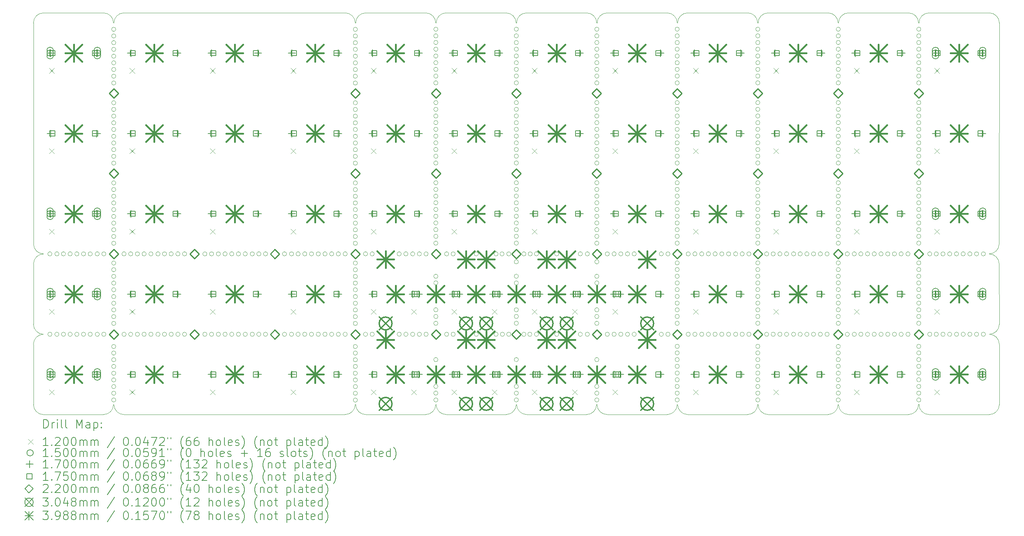
<source format=gbr>
%TF.GenerationSoftware,KiCad,Pcbnew,7.0.2-0*%
%TF.CreationDate,2024-02-01T11:31:56+01:00*%
%TF.ProjectId,CYOA_Ortho,43594f41-5f4f-4727-9468-6f2e6b696361,rev?*%
%TF.SameCoordinates,Original*%
%TF.FileFunction,Drillmap*%
%TF.FilePolarity,Positive*%
%FSLAX45Y45*%
G04 Gerber Fmt 4.5, Leading zero omitted, Abs format (unit mm)*
G04 Created by KiCad (PCBNEW 7.0.2-0) date 2024-02-01 11:31:56*
%MOMM*%
%LPD*%
G01*
G04 APERTURE LIST*
%ADD10C,0.100000*%
%ADD11C,0.200000*%
%ADD12C,0.120000*%
%ADD13C,0.150000*%
%ADD14C,0.170000*%
%ADD15C,0.175000*%
%ADD16C,0.220000*%
%ADD17C,0.304800*%
%ADD18C,0.398780*%
G04 APERTURE END LIST*
D10*
X16608750Y-9310000D02*
G75*
G03*
X16608750Y-9310000I-50000J0D01*
G01*
X19168750Y-9310000D02*
G75*
G03*
X19168750Y-9310000I-50000J0D01*
G01*
X10866875Y-9310000D02*
G75*
G03*
X10866875Y-9310000I-50000J0D01*
G01*
X25055625Y-11221250D02*
G75*
G03*
X25055625Y-11221250I-50000J0D01*
G01*
X5730000Y-13131250D02*
X10978678Y-13129928D01*
X11270000Y-12148125D02*
G75*
G03*
X11270000Y-12148125I-50000J0D01*
G01*
X5301250Y-11221250D02*
G75*
G03*
X5301250Y-11221250I-50000J0D01*
G01*
X20820000Y-8734375D02*
G75*
G03*
X20820000Y-8734375I-50000J0D01*
G01*
X22730000Y-5873750D02*
G75*
G03*
X22730000Y-5873750I-50000J0D01*
G01*
X4978750Y-11221250D02*
G75*
G03*
X4978750Y-11221250I-50000J0D01*
G01*
X26173125Y-9310000D02*
G75*
G03*
X26173125Y-9310000I-50000J0D01*
G01*
X18907428Y-9525000D02*
G75*
G03*
X18907428Y-9525000I-50000J0D01*
G01*
X24640000Y-6032500D02*
G75*
G03*
X24640000Y-6032500I-50000J0D01*
G01*
X25373125Y-11221250D02*
G75*
G03*
X25373125Y-11221250I-50000J0D01*
G01*
X5536178Y-7940625D02*
G75*
G03*
X5536178Y-7940625I-50000J0D01*
G01*
X15090000Y-4127500D02*
G75*
G03*
X15090000Y-4127500I-50000J0D01*
G01*
X17196322Y-3581252D02*
G75*
G03*
X16957572Y-3820000I-2J-238748D01*
G01*
X22674928Y-3820000D02*
X22685072Y-3820000D01*
X5780625Y-11221250D02*
G75*
G03*
X5780625Y-11221250I-50000J0D01*
G01*
X13180000Y-4606875D02*
G75*
G03*
X13180000Y-4606875I-50000J0D01*
G01*
X24640000Y-9525000D02*
G75*
G03*
X24640000Y-9525000I-50000J0D01*
G01*
X25214375Y-11221250D02*
G75*
G03*
X25214375Y-11221250I-50000J0D01*
G01*
X19806875Y-11221250D02*
G75*
G03*
X19806875Y-11221250I-50000J0D01*
G01*
X22730000Y-9525000D02*
G75*
G03*
X22730000Y-9525000I-50000J0D01*
G01*
X13180000Y-8575625D02*
G75*
G03*
X13180000Y-8575625I-50000J0D01*
G01*
X13376322Y-3581252D02*
G75*
G03*
X13137572Y-3820000I-2J-238748D01*
G01*
X11270000Y-10963750D02*
G75*
G03*
X11270000Y-10963750I-50000J0D01*
G01*
X5536178Y-10801250D02*
G75*
G03*
X5536178Y-10801250I-50000J0D01*
G01*
X24640000Y-12620625D02*
G75*
G03*
X24640000Y-12620625I-50000J0D01*
G01*
X18907428Y-6829375D02*
G75*
G03*
X18907428Y-6829375I-50000J0D01*
G01*
X22943125Y-9310000D02*
G75*
G03*
X22943125Y-9310000I-50000J0D01*
G01*
X4501875Y-9310000D02*
G75*
G03*
X4501875Y-9310000I-50000J0D01*
G01*
X15090000Y-6511875D02*
G75*
G03*
X15090000Y-6511875I-50000J0D01*
G01*
X20820000Y-5715000D02*
G75*
G03*
X20820000Y-5715000I-50000J0D01*
G01*
X24595072Y-12891178D02*
G75*
G03*
X24833822Y-13129928I238748J-2D01*
G01*
X20820000Y-8893125D02*
G75*
G03*
X20820000Y-8893125I-50000J0D01*
G01*
X15090000Y-8893125D02*
G75*
G03*
X15090000Y-8893125I-50000J0D01*
G01*
X26501250Y-3820000D02*
G75*
G03*
X26262500Y-3581250I-238750J0D01*
G01*
X22730000Y-10639375D02*
G75*
G03*
X22730000Y-10639375I-50000J0D01*
G01*
X11227572Y-12891178D02*
G75*
G03*
X11466322Y-13129928I238748J-2D01*
G01*
X4020625Y-11221250D02*
G75*
G03*
X4020625Y-11221250I-50000J0D01*
G01*
X22463750Y-11221250D02*
G75*
G03*
X22463750Y-11221250I-50000J0D01*
G01*
X24640000Y-12782500D02*
G75*
G03*
X24640000Y-12782500I-50000J0D01*
G01*
X24640000Y-10480625D02*
G75*
G03*
X24640000Y-10480625I-50000J0D01*
G01*
X18907428Y-12303125D02*
G75*
G03*
X18907428Y-12303125I-50000J0D01*
G01*
X25055625Y-9310000D02*
G75*
G03*
X25055625Y-9310000I-50000J0D01*
G01*
X4020625Y-9310000D02*
G75*
G03*
X4020625Y-9310000I-50000J0D01*
G01*
X18907428Y-6350000D02*
G75*
G03*
X18907428Y-6350000I-50000J0D01*
G01*
X4343125Y-9310000D02*
G75*
G03*
X4343125Y-9310000I-50000J0D01*
G01*
X20820000Y-4286250D02*
G75*
G03*
X20820000Y-4286250I-50000J0D01*
G01*
X17000000Y-8575625D02*
G75*
G03*
X17000000Y-8575625I-50000J0D01*
G01*
X22923822Y-13129928D02*
X24346178Y-13129928D01*
X15090000Y-9842500D02*
G75*
G03*
X15090000Y-9842500I-50000J0D01*
G01*
X13180000Y-7150000D02*
G75*
G03*
X13180000Y-7150000I-50000J0D01*
G01*
X5536178Y-6991250D02*
G75*
G03*
X5536178Y-6991250I-50000J0D01*
G01*
X13180000Y-6829375D02*
G75*
G03*
X13180000Y-6829375I-50000J0D01*
G01*
X18907428Y-8255000D02*
G75*
G03*
X18907428Y-8255000I-50000J0D01*
G01*
X18907428Y-6032500D02*
G75*
G03*
X18907428Y-6032500I-50000J0D01*
G01*
X18907428Y-7620000D02*
G75*
G03*
X18907428Y-7620000I-50000J0D01*
G01*
X13591250Y-11221250D02*
G75*
G03*
X13591250Y-11221250I-50000J0D01*
G01*
X18907428Y-8734375D02*
G75*
G03*
X18907428Y-8734375I-50000J0D01*
G01*
X24640000Y-11823750D02*
G75*
G03*
X24640000Y-11823750I-50000J0D01*
G01*
X22730000Y-3968750D02*
G75*
G03*
X22730000Y-3968750I-50000J0D01*
G01*
X24833822Y-3581252D02*
G75*
G03*
X24595072Y-3820000I-2J-238748D01*
G01*
X5536178Y-3971875D02*
G75*
G03*
X5536178Y-3971875I-50000J0D01*
G01*
X17000000Y-5245000D02*
G75*
G03*
X17000000Y-5245000I-50000J0D01*
G01*
X17000000Y-4606875D02*
G75*
G03*
X17000000Y-4606875I-50000J0D01*
G01*
X20820000Y-10798125D02*
G75*
G03*
X20820000Y-10798125I-50000J0D01*
G01*
X22730000Y-10798125D02*
G75*
G03*
X22730000Y-10798125I-50000J0D01*
G01*
X15090000Y-5245000D02*
G75*
G03*
X15090000Y-5245000I-50000J0D01*
G01*
X5536178Y-4927500D02*
G75*
G03*
X5536178Y-4927500I-50000J0D01*
G01*
X11270000Y-10163750D02*
G75*
G03*
X11270000Y-10163750I-50000J0D01*
G01*
X11270000Y-10005000D02*
G75*
G03*
X11270000Y-10005000I-50000J0D01*
G01*
X22730000Y-11982500D02*
G75*
G03*
X22730000Y-11982500I-50000J0D01*
G01*
X11217428Y-12891178D02*
X11227572Y-12891178D01*
X13376322Y-13129928D02*
X14798678Y-13129928D01*
X22943125Y-11221250D02*
G75*
G03*
X22943125Y-11221250I-50000J0D01*
G01*
X18618678Y-13129928D02*
G75*
G03*
X18857428Y-12891178I2J238748D01*
G01*
X15090000Y-9055000D02*
G75*
G03*
X15090000Y-9055000I-50000J0D01*
G01*
X24640000Y-5873750D02*
G75*
G03*
X24640000Y-5873750I-50000J0D01*
G01*
X13180000Y-7620000D02*
G75*
G03*
X13180000Y-7620000I-50000J0D01*
G01*
X20528678Y-13129928D02*
G75*
G03*
X20767428Y-12891178I2J238748D01*
G01*
X8336875Y-9310000D02*
G75*
G03*
X8336875Y-9310000I-50000J0D01*
G01*
X15090000Y-4765625D02*
G75*
G03*
X15090000Y-4765625I-50000J0D01*
G01*
X26501250Y-11460000D02*
G75*
G03*
X26262500Y-11221250I-238750J0D01*
G01*
X11270000Y-6515625D02*
G75*
G03*
X11270000Y-6515625I-50000J0D01*
G01*
X5536178Y-6515000D02*
G75*
G03*
X5536178Y-6515000I-50000J0D01*
G01*
X11270000Y-4769375D02*
G75*
G03*
X11270000Y-4769375I-50000J0D01*
G01*
X17000000Y-6829375D02*
G75*
G03*
X17000000Y-6829375I-50000J0D01*
G01*
X11270000Y-6833125D02*
G75*
G03*
X11270000Y-6833125I-50000J0D01*
G01*
X25852500Y-11221250D02*
G75*
G03*
X25852500Y-11221250I-50000J0D01*
G01*
X11270000Y-8420625D02*
G75*
G03*
X11270000Y-8420625I-50000J0D01*
G01*
X22730000Y-12620625D02*
G75*
G03*
X22730000Y-12620625I-50000J0D01*
G01*
X22730000Y-12461875D02*
G75*
G03*
X22730000Y-12461875I-50000J0D01*
G01*
X17000000Y-9500000D02*
G75*
G03*
X17000000Y-9500000I-50000J0D01*
G01*
X22730000Y-9683750D02*
G75*
G03*
X22730000Y-9683750I-50000J0D01*
G01*
X22730000Y-12782500D02*
G75*
G03*
X22730000Y-12782500I-50000J0D01*
G01*
X20820000Y-7150000D02*
G75*
G03*
X20820000Y-7150000I-50000J0D01*
G01*
X26258678Y-9311248D02*
G75*
G03*
X26497428Y-9072500I2J238748D01*
G01*
X10978678Y-3581250D02*
X5730000Y-3581250D01*
X24833822Y-13129928D02*
X26262500Y-13131250D01*
X15090000Y-8734375D02*
G75*
G03*
X15090000Y-8734375I-50000J0D01*
G01*
X24640000Y-12461875D02*
G75*
G03*
X24640000Y-12461875I-50000J0D01*
G01*
X18907428Y-10798125D02*
G75*
G03*
X18907428Y-10798125I-50000J0D01*
G01*
X7698750Y-11221250D02*
G75*
G03*
X7698750Y-11221250I-50000J0D01*
G01*
X24640000Y-12303125D02*
G75*
G03*
X24640000Y-12303125I-50000J0D01*
G01*
X21503125Y-9310000D02*
G75*
G03*
X21503125Y-9310000I-50000J0D01*
G01*
X23265625Y-11221250D02*
G75*
G03*
X23265625Y-11221250I-50000J0D01*
G01*
X17000000Y-9842500D02*
G75*
G03*
X17000000Y-9842500I-50000J0D01*
G01*
X22730000Y-10960000D02*
G75*
G03*
X22730000Y-10960000I-50000J0D01*
G01*
X6256875Y-11221250D02*
G75*
G03*
X6256875Y-11221250I-50000J0D01*
G01*
X4501875Y-11221250D02*
G75*
G03*
X4501875Y-11221250I-50000J0D01*
G01*
X20820000Y-12303125D02*
G75*
G03*
X20820000Y-12303125I-50000J0D01*
G01*
X15047572Y-12891178D02*
G75*
G03*
X15286322Y-13129928I238748J-2D01*
G01*
X25535000Y-9310000D02*
G75*
G03*
X25535000Y-9310000I-50000J0D01*
G01*
X5536178Y-5718125D02*
G75*
G03*
X5536178Y-5718125I-50000J0D01*
G01*
X16947430Y-3820000D02*
G75*
G03*
X16708678Y-3581250I-238750J0D01*
G01*
X5536178Y-10963125D02*
G75*
G03*
X5536178Y-10963125I-50000J0D01*
G01*
X12948125Y-11221250D02*
G75*
G03*
X12948125Y-11221250I-50000J0D01*
G01*
X20820000Y-6511875D02*
G75*
G03*
X20820000Y-6511875I-50000J0D01*
G01*
X20820000Y-11665000D02*
G75*
G03*
X20820000Y-11665000I-50000J0D01*
G01*
X18687500Y-11221250D02*
G75*
G03*
X18687500Y-11221250I-50000J0D01*
G01*
X22730000Y-9842500D02*
G75*
G03*
X22730000Y-9842500I-50000J0D01*
G01*
X26262500Y-11221250D02*
G75*
G03*
X26501250Y-10982500I0J238750D01*
G01*
X18907428Y-8096250D02*
G75*
G03*
X18907428Y-8096250I-50000J0D01*
G01*
X11270000Y-8738125D02*
G75*
G03*
X11270000Y-8738125I-50000J0D01*
G01*
X6418750Y-9310000D02*
G75*
G03*
X6418750Y-9310000I-50000J0D01*
G01*
X13127430Y-3820000D02*
G75*
G03*
X12888678Y-3581250I-238750J0D01*
G01*
X9588750Y-9310000D02*
G75*
G03*
X9588750Y-9310000I-50000J0D01*
G01*
X24640000Y-8734375D02*
G75*
G03*
X24640000Y-8734375I-50000J0D01*
G01*
X11466322Y-13129928D02*
X12888678Y-13129928D01*
X17000000Y-3968750D02*
G75*
G03*
X17000000Y-3968750I-50000J0D01*
G01*
X22923822Y-3581252D02*
G75*
G03*
X22685072Y-3820000I-2J-238748D01*
G01*
X14910000Y-9310000D02*
G75*
G03*
X14910000Y-9310000I-50000J0D01*
G01*
X23745000Y-9310000D02*
G75*
G03*
X23745000Y-9310000I-50000J0D01*
G01*
X24640000Y-4606875D02*
G75*
G03*
X24640000Y-4606875I-50000J0D01*
G01*
X17000000Y-7620000D02*
G75*
G03*
X17000000Y-7620000I-50000J0D01*
G01*
X18907428Y-5873750D02*
G75*
G03*
X18907428Y-5873750I-50000J0D01*
G01*
X24640000Y-10798125D02*
G75*
G03*
X24640000Y-10798125I-50000J0D01*
G01*
X13180000Y-8096250D02*
G75*
G03*
X13180000Y-8096250I-50000J0D01*
G01*
X17000000Y-10960000D02*
G75*
G03*
X17000000Y-10960000I-50000J0D01*
G01*
X20820000Y-10960000D02*
G75*
G03*
X20820000Y-10960000I-50000J0D01*
G01*
X24640000Y-5245000D02*
G75*
G03*
X24640000Y-5245000I-50000J0D01*
G01*
X24640000Y-9683750D02*
G75*
G03*
X24640000Y-9683750I-50000J0D01*
G01*
X17886875Y-11221250D02*
G75*
G03*
X17886875Y-11221250I-50000J0D01*
G01*
X5481107Y-3820000D02*
X5491250Y-3820000D01*
X5536178Y-12623750D02*
G75*
G03*
X5536178Y-12623750I-50000J0D01*
G01*
X8980000Y-11221250D02*
G75*
G03*
X8980000Y-11221250I-50000J0D01*
G01*
X3581250Y-12892500D02*
G75*
G03*
X3820000Y-13131250I238750J0D01*
G01*
X11670000Y-11221250D02*
G75*
G03*
X11670000Y-11221250I-50000J0D01*
G01*
X12789375Y-11221250D02*
G75*
G03*
X12789375Y-11221250I-50000J0D01*
G01*
X20608750Y-9310000D02*
G75*
G03*
X20608750Y-9310000I-50000J0D01*
G01*
X20820000Y-10321875D02*
G75*
G03*
X20820000Y-10321875I-50000J0D01*
G01*
X4187500Y-9310000D02*
G75*
G03*
X4187500Y-9310000I-50000J0D01*
G01*
X22730000Y-7937500D02*
G75*
G03*
X22730000Y-7937500I-50000J0D01*
G01*
X20820000Y-12620625D02*
G75*
G03*
X20820000Y-12620625I-50000J0D01*
G01*
X20820000Y-6670625D02*
G75*
G03*
X20820000Y-6670625I-50000J0D01*
G01*
X13180000Y-5873750D02*
G75*
G03*
X13180000Y-5873750I-50000J0D01*
G01*
X18907428Y-7778750D02*
G75*
G03*
X18907428Y-7778750I-50000J0D01*
G01*
X8824375Y-11221250D02*
G75*
G03*
X8824375Y-11221250I-50000J0D01*
G01*
X24640000Y-7937500D02*
G75*
G03*
X24640000Y-7937500I-50000J0D01*
G01*
X18907428Y-9842500D02*
G75*
G03*
X18907428Y-9842500I-50000J0D01*
G01*
X22730000Y-10160000D02*
G75*
G03*
X22730000Y-10160000I-50000J0D01*
G01*
X15410000Y-11221250D02*
G75*
G03*
X15410000Y-11221250I-50000J0D01*
G01*
X9911250Y-11221250D02*
G75*
G03*
X9911250Y-11221250I-50000J0D01*
G01*
X26497428Y-9072500D02*
X26501250Y-3820000D01*
X15090000Y-10798125D02*
G75*
G03*
X15090000Y-10798125I-50000J0D01*
G01*
X18907428Y-6511875D02*
G75*
G03*
X18907428Y-6511875I-50000J0D01*
G01*
X11270000Y-7941250D02*
G75*
G03*
X11270000Y-7941250I-50000J0D01*
G01*
X15090000Y-6191250D02*
G75*
G03*
X15090000Y-6191250I-50000J0D01*
G01*
X5536178Y-11512500D02*
G75*
G03*
X5536178Y-11512500I-50000J0D01*
G01*
X20820000Y-7778750D02*
G75*
G03*
X20820000Y-7778750I-50000J0D01*
G01*
X22730000Y-6829375D02*
G75*
G03*
X22730000Y-6829375I-50000J0D01*
G01*
X19489375Y-11221250D02*
G75*
G03*
X19489375Y-11221250I-50000J0D01*
G01*
X11270000Y-4928125D02*
G75*
G03*
X11270000Y-4928125I-50000J0D01*
G01*
X6098125Y-11221250D02*
G75*
G03*
X6098125Y-11221250I-50000J0D01*
G01*
X19965625Y-11221250D02*
G75*
G03*
X19965625Y-11221250I-50000J0D01*
G01*
X5536178Y-7153125D02*
G75*
G03*
X5536178Y-7153125I-50000J0D01*
G01*
X24640000Y-6670625D02*
G75*
G03*
X24640000Y-6670625I-50000J0D01*
G01*
X11270000Y-3972500D02*
G75*
G03*
X11270000Y-3972500I-50000J0D01*
G01*
X20777572Y-12891178D02*
G75*
G03*
X21016322Y-13129928I238748J-2D01*
G01*
X24640000Y-4924375D02*
G75*
G03*
X24640000Y-4924375I-50000J0D01*
G01*
X14910000Y-11221250D02*
G75*
G03*
X14910000Y-11221250I-50000J0D01*
G01*
X24584930Y-3820000D02*
G75*
G03*
X24346178Y-3581250I-238750J0D01*
G01*
X13180000Y-5715000D02*
G75*
G03*
X13180000Y-5715000I-50000J0D01*
G01*
X22730000Y-10001250D02*
G75*
G03*
X22730000Y-10001250I-50000J0D01*
G01*
X17569375Y-11221250D02*
G75*
G03*
X17569375Y-11221250I-50000J0D01*
G01*
X5536178Y-5248125D02*
G75*
G03*
X5536178Y-5248125I-50000J0D01*
G01*
X20820000Y-11823750D02*
G75*
G03*
X20820000Y-11823750I-50000J0D01*
G01*
X22730000Y-12144375D02*
G75*
G03*
X22730000Y-12144375I-50000J0D01*
G01*
X17000000Y-7937500D02*
G75*
G03*
X17000000Y-7937500I-50000J0D01*
G01*
X14140000Y-11221250D02*
G75*
G03*
X14140000Y-11221250I-50000J0D01*
G01*
X15090000Y-5715000D02*
G75*
G03*
X15090000Y-5715000I-50000J0D01*
G01*
X22730000Y-6670625D02*
G75*
G03*
X22730000Y-6670625I-50000J0D01*
G01*
X22730000Y-8255000D02*
G75*
G03*
X22730000Y-8255000I-50000J0D01*
G01*
X5536178Y-6673750D02*
G75*
G03*
X5536178Y-6673750I-50000J0D01*
G01*
X21185625Y-11221250D02*
G75*
G03*
X21185625Y-11221250I-50000J0D01*
G01*
X18907428Y-3968750D02*
G75*
G03*
X18907428Y-3968750I-50000J0D01*
G01*
X24640000Y-10160000D02*
G75*
G03*
X24640000Y-10160000I-50000J0D01*
G01*
X26501250Y-10982500D02*
X26497428Y-9550000D01*
X11270000Y-11986250D02*
G75*
G03*
X11270000Y-11986250I-50000J0D01*
G01*
X9755625Y-9310000D02*
G75*
G03*
X9755625Y-9310000I-50000J0D01*
G01*
X18907428Y-4606875D02*
G75*
G03*
X18907428Y-4606875I-50000J0D01*
G01*
X11270000Y-7782500D02*
G75*
G03*
X11270000Y-7782500I-50000J0D01*
G01*
X24640000Y-6350000D02*
G75*
G03*
X24640000Y-6350000I-50000J0D01*
G01*
X18907428Y-10160000D02*
G75*
G03*
X18907428Y-10160000I-50000J0D01*
G01*
X20820000Y-4924375D02*
G75*
G03*
X20820000Y-4924375I-50000J0D01*
G01*
X24640000Y-4286250D02*
G75*
G03*
X24640000Y-4286250I-50000J0D01*
G01*
X22730000Y-7620000D02*
G75*
G03*
X22730000Y-7620000I-50000J0D01*
G01*
X22730000Y-4445000D02*
G75*
G03*
X22730000Y-4445000I-50000J0D01*
G01*
X7698750Y-9310000D02*
G75*
G03*
X7698750Y-9310000I-50000J0D01*
G01*
X22730000Y-12303125D02*
G75*
G03*
X22730000Y-12303125I-50000J0D01*
G01*
X6585625Y-11221250D02*
G75*
G03*
X6585625Y-11221250I-50000J0D01*
G01*
X23903750Y-9310000D02*
G75*
G03*
X23903750Y-9310000I-50000J0D01*
G01*
X3581250Y-10982500D02*
G75*
G03*
X3820000Y-11221250I238750J0D01*
G01*
X4820000Y-9310000D02*
G75*
G03*
X4820000Y-9310000I-50000J0D01*
G01*
X5536178Y-8737500D02*
G75*
G03*
X5536178Y-8737500I-50000J0D01*
G01*
X11270000Y-6674375D02*
G75*
G03*
X11270000Y-6674375I-50000J0D01*
G01*
X13180000Y-9842500D02*
G75*
G03*
X13180000Y-9842500I-50000J0D01*
G01*
X15270000Y-11221250D02*
G75*
G03*
X15270000Y-11221250I-50000J0D01*
G01*
X11270000Y-10801875D02*
G75*
G03*
X11270000Y-10801875I-50000J0D01*
G01*
X17000000Y-6350000D02*
G75*
G03*
X17000000Y-6350000I-50000J0D01*
G01*
X26262500Y-13131250D02*
G75*
G03*
X26501250Y-12892500I0J238750D01*
G01*
X16048750Y-9310000D02*
G75*
G03*
X16048750Y-9310000I-50000J0D01*
G01*
X20820000Y-5083125D02*
G75*
G03*
X20820000Y-5083125I-50000J0D01*
G01*
X5536178Y-5876875D02*
G75*
G03*
X5536178Y-5876875I-50000J0D01*
G01*
X24640000Y-9055000D02*
G75*
G03*
X24640000Y-9055000I-50000J0D01*
G01*
X18907428Y-9055000D02*
G75*
G03*
X18907428Y-9055000I-50000J0D01*
G01*
X22730000Y-11509375D02*
G75*
G03*
X22730000Y-11509375I-50000J0D01*
G01*
X24640000Y-10960000D02*
G75*
G03*
X24640000Y-10960000I-50000J0D01*
G01*
X8019375Y-11221250D02*
G75*
G03*
X8019375Y-11221250I-50000J0D01*
G01*
X13180000Y-4924375D02*
G75*
G03*
X13180000Y-4924375I-50000J0D01*
G01*
X20820000Y-7620000D02*
G75*
G03*
X20820000Y-7620000I-50000J0D01*
G01*
X24640000Y-10321875D02*
G75*
G03*
X24640000Y-10321875I-50000J0D01*
G01*
X20608750Y-11221250D02*
G75*
G03*
X20608750Y-11221250I-50000J0D01*
G01*
X3821250Y-9311250D02*
G75*
G03*
X3582500Y-9550000I0J-238750D01*
G01*
X20820000Y-6988125D02*
G75*
G03*
X20820000Y-6988125I-50000J0D01*
G01*
X6741250Y-11221250D02*
G75*
G03*
X6741250Y-11221250I-50000J0D01*
G01*
X12948125Y-9310000D02*
G75*
G03*
X12948125Y-9310000I-50000J0D01*
G01*
X5536178Y-6353125D02*
G75*
G03*
X5536178Y-6353125I-50000J0D01*
G01*
X22730000Y-4286250D02*
G75*
G03*
X22730000Y-4286250I-50000J0D01*
G01*
X23583125Y-9310000D02*
G75*
G03*
X23583125Y-9310000I-50000J0D01*
G01*
X12310000Y-9310000D02*
G75*
G03*
X12310000Y-9310000I-50000J0D01*
G01*
X17886875Y-9310000D02*
G75*
G03*
X17886875Y-9310000I-50000J0D01*
G01*
X21344375Y-9310000D02*
G75*
G03*
X21344375Y-9310000I-50000J0D01*
G01*
X13180000Y-6670625D02*
G75*
G03*
X13180000Y-6670625I-50000J0D01*
G01*
X5536178Y-7781875D02*
G75*
G03*
X5536178Y-7781875I-50000J0D01*
G01*
X16706178Y-13129928D02*
G75*
G03*
X16944928Y-12891178I2J238748D01*
G01*
X3820000Y-13131250D02*
X5242357Y-13131250D01*
X17410625Y-11221250D02*
G75*
G03*
X17410625Y-11221250I-50000J0D01*
G01*
X14798678Y-13129928D02*
G75*
G03*
X15037428Y-12891178I2J238748D01*
G01*
X13180000Y-12782500D02*
G75*
G03*
X13180000Y-12782500I-50000J0D01*
G01*
X13180000Y-5083125D02*
G75*
G03*
X13180000Y-5083125I-50000J0D01*
G01*
X5536178Y-6194375D02*
G75*
G03*
X5536178Y-6194375I-50000J0D01*
G01*
X20820000Y-6350000D02*
G75*
G03*
X20820000Y-6350000I-50000J0D01*
G01*
X24221250Y-11221250D02*
G75*
G03*
X24221250Y-11221250I-50000J0D01*
G01*
X22730000Y-8575625D02*
G75*
G03*
X22730000Y-8575625I-50000J0D01*
G01*
X22674928Y-12891178D02*
X22685072Y-12891178D01*
X18907428Y-6988125D02*
G75*
G03*
X18907428Y-6988125I-50000J0D01*
G01*
X24640000Y-6988125D02*
G75*
G03*
X24640000Y-6988125I-50000J0D01*
G01*
X17000000Y-6032500D02*
G75*
G03*
X17000000Y-6032500I-50000J0D01*
G01*
X11270000Y-7623750D02*
G75*
G03*
X11270000Y-7623750I-50000J0D01*
G01*
X9911250Y-9310000D02*
G75*
G03*
X9911250Y-9310000I-50000J0D01*
G01*
X22730000Y-8893125D02*
G75*
G03*
X22730000Y-8893125I-50000J0D01*
G01*
X22730000Y-6032500D02*
G75*
G03*
X22730000Y-6032500I-50000J0D01*
G01*
X22143125Y-11221250D02*
G75*
G03*
X22143125Y-11221250I-50000J0D01*
G01*
X9138750Y-9310000D02*
G75*
G03*
X9138750Y-9310000I-50000J0D01*
G01*
X19327500Y-9310000D02*
G75*
G03*
X19327500Y-9310000I-50000J0D01*
G01*
X16775625Y-9310000D02*
G75*
G03*
X16775625Y-9310000I-50000J0D01*
G01*
X22730000Y-5245000D02*
G75*
G03*
X22730000Y-5245000I-50000J0D01*
G01*
X11270000Y-6353750D02*
G75*
G03*
X11270000Y-6353750I-50000J0D01*
G01*
X18907428Y-11823750D02*
G75*
G03*
X18907428Y-11823750I-50000J0D01*
G01*
X11270000Y-10484375D02*
G75*
G03*
X11270000Y-10484375I-50000J0D01*
G01*
X21984375Y-11221250D02*
G75*
G03*
X21984375Y-11221250I-50000J0D01*
G01*
X4978750Y-9310000D02*
G75*
G03*
X4978750Y-9310000I-50000J0D01*
G01*
X9138750Y-11221250D02*
G75*
G03*
X9138750Y-11221250I-50000J0D01*
G01*
X11511250Y-11221250D02*
G75*
G03*
X11511250Y-11221250I-50000J0D01*
G01*
X10708125Y-9310000D02*
G75*
G03*
X10708125Y-9310000I-50000J0D01*
G01*
X22436178Y-13129928D02*
G75*
G03*
X22674928Y-12891178I2J238748D01*
G01*
X17000000Y-4127500D02*
G75*
G03*
X17000000Y-4127500I-50000J0D01*
G01*
X18907428Y-5715000D02*
G75*
G03*
X18907428Y-5715000I-50000J0D01*
G01*
X15090000Y-5873750D02*
G75*
G03*
X15090000Y-5873750I-50000J0D01*
G01*
X12468750Y-11221250D02*
G75*
G03*
X12468750Y-11221250I-50000J0D01*
G01*
X13137572Y-12891178D02*
G75*
G03*
X13376322Y-13129928I238748J-2D01*
G01*
X24640000Y-8096250D02*
G75*
G03*
X24640000Y-8096250I-50000J0D01*
G01*
X5481110Y-3820000D02*
G75*
G03*
X5242357Y-3581250I-238750J0D01*
G01*
X22730000Y-4765625D02*
G75*
G03*
X22730000Y-4765625I-50000J0D01*
G01*
X20820000Y-12461875D02*
G75*
G03*
X20820000Y-12461875I-50000J0D01*
G01*
X17000000Y-12620625D02*
G75*
G03*
X17000000Y-12620625I-50000J0D01*
G01*
X18687500Y-9310000D02*
G75*
G03*
X18687500Y-9310000I-50000J0D01*
G01*
X18907428Y-8893125D02*
G75*
G03*
X18907428Y-8893125I-50000J0D01*
G01*
X16708678Y-3581250D02*
X15283822Y-3581250D01*
X4661250Y-11221250D02*
G75*
G03*
X4661250Y-11221250I-50000J0D01*
G01*
X24640000Y-6191250D02*
G75*
G03*
X24640000Y-6191250I-50000J0D01*
G01*
X24900000Y-9310000D02*
G75*
G03*
X24900000Y-9310000I-50000J0D01*
G01*
X11466322Y-3581250D02*
X12888678Y-3581250D01*
X24640000Y-8893125D02*
G75*
G03*
X24640000Y-8893125I-50000J0D01*
G01*
X21030000Y-9310000D02*
G75*
G03*
X21030000Y-9310000I-50000J0D01*
G01*
X12630625Y-11221250D02*
G75*
G03*
X12630625Y-11221250I-50000J0D01*
G01*
X13180000Y-7778750D02*
G75*
G03*
X13180000Y-7778750I-50000J0D01*
G01*
X11270000Y-6195000D02*
G75*
G03*
X11270000Y-6195000I-50000J0D01*
G01*
X11270000Y-6036250D02*
G75*
G03*
X11270000Y-6036250I-50000J0D01*
G01*
X22730000Y-10480625D02*
G75*
G03*
X22730000Y-10480625I-50000J0D01*
G01*
X16608750Y-11221250D02*
G75*
G03*
X16608750Y-11221250I-50000J0D01*
G01*
X24640000Y-4765625D02*
G75*
G03*
X24640000Y-4765625I-50000J0D01*
G01*
X19806875Y-9310000D02*
G75*
G03*
X19806875Y-9310000I-50000J0D01*
G01*
X8178125Y-11221250D02*
G75*
G03*
X8178125Y-11221250I-50000J0D01*
G01*
X20820000Y-11982500D02*
G75*
G03*
X20820000Y-11982500I-50000J0D01*
G01*
X17193822Y-13129928D02*
X18618678Y-13129928D01*
X22730000Y-7778750D02*
G75*
G03*
X22730000Y-7778750I-50000J0D01*
G01*
X13180000Y-9055000D02*
G75*
G03*
X13180000Y-9055000I-50000J0D01*
G01*
X20294375Y-9310000D02*
G75*
G03*
X20294375Y-9310000I-50000J0D01*
G01*
X20820000Y-9525000D02*
G75*
G03*
X20820000Y-9525000I-50000J0D01*
G01*
X13180000Y-8893125D02*
G75*
G03*
X13180000Y-8893125I-50000J0D01*
G01*
X18907428Y-10321875D02*
G75*
G03*
X18907428Y-10321875I-50000J0D01*
G01*
X18907428Y-12620625D02*
G75*
G03*
X18907428Y-12620625I-50000J0D01*
G01*
X20820000Y-8096250D02*
G75*
G03*
X20820000Y-8096250I-50000J0D01*
G01*
X13180000Y-10639375D02*
G75*
G03*
X13180000Y-10639375I-50000J0D01*
G01*
X11270000Y-6991875D02*
G75*
G03*
X11270000Y-6991875I-50000J0D01*
G01*
X13180000Y-6988125D02*
G75*
G03*
X13180000Y-6988125I-50000J0D01*
G01*
X17000000Y-11823750D02*
G75*
G03*
X17000000Y-11823750I-50000J0D01*
G01*
X6900000Y-9310000D02*
G75*
G03*
X6900000Y-9310000I-50000J0D01*
G01*
X24640000Y-5715000D02*
G75*
G03*
X24640000Y-5715000I-50000J0D01*
G01*
X5536178Y-8258125D02*
G75*
G03*
X5536178Y-8258125I-50000J0D01*
G01*
X24640000Y-4127500D02*
G75*
G03*
X24640000Y-4127500I-50000J0D01*
G01*
X15090000Y-6032500D02*
G75*
G03*
X15090000Y-6032500I-50000J0D01*
G01*
X17000000Y-4445000D02*
G75*
G03*
X17000000Y-4445000I-50000J0D01*
G01*
X5536178Y-5086250D02*
G75*
G03*
X5536178Y-5086250I-50000J0D01*
G01*
X21344375Y-11221250D02*
G75*
G03*
X21344375Y-11221250I-50000J0D01*
G01*
X8657500Y-11221250D02*
G75*
G03*
X8657500Y-11221250I-50000J0D01*
G01*
X5536178Y-12147500D02*
G75*
G03*
X5536178Y-12147500I-50000J0D01*
G01*
X5491250Y-12892500D02*
G75*
G03*
X5730000Y-13131250I238750J0D01*
G01*
X13127428Y-12891178D02*
X13137572Y-12891178D01*
X7857500Y-9310000D02*
G75*
G03*
X7857500Y-9310000I-50000J0D01*
G01*
X15090000Y-3968750D02*
G75*
G03*
X15090000Y-3968750I-50000J0D01*
G01*
X11270000Y-9687500D02*
G75*
G03*
X11270000Y-9687500I-50000J0D01*
G01*
X20820000Y-10160000D02*
G75*
G03*
X20820000Y-10160000I-50000J0D01*
G01*
X20820000Y-4765625D02*
G75*
G03*
X20820000Y-4765625I-50000J0D01*
G01*
X18907428Y-4924375D02*
G75*
G03*
X18907428Y-4924375I-50000J0D01*
G01*
X18907428Y-4765625D02*
G75*
G03*
X18907428Y-4765625I-50000J0D01*
G01*
X15090000Y-12782500D02*
G75*
G03*
X15090000Y-12782500I-50000J0D01*
G01*
X18907428Y-11665000D02*
G75*
G03*
X18907428Y-11665000I-50000J0D01*
G01*
X24640000Y-8255000D02*
G75*
G03*
X24640000Y-8255000I-50000J0D01*
G01*
X17000000Y-12782500D02*
G75*
G03*
X17000000Y-12782500I-50000J0D01*
G01*
X18907428Y-12144375D02*
G75*
G03*
X18907428Y-12144375I-50000J0D01*
G01*
X4661250Y-9310000D02*
G75*
G03*
X4661250Y-9310000I-50000J0D01*
G01*
X20767428Y-12891178D02*
X20777572Y-12891178D01*
X10390625Y-11221250D02*
G75*
G03*
X10390625Y-11221250I-50000J0D01*
G01*
X7058750Y-9310000D02*
G75*
G03*
X7058750Y-9310000I-50000J0D01*
G01*
X17410625Y-9310000D02*
G75*
G03*
X17410625Y-9310000I-50000J0D01*
G01*
X21825625Y-11221250D02*
G75*
G03*
X21825625Y-11221250I-50000J0D01*
G01*
X15283822Y-3581252D02*
G75*
G03*
X15045072Y-3820000I-2J-238748D01*
G01*
X13180000Y-6350000D02*
G75*
G03*
X13180000Y-6350000I-50000J0D01*
G01*
X24062500Y-11221250D02*
G75*
G03*
X24062500Y-11221250I-50000J0D01*
G01*
X11270000Y-7153750D02*
G75*
G03*
X11270000Y-7153750I-50000J0D01*
G01*
X18857428Y-12891178D02*
X18867572Y-12891178D01*
X15090000Y-4924375D02*
G75*
G03*
X15090000Y-4924375I-50000J0D01*
G01*
X24640000Y-5083125D02*
G75*
G03*
X24640000Y-5083125I-50000J0D01*
G01*
X15090000Y-12620625D02*
G75*
G03*
X15090000Y-12620625I-50000J0D01*
G01*
X17000000Y-8416875D02*
G75*
G03*
X17000000Y-8416875I-50000J0D01*
G01*
X20820000Y-10480625D02*
G75*
G03*
X20820000Y-10480625I-50000J0D01*
G01*
X17000000Y-4286250D02*
G75*
G03*
X17000000Y-4286250I-50000J0D01*
G01*
X24383125Y-9310000D02*
G75*
G03*
X24383125Y-9310000I-50000J0D01*
G01*
X13180000Y-6191250D02*
G75*
G03*
X13180000Y-6191250I-50000J0D01*
G01*
X18867572Y-12891178D02*
G75*
G03*
X19106322Y-13129928I238748J-2D01*
G01*
X11270000Y-11668750D02*
G75*
G03*
X11270000Y-11668750I-50000J0D01*
G01*
X5536178Y-7623125D02*
G75*
G03*
X5536178Y-7623125I-50000J0D01*
G01*
X20820000Y-4127500D02*
G75*
G03*
X20820000Y-4127500I-50000J0D01*
G01*
X21670000Y-9310000D02*
G75*
G03*
X21670000Y-9310000I-50000J0D01*
G01*
X11270000Y-12465625D02*
G75*
G03*
X11270000Y-12465625I-50000J0D01*
G01*
X19106322Y-3581250D02*
X20528678Y-3581250D01*
X21030000Y-11221250D02*
G75*
G03*
X21030000Y-11221250I-50000J0D01*
G01*
X17000000Y-6191250D02*
G75*
G03*
X17000000Y-6191250I-50000J0D01*
G01*
X15090000Y-7150000D02*
G75*
G03*
X15090000Y-7150000I-50000J0D01*
G01*
X14140000Y-9310000D02*
G75*
G03*
X14140000Y-9310000I-50000J0D01*
G01*
X26011250Y-9310000D02*
G75*
G03*
X26011250Y-9310000I-50000J0D01*
G01*
X13180000Y-5245000D02*
G75*
G03*
X13180000Y-5245000I-50000J0D01*
G01*
X11270000Y-9846250D02*
G75*
G03*
X11270000Y-9846250I-50000J0D01*
G01*
X20820000Y-3968750D02*
G75*
G03*
X20820000Y-3968750I-50000J0D01*
G01*
X13180000Y-10798125D02*
G75*
G03*
X13180000Y-10798125I-50000J0D01*
G01*
X8495625Y-11221250D02*
G75*
G03*
X8495625Y-11221250I-50000J0D01*
G01*
X11270000Y-11513125D02*
G75*
G03*
X11270000Y-11513125I-50000J0D01*
G01*
X20820000Y-6829375D02*
G75*
G03*
X20820000Y-6829375I-50000J0D01*
G01*
X24640000Y-12144375D02*
G75*
G03*
X24640000Y-12144375I-50000J0D01*
G01*
X18907428Y-12461875D02*
G75*
G03*
X18907428Y-12461875I-50000J0D01*
G01*
X18907428Y-4445000D02*
G75*
G03*
X18907428Y-4445000I-50000J0D01*
G01*
X5536178Y-4289375D02*
G75*
G03*
X5536178Y-4289375I-50000J0D01*
G01*
X25693750Y-11221250D02*
G75*
G03*
X25693750Y-11221250I-50000J0D01*
G01*
X13435625Y-11221250D02*
G75*
G03*
X13435625Y-11221250I-50000J0D01*
G01*
X22730000Y-6988125D02*
G75*
G03*
X22730000Y-6988125I-50000J0D01*
G01*
X11270000Y-10325625D02*
G75*
G03*
X11270000Y-10325625I-50000J0D01*
G01*
X19168750Y-11221250D02*
G75*
G03*
X19168750Y-11221250I-50000J0D01*
G01*
X20820000Y-10001250D02*
G75*
G03*
X20820000Y-10001250I-50000J0D01*
G01*
X8178125Y-9310000D02*
G75*
G03*
X8178125Y-9310000I-50000J0D01*
G01*
X17000000Y-5715000D02*
G75*
G03*
X17000000Y-5715000I-50000J0D01*
G01*
X23424375Y-9310000D02*
G75*
G03*
X23424375Y-9310000I-50000J0D01*
G01*
X15420000Y-9310000D02*
G75*
G03*
X15420000Y-9310000I-50000J0D01*
G01*
X17569375Y-9310000D02*
G75*
G03*
X17569375Y-9310000I-50000J0D01*
G01*
X11270000Y-12624375D02*
G75*
G03*
X11270000Y-12624375I-50000J0D01*
G01*
X5536178Y-9845625D02*
G75*
G03*
X5536178Y-9845625I-50000J0D01*
G01*
X17000000Y-8893125D02*
G75*
G03*
X17000000Y-8893125I-50000J0D01*
G01*
X15090000Y-4606875D02*
G75*
G03*
X15090000Y-4606875I-50000J0D01*
G01*
X13180000Y-8416875D02*
G75*
G03*
X13180000Y-8416875I-50000J0D01*
G01*
X5481107Y-12892500D02*
X5491250Y-12892500D01*
X14608750Y-11221250D02*
G75*
G03*
X14608750Y-11221250I-50000J0D01*
G01*
X20294375Y-11221250D02*
G75*
G03*
X20294375Y-11221250I-50000J0D01*
G01*
X17000000Y-8734375D02*
G75*
G03*
X17000000Y-8734375I-50000J0D01*
G01*
X24640000Y-6829375D02*
G75*
G03*
X24640000Y-6829375I-50000J0D01*
G01*
X21185625Y-9310000D02*
G75*
G03*
X21185625Y-9310000I-50000J0D01*
G01*
X22730000Y-11665000D02*
G75*
G03*
X22730000Y-11665000I-50000J0D01*
G01*
X8980000Y-9310000D02*
G75*
G03*
X8980000Y-9310000I-50000J0D01*
G01*
X21984375Y-9310000D02*
G75*
G03*
X21984375Y-9310000I-50000J0D01*
G01*
X5536178Y-11668125D02*
G75*
G03*
X5536178Y-11668125I-50000J0D01*
G01*
X21670000Y-11221250D02*
G75*
G03*
X21670000Y-11221250I-50000J0D01*
G01*
X15034930Y-3820000D02*
G75*
G03*
X14796178Y-3581250I-238750J0D01*
G01*
X3581250Y-11460000D02*
X3581250Y-12892500D01*
X10866875Y-11221250D02*
G75*
G03*
X10866875Y-11221250I-50000J0D01*
G01*
X3820000Y-3581250D02*
G75*
G03*
X3581250Y-3820000I0J-238750D01*
G01*
X10549375Y-11221250D02*
G75*
G03*
X10549375Y-11221250I-50000J0D01*
G01*
X5536178Y-4448125D02*
G75*
G03*
X5536178Y-4448125I-50000J0D01*
G01*
X10549375Y-9310000D02*
G75*
G03*
X10549375Y-9310000I-50000J0D01*
G01*
X20450000Y-11221250D02*
G75*
G03*
X20450000Y-11221250I-50000J0D01*
G01*
X10228750Y-11221250D02*
G75*
G03*
X10228750Y-11221250I-50000J0D01*
G01*
X5145625Y-11221250D02*
G75*
G03*
X5145625Y-11221250I-50000J0D01*
G01*
X26173125Y-11221250D02*
G75*
G03*
X26173125Y-11221250I-50000J0D01*
G01*
X22143125Y-9310000D02*
G75*
G03*
X22143125Y-9310000I-50000J0D01*
G01*
X24640000Y-11509375D02*
G75*
G03*
X24640000Y-11509375I-50000J0D01*
G01*
X15090000Y-4286250D02*
G75*
G03*
X15090000Y-4286250I-50000J0D01*
G01*
X17000000Y-6511875D02*
G75*
G03*
X17000000Y-6511875I-50000J0D01*
G01*
X5536178Y-12783822D02*
G75*
G03*
X5536178Y-12783822I-50000J0D01*
G01*
X19489375Y-9310000D02*
G75*
G03*
X19489375Y-9310000I-50000J0D01*
G01*
X21016322Y-3581250D02*
X22436178Y-3581250D01*
X23265625Y-9310000D02*
G75*
G03*
X23265625Y-9310000I-50000J0D01*
G01*
X13180000Y-4127500D02*
G75*
G03*
X13180000Y-4127500I-50000J0D01*
G01*
X24640000Y-8416875D02*
G75*
G03*
X24640000Y-8416875I-50000J0D01*
G01*
X15090000Y-10639375D02*
G75*
G03*
X15090000Y-10639375I-50000J0D01*
G01*
X25693750Y-9310000D02*
G75*
G03*
X25693750Y-9310000I-50000J0D01*
G01*
X17248750Y-9310000D02*
G75*
G03*
X17248750Y-9310000I-50000J0D01*
G01*
X15090000Y-7937500D02*
G75*
G03*
X15090000Y-7937500I-50000J0D01*
G01*
X18907428Y-10639375D02*
G75*
G03*
X18907428Y-10639375I-50000J0D01*
G01*
X22923822Y-3581250D02*
X24346178Y-3581250D01*
X18907428Y-8575625D02*
G75*
G03*
X18907428Y-8575625I-50000J0D01*
G01*
X13180000Y-4286250D02*
G75*
G03*
X13180000Y-4286250I-50000J0D01*
G01*
X5939375Y-9310000D02*
G75*
G03*
X5939375Y-9310000I-50000J0D01*
G01*
X21016322Y-3581252D02*
G75*
G03*
X20777572Y-3820000I-2J-238748D01*
G01*
X22730000Y-11823750D02*
G75*
G03*
X22730000Y-11823750I-50000J0D01*
G01*
X8336875Y-11221250D02*
G75*
G03*
X8336875Y-11221250I-50000J0D01*
G01*
X5536178Y-10004375D02*
G75*
G03*
X5536178Y-10004375I-50000J0D01*
G01*
X20820000Y-8416875D02*
G75*
G03*
X20820000Y-8416875I-50000J0D01*
G01*
X5536178Y-10483750D02*
G75*
G03*
X5536178Y-10483750I-50000J0D01*
G01*
X24640000Y-3968750D02*
G75*
G03*
X24640000Y-3968750I-50000J0D01*
G01*
X15090000Y-12461875D02*
G75*
G03*
X15090000Y-12461875I-50000J0D01*
G01*
X6900000Y-11221250D02*
G75*
G03*
X6900000Y-11221250I-50000J0D01*
G01*
X18907428Y-12782500D02*
G75*
G03*
X18907428Y-12782500I-50000J0D01*
G01*
X5536178Y-10163125D02*
G75*
G03*
X5536178Y-10163125I-50000J0D01*
G01*
X17728125Y-9310000D02*
G75*
G03*
X17728125Y-9310000I-50000J0D01*
G01*
X17000000Y-8255000D02*
G75*
G03*
X17000000Y-8255000I-50000J0D01*
G01*
X13180000Y-10960000D02*
G75*
G03*
X13180000Y-10960000I-50000J0D01*
G01*
X15090000Y-9500000D02*
G75*
G03*
X15090000Y-9500000I-50000J0D01*
G01*
X24346178Y-13129928D02*
G75*
G03*
X24584928Y-12891178I2J238748D01*
G01*
X20450000Y-9310000D02*
G75*
G03*
X20450000Y-9310000I-50000J0D01*
G01*
X11270000Y-8258750D02*
G75*
G03*
X11270000Y-8258750I-50000J0D01*
G01*
X13180000Y-12620625D02*
G75*
G03*
X13180000Y-12620625I-50000J0D01*
G01*
X25852500Y-9310000D02*
G75*
G03*
X25852500Y-9310000I-50000J0D01*
G01*
X4343125Y-11221250D02*
G75*
G03*
X4343125Y-11221250I-50000J0D01*
G01*
X18907428Y-7937500D02*
G75*
G03*
X18907428Y-7937500I-50000J0D01*
G01*
X20820000Y-11509375D02*
G75*
G03*
X20820000Y-11509375I-50000J0D01*
G01*
X17000000Y-7150000D02*
G75*
G03*
X17000000Y-7150000I-50000J0D01*
G01*
X5536178Y-12306250D02*
G75*
G03*
X5536178Y-12306250I-50000J0D01*
G01*
X18530000Y-9310000D02*
G75*
G03*
X18530000Y-9310000I-50000J0D01*
G01*
X22730000Y-6191250D02*
G75*
G03*
X22730000Y-6191250I-50000J0D01*
G01*
X24640000Y-7778750D02*
G75*
G03*
X24640000Y-7778750I-50000J0D01*
G01*
X15090000Y-7620000D02*
G75*
G03*
X15090000Y-7620000I-50000J0D01*
G01*
X24900000Y-11221250D02*
G75*
G03*
X24900000Y-11221250I-50000J0D01*
G01*
X18907428Y-6191250D02*
G75*
G03*
X18907428Y-6191250I-50000J0D01*
G01*
X13180000Y-6032500D02*
G75*
G03*
X13180000Y-6032500I-50000J0D01*
G01*
X24640000Y-9842500D02*
G75*
G03*
X24640000Y-9842500I-50000J0D01*
G01*
X10390625Y-9310000D02*
G75*
G03*
X10390625Y-9310000I-50000J0D01*
G01*
X15090000Y-10960000D02*
G75*
G03*
X15090000Y-10960000I-50000J0D01*
G01*
X20820000Y-4606875D02*
G75*
G03*
X20820000Y-4606875I-50000J0D01*
G01*
X24221250Y-9310000D02*
G75*
G03*
X24221250Y-9310000I-50000J0D01*
G01*
X13180000Y-7937500D02*
G75*
G03*
X13180000Y-7937500I-50000J0D01*
G01*
X25373125Y-9310000D02*
G75*
G03*
X25373125Y-9310000I-50000J0D01*
G01*
X17000000Y-10639375D02*
G75*
G03*
X17000000Y-10639375I-50000J0D01*
G01*
X20820000Y-4445000D02*
G75*
G03*
X20820000Y-4445000I-50000J0D01*
G01*
X13180000Y-12461875D02*
G75*
G03*
X13180000Y-12461875I-50000J0D01*
G01*
X3820000Y-3581250D02*
X5242357Y-3581250D01*
X24584928Y-12891178D02*
X24595072Y-12891178D01*
X11270000Y-5248750D02*
G75*
G03*
X11270000Y-5248750I-50000J0D01*
G01*
X11270000Y-9528750D02*
G75*
G03*
X11270000Y-9528750I-50000J0D01*
G01*
X20127500Y-9310000D02*
G75*
G03*
X20127500Y-9310000I-50000J0D01*
G01*
X10708125Y-11221250D02*
G75*
G03*
X10708125Y-11221250I-50000J0D01*
G01*
X11217428Y-3820000D02*
X11227572Y-3820000D01*
X15090000Y-6988125D02*
G75*
G03*
X15090000Y-6988125I-50000J0D01*
G01*
X25214375Y-9310000D02*
G75*
G03*
X25214375Y-9310000I-50000J0D01*
G01*
X5536178Y-8578750D02*
G75*
G03*
X5536178Y-8578750I-50000J0D01*
G01*
X6256875Y-9310000D02*
G75*
G03*
X6256875Y-9310000I-50000J0D01*
G01*
X5536178Y-6035625D02*
G75*
G03*
X5536178Y-6035625I-50000J0D01*
G01*
X18907428Y-8416875D02*
G75*
G03*
X18907428Y-8416875I-50000J0D01*
G01*
X20127500Y-11221250D02*
G75*
G03*
X20127500Y-11221250I-50000J0D01*
G01*
X20820000Y-12782500D02*
G75*
G03*
X20820000Y-12782500I-50000J0D01*
G01*
X15090000Y-10001250D02*
G75*
G03*
X15090000Y-10001250I-50000J0D01*
G01*
X13435625Y-9310000D02*
G75*
G03*
X13435625Y-9310000I-50000J0D01*
G01*
X11270000Y-12306875D02*
G75*
G03*
X11270000Y-12306875I-50000J0D01*
G01*
X19648125Y-9310000D02*
G75*
G03*
X19648125Y-9310000I-50000J0D01*
G01*
X15090000Y-4445000D02*
G75*
G03*
X15090000Y-4445000I-50000J0D01*
G01*
X11270000Y-9058750D02*
G75*
G03*
X11270000Y-9058750I-50000J0D01*
G01*
X22730000Y-4924375D02*
G75*
G03*
X22730000Y-4924375I-50000J0D01*
G01*
X26501250Y-12892500D02*
X26501250Y-11460000D01*
X11670000Y-9310000D02*
G75*
G03*
X11670000Y-9310000I-50000J0D01*
G01*
X11270000Y-8100000D02*
G75*
G03*
X11270000Y-8100000I-50000J0D01*
G01*
X11270000Y-4290000D02*
G75*
G03*
X11270000Y-4290000I-50000J0D01*
G01*
X11511250Y-9310000D02*
G75*
G03*
X11511250Y-9310000I-50000J0D01*
G01*
X18907428Y-11982500D02*
G75*
G03*
X18907428Y-11982500I-50000J0D01*
G01*
X16048750Y-11221250D02*
G75*
G03*
X16048750Y-11221250I-50000J0D01*
G01*
X15090000Y-8575625D02*
G75*
G03*
X15090000Y-8575625I-50000J0D01*
G01*
X14750000Y-9310000D02*
G75*
G03*
X14750000Y-9310000I-50000J0D01*
G01*
X13180000Y-11823750D02*
G75*
G03*
X13180000Y-11823750I-50000J0D01*
G01*
X20820000Y-9683750D02*
G75*
G03*
X20820000Y-9683750I-50000J0D01*
G01*
X12468750Y-9310000D02*
G75*
G03*
X12468750Y-9310000I-50000J0D01*
G01*
X26497430Y-9550000D02*
G75*
G03*
X26258678Y-9311250I-238750J0D01*
G01*
X23583125Y-11221250D02*
G75*
G03*
X23583125Y-11221250I-50000J0D01*
G01*
X21503125Y-11221250D02*
G75*
G03*
X21503125Y-11221250I-50000J0D01*
G01*
X14760000Y-11221250D02*
G75*
G03*
X14760000Y-11221250I-50000J0D01*
G01*
X20820000Y-6032500D02*
G75*
G03*
X20820000Y-6032500I-50000J0D01*
G01*
X24640000Y-11982500D02*
G75*
G03*
X24640000Y-11982500I-50000J0D01*
G01*
X7058750Y-11221250D02*
G75*
G03*
X7058750Y-11221250I-50000J0D01*
G01*
X23745000Y-11221250D02*
G75*
G03*
X23745000Y-11221250I-50000J0D01*
G01*
X15090000Y-8096250D02*
G75*
G03*
X15090000Y-8096250I-50000J0D01*
G01*
X15090000Y-8255000D02*
G75*
G03*
X15090000Y-8255000I-50000J0D01*
G01*
X11270000Y-8579375D02*
G75*
G03*
X11270000Y-8579375I-50000J0D01*
G01*
X23110000Y-9310000D02*
G75*
G03*
X23110000Y-9310000I-50000J0D01*
G01*
X7217500Y-9310000D02*
G75*
G03*
X7217500Y-9310000I-50000J0D01*
G01*
X22730000Y-6350000D02*
G75*
G03*
X22730000Y-6350000I-50000J0D01*
G01*
X15567500Y-9310000D02*
G75*
G03*
X15567500Y-9310000I-50000J0D01*
G01*
X22730000Y-10321875D02*
G75*
G03*
X22730000Y-10321875I-50000J0D01*
G01*
X15090000Y-6670625D02*
G75*
G03*
X15090000Y-6670625I-50000J0D01*
G01*
X17000000Y-7778750D02*
G75*
G03*
X17000000Y-7778750I-50000J0D01*
G01*
X11028750Y-9310000D02*
G75*
G03*
X11028750Y-9310000I-50000J0D01*
G01*
X11466322Y-3581252D02*
G75*
G03*
X11227572Y-3820000I-2J-238748D01*
G01*
X15090000Y-6350000D02*
G75*
G03*
X15090000Y-6350000I-50000J0D01*
G01*
X5536178Y-11985625D02*
G75*
G03*
X5536178Y-11985625I-50000J0D01*
G01*
X5145625Y-9310000D02*
G75*
G03*
X5145625Y-9310000I-50000J0D01*
G01*
X7217500Y-11221250D02*
G75*
G03*
X7217500Y-11221250I-50000J0D01*
G01*
X5242357Y-13131247D02*
G75*
G03*
X5481107Y-12892500I3J238747D01*
G01*
X17000000Y-6988125D02*
G75*
G03*
X17000000Y-6988125I-50000J0D01*
G01*
X15090000Y-6829375D02*
G75*
G03*
X15090000Y-6829375I-50000J0D01*
G01*
X26011250Y-11221250D02*
G75*
G03*
X26011250Y-11221250I-50000J0D01*
G01*
X5536178Y-8099375D02*
G75*
G03*
X5536178Y-8099375I-50000J0D01*
G01*
X5536178Y-9686875D02*
G75*
G03*
X5536178Y-9686875I-50000J0D01*
G01*
X20820000Y-12144375D02*
G75*
G03*
X20820000Y-12144375I-50000J0D01*
G01*
X20820000Y-9842500D02*
G75*
G03*
X20820000Y-9842500I-50000J0D01*
G01*
X4820000Y-11221250D02*
G75*
G03*
X4820000Y-11221250I-50000J0D01*
G01*
X3820000Y-11221250D02*
G75*
G03*
X3581250Y-11460000I0J-238750D01*
G01*
X11270000Y-10643125D02*
G75*
G03*
X11270000Y-10643125I-50000J0D01*
G01*
X11217430Y-3820000D02*
G75*
G03*
X10978678Y-3581250I-238750J0D01*
G01*
X20820000Y-10639375D02*
G75*
G03*
X20820000Y-10639375I-50000J0D01*
G01*
X17000000Y-4924375D02*
G75*
G03*
X17000000Y-4924375I-50000J0D01*
G01*
X3582500Y-9550000D02*
X3581250Y-10982500D01*
X11270000Y-5877500D02*
G75*
G03*
X11270000Y-5877500I-50000J0D01*
G01*
X17000000Y-10001250D02*
G75*
G03*
X17000000Y-10001250I-50000J0D01*
G01*
X21016322Y-13129928D02*
X22436178Y-13129928D01*
X12888678Y-13129928D02*
G75*
G03*
X13127428Y-12891178I2J238748D01*
G01*
X13180000Y-10001250D02*
G75*
G03*
X13180000Y-10001250I-50000J0D01*
G01*
X18907428Y-11509375D02*
G75*
G03*
X18907428Y-11509375I-50000J0D01*
G01*
X12630625Y-9310000D02*
G75*
G03*
X12630625Y-9310000I-50000J0D01*
G01*
X4187500Y-11221250D02*
G75*
G03*
X4187500Y-11221250I-50000J0D01*
G01*
X15090000Y-5083125D02*
G75*
G03*
X15090000Y-5083125I-50000J0D01*
G01*
X19327500Y-11221250D02*
G75*
G03*
X19327500Y-11221250I-50000J0D01*
G01*
X20767430Y-3820000D02*
G75*
G03*
X20528678Y-3581250I-238750J0D01*
G01*
X22674930Y-3820000D02*
G75*
G03*
X22436178Y-3581250I-238750J0D01*
G01*
X15037428Y-12891178D02*
X15047572Y-12891178D01*
X25535000Y-11221250D02*
G75*
G03*
X25535000Y-11221250I-50000J0D01*
G01*
X5780625Y-9310000D02*
G75*
G03*
X5780625Y-9310000I-50000J0D01*
G01*
X24640000Y-4445000D02*
G75*
G03*
X24640000Y-4445000I-50000J0D01*
G01*
X18857430Y-3820000D02*
G75*
G03*
X18618678Y-3581250I-238750J0D01*
G01*
X10070000Y-9310000D02*
G75*
G03*
X10070000Y-9310000I-50000J0D01*
G01*
X13591250Y-9310000D02*
G75*
G03*
X13591250Y-9310000I-50000J0D01*
G01*
X22730000Y-8096250D02*
G75*
G03*
X22730000Y-8096250I-50000J0D01*
G01*
X20820000Y-9055000D02*
G75*
G03*
X20820000Y-9055000I-50000J0D01*
G01*
X9588750Y-11221250D02*
G75*
G03*
X9588750Y-11221250I-50000J0D01*
G01*
X16775625Y-11221250D02*
G75*
G03*
X16775625Y-11221250I-50000J0D01*
G01*
X13180000Y-8255000D02*
G75*
G03*
X13180000Y-8255000I-50000J0D01*
G01*
X16944928Y-12891178D02*
X16955072Y-12891178D01*
X15567500Y-11221250D02*
G75*
G03*
X15567500Y-11221250I-50000J0D01*
G01*
X13180000Y-3968750D02*
G75*
G03*
X13180000Y-3968750I-50000J0D01*
G01*
X5939375Y-11221250D02*
G75*
G03*
X5939375Y-11221250I-50000J0D01*
G01*
X18530000Y-11221250D02*
G75*
G03*
X18530000Y-11221250I-50000J0D01*
G01*
X20820000Y-5873750D02*
G75*
G03*
X20820000Y-5873750I-50000J0D01*
G01*
X9755625Y-11221250D02*
G75*
G03*
X9755625Y-11221250I-50000J0D01*
G01*
X20820000Y-7937500D02*
G75*
G03*
X20820000Y-7937500I-50000J0D01*
G01*
X20820000Y-5245000D02*
G75*
G03*
X20820000Y-5245000I-50000J0D01*
G01*
X18907428Y-5083125D02*
G75*
G03*
X18907428Y-5083125I-50000J0D01*
G01*
X13376322Y-3581250D02*
X14796178Y-3581250D01*
X5536178Y-8420000D02*
G75*
G03*
X5536178Y-8420000I-50000J0D01*
G01*
X5301250Y-9310000D02*
G75*
G03*
X5301250Y-9310000I-50000J0D01*
G01*
X19648125Y-11221250D02*
G75*
G03*
X19648125Y-11221250I-50000J0D01*
G01*
X17248750Y-11221250D02*
G75*
G03*
X17248750Y-11221250I-50000J0D01*
G01*
X19965625Y-9310000D02*
G75*
G03*
X19965625Y-9310000I-50000J0D01*
G01*
X11028750Y-11221250D02*
G75*
G03*
X11028750Y-11221250I-50000J0D01*
G01*
X23110000Y-11221250D02*
G75*
G03*
X23110000Y-11221250I-50000J0D01*
G01*
X5536178Y-10325000D02*
G75*
G03*
X5536178Y-10325000I-50000J0D01*
G01*
X22730000Y-5083125D02*
G75*
G03*
X22730000Y-5083125I-50000J0D01*
G01*
X18857428Y-3820000D02*
X18867572Y-3820000D01*
X20820000Y-8255000D02*
G75*
G03*
X20820000Y-8255000I-50000J0D01*
G01*
X13127428Y-3820000D02*
X13137572Y-3820000D01*
X18907428Y-4127500D02*
G75*
G03*
X18907428Y-4127500I-50000J0D01*
G01*
X18907428Y-9683750D02*
G75*
G03*
X18907428Y-9683750I-50000J0D01*
G01*
X11270000Y-5718750D02*
G75*
G03*
X11270000Y-5718750I-50000J0D01*
G01*
X10070000Y-11221250D02*
G75*
G03*
X10070000Y-11221250I-50000J0D01*
G01*
X17196322Y-3581250D02*
X18618678Y-3581250D01*
X17000000Y-9055000D02*
G75*
G03*
X17000000Y-9055000I-50000J0D01*
G01*
X20767428Y-3820000D02*
X20777572Y-3820000D01*
X22730000Y-8416875D02*
G75*
G03*
X22730000Y-8416875I-50000J0D01*
G01*
X15286322Y-13129928D02*
X16706178Y-13129928D01*
X5536178Y-9528125D02*
G75*
G03*
X5536178Y-9528125I-50000J0D01*
G01*
X20820000Y-6191250D02*
G75*
G03*
X20820000Y-6191250I-50000J0D01*
G01*
X17000000Y-12461875D02*
G75*
G03*
X17000000Y-12461875I-50000J0D01*
G01*
X15090000Y-8416875D02*
G75*
G03*
X15090000Y-8416875I-50000J0D01*
G01*
X10978678Y-13129928D02*
G75*
G03*
X11217428Y-12891178I2J238748D01*
G01*
X17000000Y-6670625D02*
G75*
G03*
X17000000Y-6670625I-50000J0D01*
G01*
X18907428Y-10960000D02*
G75*
G03*
X18907428Y-10960000I-50000J0D01*
G01*
X10228750Y-9310000D02*
G75*
G03*
X10228750Y-9310000I-50000J0D01*
G01*
X5730000Y-3581250D02*
G75*
G03*
X5491250Y-3820000I0J-238750D01*
G01*
X6098125Y-9310000D02*
G75*
G03*
X6098125Y-9310000I-50000J0D01*
G01*
X13180000Y-4765625D02*
G75*
G03*
X13180000Y-4765625I-50000J0D01*
G01*
X3581250Y-3820000D02*
X3582500Y-9072500D01*
X22730000Y-6511875D02*
G75*
G03*
X22730000Y-6511875I-50000J0D01*
G01*
X24640000Y-6511875D02*
G75*
G03*
X24640000Y-6511875I-50000J0D01*
G01*
X8824375Y-9310000D02*
G75*
G03*
X8824375Y-9310000I-50000J0D01*
G01*
X16955072Y-12891178D02*
G75*
G03*
X17193822Y-13129928I238748J-2D01*
G01*
X22730000Y-7150000D02*
G75*
G03*
X22730000Y-7150000I-50000J0D01*
G01*
X8495625Y-9310000D02*
G75*
G03*
X8495625Y-9310000I-50000J0D01*
G01*
X5536178Y-4768750D02*
G75*
G03*
X5536178Y-4768750I-50000J0D01*
G01*
X11270000Y-4131250D02*
G75*
G03*
X11270000Y-4131250I-50000J0D01*
G01*
X5536178Y-4610000D02*
G75*
G03*
X5536178Y-4610000I-50000J0D01*
G01*
X18907428Y-7150000D02*
G75*
G03*
X18907428Y-7150000I-50000J0D01*
G01*
X17000000Y-10798125D02*
G75*
G03*
X17000000Y-10798125I-50000J0D01*
G01*
X22685072Y-12891178D02*
G75*
G03*
X22923822Y-13129928I238748J-2D01*
G01*
X22730000Y-5715000D02*
G75*
G03*
X22730000Y-5715000I-50000J0D01*
G01*
X22730000Y-8734375D02*
G75*
G03*
X22730000Y-8734375I-50000J0D01*
G01*
X5536178Y-11826875D02*
G75*
G03*
X5536178Y-11826875I-50000J0D01*
G01*
X22730000Y-4127500D02*
G75*
G03*
X22730000Y-4127500I-50000J0D01*
G01*
X8019375Y-9310000D02*
G75*
G03*
X8019375Y-9310000I-50000J0D01*
G01*
X11270000Y-8896875D02*
G75*
G03*
X11270000Y-8896875I-50000J0D01*
G01*
X12310000Y-11221250D02*
G75*
G03*
X12310000Y-11221250I-50000J0D01*
G01*
X24640000Y-10001250D02*
G75*
G03*
X24640000Y-10001250I-50000J0D01*
G01*
X15090000Y-11823750D02*
G75*
G03*
X15090000Y-11823750I-50000J0D01*
G01*
X18907428Y-6670625D02*
G75*
G03*
X18907428Y-6670625I-50000J0D01*
G01*
X18907428Y-10001250D02*
G75*
G03*
X18907428Y-10001250I-50000J0D01*
G01*
X15034928Y-3820000D02*
X15045072Y-3820000D01*
X13180000Y-8734375D02*
G75*
G03*
X13180000Y-8734375I-50000J0D01*
G01*
X24640000Y-11665000D02*
G75*
G03*
X24640000Y-11665000I-50000J0D01*
G01*
X24062500Y-9310000D02*
G75*
G03*
X24062500Y-9310000I-50000J0D01*
G01*
X7857500Y-11221250D02*
G75*
G03*
X7857500Y-11221250I-50000J0D01*
G01*
X15090000Y-7778750D02*
G75*
G03*
X15090000Y-7778750I-50000J0D01*
G01*
X14608750Y-9310000D02*
G75*
G03*
X14608750Y-9310000I-50000J0D01*
G01*
X11270000Y-11827500D02*
G75*
G03*
X11270000Y-11827500I-50000J0D01*
G01*
X17000000Y-4765625D02*
G75*
G03*
X17000000Y-4765625I-50000J0D01*
G01*
X5536178Y-10642500D02*
G75*
G03*
X5536178Y-10642500I-50000J0D01*
G01*
X5536178Y-6832500D02*
G75*
G03*
X5536178Y-6832500I-50000J0D01*
G01*
X13180000Y-4445000D02*
G75*
G03*
X13180000Y-4445000I-50000J0D01*
G01*
X13180000Y-6511875D02*
G75*
G03*
X13180000Y-6511875I-50000J0D01*
G01*
X17000000Y-8096250D02*
G75*
G03*
X17000000Y-8096250I-50000J0D01*
G01*
X22730000Y-9055000D02*
G75*
G03*
X22730000Y-9055000I-50000J0D01*
G01*
X6741250Y-9310000D02*
G75*
G03*
X6741250Y-9310000I-50000J0D01*
G01*
X5536178Y-8896250D02*
G75*
G03*
X5536178Y-8896250I-50000J0D01*
G01*
X19106322Y-13129928D02*
X20528678Y-13129928D01*
X3582500Y-9072500D02*
G75*
G03*
X3821250Y-9311250I238750J0D01*
G01*
X18907428Y-4286250D02*
G75*
G03*
X18907428Y-4286250I-50000J0D01*
G01*
X17000000Y-5873750D02*
G75*
G03*
X17000000Y-5873750I-50000J0D01*
G01*
X24640000Y-7620000D02*
G75*
G03*
X24640000Y-7620000I-50000J0D01*
G01*
X20820000Y-8575625D02*
G75*
G03*
X20820000Y-8575625I-50000J0D01*
G01*
X5536178Y-4130625D02*
G75*
G03*
X5536178Y-4130625I-50000J0D01*
G01*
X6585625Y-9310000D02*
G75*
G03*
X6585625Y-9310000I-50000J0D01*
G01*
X24640000Y-8575625D02*
G75*
G03*
X24640000Y-8575625I-50000J0D01*
G01*
X16947428Y-3820000D02*
X16957572Y-3820000D01*
X21825625Y-9310000D02*
G75*
G03*
X21825625Y-9310000I-50000J0D01*
G01*
X24383125Y-11221250D02*
G75*
G03*
X24383125Y-11221250I-50000J0D01*
G01*
X17000000Y-5083125D02*
G75*
G03*
X17000000Y-5083125I-50000J0D01*
G01*
X22463750Y-9310000D02*
G75*
G03*
X22463750Y-9310000I-50000J0D01*
G01*
X19106322Y-3581252D02*
G75*
G03*
X18867572Y-3820000I-2J-238748D01*
G01*
X18907428Y-5245000D02*
G75*
G03*
X18907428Y-5245000I-50000J0D01*
G01*
X8657500Y-9310000D02*
G75*
G03*
X8657500Y-9310000I-50000J0D01*
G01*
X12789375Y-9310000D02*
G75*
G03*
X12789375Y-9310000I-50000J0D01*
G01*
X15270000Y-9310000D02*
G75*
G03*
X15270000Y-9310000I-50000J0D01*
G01*
X24833822Y-3581250D02*
X26262500Y-3581250D01*
X22730000Y-4606875D02*
G75*
G03*
X22730000Y-4606875I-50000J0D01*
G01*
X24584928Y-3820000D02*
X24595072Y-3820000D01*
X6418750Y-11221250D02*
G75*
G03*
X6418750Y-11221250I-50000J0D01*
G01*
X11270000Y-4610625D02*
G75*
G03*
X11270000Y-4610625I-50000J0D01*
G01*
X23903750Y-11221250D02*
G75*
G03*
X23903750Y-11221250I-50000J0D01*
G01*
X11270000Y-12786250D02*
G75*
G03*
X11270000Y-12786250I-50000J0D01*
G01*
X11270000Y-4448750D02*
G75*
G03*
X11270000Y-4448750I-50000J0D01*
G01*
X24640000Y-10639375D02*
G75*
G03*
X24640000Y-10639375I-50000J0D01*
G01*
X23424375Y-11221250D02*
G75*
G03*
X23424375Y-11221250I-50000J0D01*
G01*
X11270000Y-5086875D02*
G75*
G03*
X11270000Y-5086875I-50000J0D01*
G01*
X17728125Y-11221250D02*
G75*
G03*
X17728125Y-11221250I-50000J0D01*
G01*
X22305000Y-11221250D02*
G75*
G03*
X22305000Y-11221250I-50000J0D01*
G01*
X5536178Y-12465000D02*
G75*
G03*
X5536178Y-12465000I-50000J0D01*
G01*
X5536178Y-9058125D02*
G75*
G03*
X5536178Y-9058125I-50000J0D01*
G01*
X24640000Y-7150000D02*
G75*
G03*
X24640000Y-7150000I-50000J0D01*
G01*
X18907428Y-10480625D02*
G75*
G03*
X18907428Y-10480625I-50000J0D01*
G01*
X22305000Y-9310000D02*
G75*
G03*
X22305000Y-9310000I-50000J0D01*
G01*
D11*
D12*
X3954250Y-4896250D02*
X4074250Y-5016250D01*
X4074250Y-4896250D02*
X3954250Y-5016250D01*
X3954250Y-6806250D02*
X4074250Y-6926250D01*
X4074250Y-6806250D02*
X3954250Y-6926250D01*
X3954250Y-8716250D02*
X4074250Y-8836250D01*
X4074250Y-8716250D02*
X3954250Y-8836250D01*
X3954250Y-10626250D02*
X4074250Y-10746250D01*
X4074250Y-10626250D02*
X3954250Y-10746250D01*
X3954250Y-12536250D02*
X4074250Y-12656250D01*
X4074250Y-12536250D02*
X3954250Y-12656250D01*
X5864250Y-4896250D02*
X5984250Y-5016250D01*
X5984250Y-4896250D02*
X5864250Y-5016250D01*
X5864250Y-6806250D02*
X5984250Y-6926250D01*
X5984250Y-6806250D02*
X5864250Y-6926250D01*
X5864250Y-8716250D02*
X5984250Y-8836250D01*
X5984250Y-8716250D02*
X5864250Y-8836250D01*
X5864250Y-10626250D02*
X5984250Y-10746250D01*
X5984250Y-10626250D02*
X5864250Y-10746250D01*
X5864250Y-12536250D02*
X5984250Y-12656250D01*
X5984250Y-12536250D02*
X5864250Y-12656250D01*
X7774250Y-4896250D02*
X7894250Y-5016250D01*
X7894250Y-4896250D02*
X7774250Y-5016250D01*
X7774250Y-6806250D02*
X7894250Y-6926250D01*
X7894250Y-6806250D02*
X7774250Y-6926250D01*
X7774250Y-8716250D02*
X7894250Y-8836250D01*
X7894250Y-8716250D02*
X7774250Y-8836250D01*
X7774250Y-10626250D02*
X7894250Y-10746250D01*
X7894250Y-10626250D02*
X7774250Y-10746250D01*
X7774250Y-12536250D02*
X7894250Y-12656250D01*
X7894250Y-12536250D02*
X7774250Y-12656250D01*
X9684250Y-4896250D02*
X9804250Y-5016250D01*
X9804250Y-4896250D02*
X9684250Y-5016250D01*
X9684250Y-6806250D02*
X9804250Y-6926250D01*
X9804250Y-6806250D02*
X9684250Y-6926250D01*
X9684250Y-8716250D02*
X9804250Y-8836250D01*
X9804250Y-8716250D02*
X9684250Y-8836250D01*
X9684250Y-10626250D02*
X9804250Y-10746250D01*
X9804250Y-10626250D02*
X9684250Y-10746250D01*
X9684250Y-12536250D02*
X9804250Y-12656250D01*
X9804250Y-12536250D02*
X9684250Y-12656250D01*
X11594250Y-4896250D02*
X11714250Y-5016250D01*
X11714250Y-4896250D02*
X11594250Y-5016250D01*
X11594250Y-6806250D02*
X11714250Y-6926250D01*
X11714250Y-6806250D02*
X11594250Y-6926250D01*
X11594250Y-8716250D02*
X11714250Y-8836250D01*
X11714250Y-8716250D02*
X11594250Y-8836250D01*
X11594250Y-10626250D02*
X11714250Y-10746250D01*
X11714250Y-10626250D02*
X11594250Y-10746250D01*
X11594250Y-12536250D02*
X11714250Y-12656250D01*
X11714250Y-12536250D02*
X11594250Y-12656250D01*
X12549250Y-10626250D02*
X12669250Y-10746250D01*
X12669250Y-10626250D02*
X12549250Y-10746250D01*
X12549250Y-12536250D02*
X12669250Y-12656250D01*
X12669250Y-12536250D02*
X12549250Y-12656250D01*
X13504250Y-4896250D02*
X13624250Y-5016250D01*
X13624250Y-4896250D02*
X13504250Y-5016250D01*
X13504250Y-6806250D02*
X13624250Y-6926250D01*
X13624250Y-6806250D02*
X13504250Y-6926250D01*
X13504250Y-8716250D02*
X13624250Y-8836250D01*
X13624250Y-8716250D02*
X13504250Y-8836250D01*
X13504250Y-10626250D02*
X13624250Y-10746250D01*
X13624250Y-10626250D02*
X13504250Y-10746250D01*
X13504250Y-12536250D02*
X13624250Y-12656250D01*
X13624250Y-12536250D02*
X13504250Y-12656250D01*
X14459250Y-10626250D02*
X14579250Y-10746250D01*
X14579250Y-10626250D02*
X14459250Y-10746250D01*
X14459250Y-12536250D02*
X14579250Y-12656250D01*
X14579250Y-12536250D02*
X14459250Y-12656250D01*
X15414250Y-4896250D02*
X15534250Y-5016250D01*
X15534250Y-4896250D02*
X15414250Y-5016250D01*
X15414250Y-6806250D02*
X15534250Y-6926250D01*
X15534250Y-6806250D02*
X15414250Y-6926250D01*
X15414250Y-8716250D02*
X15534250Y-8836250D01*
X15534250Y-8716250D02*
X15414250Y-8836250D01*
X15414250Y-10626250D02*
X15534250Y-10746250D01*
X15534250Y-10626250D02*
X15414250Y-10746250D01*
X15414250Y-12536250D02*
X15534250Y-12656250D01*
X15534250Y-12536250D02*
X15414250Y-12656250D01*
X16369250Y-10626250D02*
X16489250Y-10746250D01*
X16489250Y-10626250D02*
X16369250Y-10746250D01*
X16369250Y-12536250D02*
X16489250Y-12656250D01*
X16489250Y-12536250D02*
X16369250Y-12656250D01*
X17324250Y-4896250D02*
X17444250Y-5016250D01*
X17444250Y-4896250D02*
X17324250Y-5016250D01*
X17324250Y-6806250D02*
X17444250Y-6926250D01*
X17444250Y-6806250D02*
X17324250Y-6926250D01*
X17324250Y-8716250D02*
X17444250Y-8836250D01*
X17444250Y-8716250D02*
X17324250Y-8836250D01*
X17324250Y-10626250D02*
X17444250Y-10746250D01*
X17444250Y-10626250D02*
X17324250Y-10746250D01*
X17324250Y-12536250D02*
X17444250Y-12656250D01*
X17444250Y-12536250D02*
X17324250Y-12656250D01*
X19234250Y-4896250D02*
X19354250Y-5016250D01*
X19354250Y-4896250D02*
X19234250Y-5016250D01*
X19234250Y-6806250D02*
X19354250Y-6926250D01*
X19354250Y-6806250D02*
X19234250Y-6926250D01*
X19234250Y-8716250D02*
X19354250Y-8836250D01*
X19354250Y-8716250D02*
X19234250Y-8836250D01*
X19234250Y-10626250D02*
X19354250Y-10746250D01*
X19354250Y-10626250D02*
X19234250Y-10746250D01*
X19234250Y-12536250D02*
X19354250Y-12656250D01*
X19354250Y-12536250D02*
X19234250Y-12656250D01*
X21144250Y-4896250D02*
X21264250Y-5016250D01*
X21264250Y-4896250D02*
X21144250Y-5016250D01*
X21144250Y-6806250D02*
X21264250Y-6926250D01*
X21264250Y-6806250D02*
X21144250Y-6926250D01*
X21144250Y-8716250D02*
X21264250Y-8836250D01*
X21264250Y-8716250D02*
X21144250Y-8836250D01*
X21144250Y-10626250D02*
X21264250Y-10746250D01*
X21264250Y-10626250D02*
X21144250Y-10746250D01*
X21144250Y-12536250D02*
X21264250Y-12656250D01*
X21264250Y-12536250D02*
X21144250Y-12656250D01*
X23054250Y-4896250D02*
X23174250Y-5016250D01*
X23174250Y-4896250D02*
X23054250Y-5016250D01*
X23054250Y-6806250D02*
X23174250Y-6926250D01*
X23174250Y-6806250D02*
X23054250Y-6926250D01*
X23054250Y-8716250D02*
X23174250Y-8836250D01*
X23174250Y-8716250D02*
X23054250Y-8836250D01*
X23054250Y-10626250D02*
X23174250Y-10746250D01*
X23174250Y-10626250D02*
X23054250Y-10746250D01*
X23054250Y-12536250D02*
X23174250Y-12656250D01*
X23174250Y-12536250D02*
X23054250Y-12656250D01*
X24964250Y-4896250D02*
X25084250Y-5016250D01*
X25084250Y-4896250D02*
X24964250Y-5016250D01*
X24964250Y-6806250D02*
X25084250Y-6926250D01*
X25084250Y-6806250D02*
X24964250Y-6926250D01*
X24964250Y-8716250D02*
X25084250Y-8836250D01*
X25084250Y-8716250D02*
X24964250Y-8836250D01*
X24964250Y-10626250D02*
X25084250Y-10746250D01*
X25084250Y-10626250D02*
X24964250Y-10746250D01*
X24964250Y-12536250D02*
X25084250Y-12656250D01*
X25084250Y-12536250D02*
X24964250Y-12656250D01*
D13*
X4051250Y-4536250D02*
G75*
G03*
X4051250Y-4536250I-75000J0D01*
G01*
D11*
X4051250Y-4601250D02*
X4051250Y-4471250D01*
X4051250Y-4471250D02*
G75*
G03*
X3901250Y-4471250I-75000J0D01*
G01*
X3901250Y-4471250D02*
X3901250Y-4601250D01*
X3901250Y-4601250D02*
G75*
G03*
X4051250Y-4601250I75000J0D01*
G01*
D13*
X4051250Y-8356250D02*
G75*
G03*
X4051250Y-8356250I-75000J0D01*
G01*
D11*
X4051250Y-8421250D02*
X4051250Y-8291250D01*
X4051250Y-8291250D02*
G75*
G03*
X3901250Y-8291250I-75000J0D01*
G01*
X3901250Y-8291250D02*
X3901250Y-8421250D01*
X3901250Y-8421250D02*
G75*
G03*
X4051250Y-8421250I75000J0D01*
G01*
D13*
X4051250Y-10266250D02*
G75*
G03*
X4051250Y-10266250I-75000J0D01*
G01*
D11*
X4051250Y-10331250D02*
X4051250Y-10201250D01*
X4051250Y-10201250D02*
G75*
G03*
X3901250Y-10201250I-75000J0D01*
G01*
X3901250Y-10201250D02*
X3901250Y-10331250D01*
X3901250Y-10331250D02*
G75*
G03*
X4051250Y-10331250I75000J0D01*
G01*
D13*
X4051250Y-12176250D02*
G75*
G03*
X4051250Y-12176250I-75000J0D01*
G01*
D11*
X4051250Y-12241250D02*
X4051250Y-12111250D01*
X4051250Y-12111250D02*
G75*
G03*
X3901250Y-12111250I-75000J0D01*
G01*
X3901250Y-12111250D02*
X3901250Y-12241250D01*
X3901250Y-12241250D02*
G75*
G03*
X4051250Y-12241250I75000J0D01*
G01*
D13*
X5171250Y-4536250D02*
G75*
G03*
X5171250Y-4536250I-75000J0D01*
G01*
D11*
X5171250Y-4601250D02*
X5171250Y-4471250D01*
X5171250Y-4471250D02*
G75*
G03*
X5021250Y-4471250I-75000J0D01*
G01*
X5021250Y-4471250D02*
X5021250Y-4601250D01*
X5021250Y-4601250D02*
G75*
G03*
X5171250Y-4601250I75000J0D01*
G01*
D13*
X5171250Y-8356250D02*
G75*
G03*
X5171250Y-8356250I-75000J0D01*
G01*
D11*
X5171250Y-8421250D02*
X5171250Y-8291250D01*
X5171250Y-8291250D02*
G75*
G03*
X5021250Y-8291250I-75000J0D01*
G01*
X5021250Y-8291250D02*
X5021250Y-8421250D01*
X5021250Y-8421250D02*
G75*
G03*
X5171250Y-8421250I75000J0D01*
G01*
D13*
X5171250Y-10266250D02*
G75*
G03*
X5171250Y-10266250I-75000J0D01*
G01*
D11*
X5171250Y-10331250D02*
X5171250Y-10201250D01*
X5171250Y-10201250D02*
G75*
G03*
X5021250Y-10201250I-75000J0D01*
G01*
X5021250Y-10201250D02*
X5021250Y-10331250D01*
X5021250Y-10331250D02*
G75*
G03*
X5171250Y-10331250I75000J0D01*
G01*
D13*
X5171250Y-12176250D02*
G75*
G03*
X5171250Y-12176250I-75000J0D01*
G01*
D11*
X5171250Y-12241250D02*
X5171250Y-12111250D01*
X5171250Y-12111250D02*
G75*
G03*
X5021250Y-12111250I-75000J0D01*
G01*
X5021250Y-12111250D02*
X5021250Y-12241250D01*
X5021250Y-12241250D02*
G75*
G03*
X5171250Y-12241250I75000J0D01*
G01*
D13*
X25061250Y-4536250D02*
G75*
G03*
X25061250Y-4536250I-75000J0D01*
G01*
D11*
X25061250Y-4601250D02*
X25061250Y-4471250D01*
X25061250Y-4471250D02*
G75*
G03*
X24911250Y-4471250I-75000J0D01*
G01*
X24911250Y-4471250D02*
X24911250Y-4601250D01*
X24911250Y-4601250D02*
G75*
G03*
X25061250Y-4601250I75000J0D01*
G01*
D13*
X25061250Y-8356250D02*
G75*
G03*
X25061250Y-8356250I-75000J0D01*
G01*
D11*
X25061250Y-8421250D02*
X25061250Y-8291250D01*
X25061250Y-8291250D02*
G75*
G03*
X24911250Y-8291250I-75000J0D01*
G01*
X24911250Y-8291250D02*
X24911250Y-8421250D01*
X24911250Y-8421250D02*
G75*
G03*
X25061250Y-8421250I75000J0D01*
G01*
D13*
X25061250Y-10266250D02*
G75*
G03*
X25061250Y-10266250I-75000J0D01*
G01*
D11*
X25061250Y-10331250D02*
X25061250Y-10201250D01*
X25061250Y-10201250D02*
G75*
G03*
X24911250Y-10201250I-75000J0D01*
G01*
X24911250Y-10201250D02*
X24911250Y-10331250D01*
X24911250Y-10331250D02*
G75*
G03*
X25061250Y-10331250I75000J0D01*
G01*
D13*
X25061250Y-12176250D02*
G75*
G03*
X25061250Y-12176250I-75000J0D01*
G01*
D11*
X25061250Y-12241250D02*
X25061250Y-12111250D01*
X25061250Y-12111250D02*
G75*
G03*
X24911250Y-12111250I-75000J0D01*
G01*
X24911250Y-12111250D02*
X24911250Y-12241250D01*
X24911250Y-12241250D02*
G75*
G03*
X25061250Y-12241250I75000J0D01*
G01*
D13*
X26181250Y-4536250D02*
G75*
G03*
X26181250Y-4536250I-75000J0D01*
G01*
D11*
X26181250Y-4601250D02*
X26181250Y-4471250D01*
X26181250Y-4471250D02*
G75*
G03*
X26031250Y-4471250I-75000J0D01*
G01*
X26031250Y-4471250D02*
X26031250Y-4601250D01*
X26031250Y-4601250D02*
G75*
G03*
X26181250Y-4601250I75000J0D01*
G01*
D13*
X26181250Y-8356250D02*
G75*
G03*
X26181250Y-8356250I-75000J0D01*
G01*
D11*
X26181250Y-8421250D02*
X26181250Y-8291250D01*
X26181250Y-8291250D02*
G75*
G03*
X26031250Y-8291250I-75000J0D01*
G01*
X26031250Y-8291250D02*
X26031250Y-8421250D01*
X26031250Y-8421250D02*
G75*
G03*
X26181250Y-8421250I75000J0D01*
G01*
D13*
X26181250Y-10266250D02*
G75*
G03*
X26181250Y-10266250I-75000J0D01*
G01*
D11*
X26181250Y-10331250D02*
X26181250Y-10201250D01*
X26181250Y-10201250D02*
G75*
G03*
X26031250Y-10201250I-75000J0D01*
G01*
X26031250Y-10201250D02*
X26031250Y-10331250D01*
X26031250Y-10331250D02*
G75*
G03*
X26181250Y-10331250I75000J0D01*
G01*
D13*
X26181250Y-12176250D02*
G75*
G03*
X26181250Y-12176250I-75000J0D01*
G01*
D11*
X26181250Y-12241250D02*
X26181250Y-12111250D01*
X26181250Y-12111250D02*
G75*
G03*
X26031250Y-12111250I-75000J0D01*
G01*
X26031250Y-12111250D02*
X26031250Y-12241250D01*
X26031250Y-12241250D02*
G75*
G03*
X26181250Y-12241250I75000J0D01*
G01*
D14*
X3986250Y-4451250D02*
X3986250Y-4621250D01*
X3901250Y-4536250D02*
X4071250Y-4536250D01*
X3986250Y-6361250D02*
X3986250Y-6531250D01*
X3901250Y-6446250D02*
X4071250Y-6446250D01*
X3986250Y-8271250D02*
X3986250Y-8441250D01*
X3901250Y-8356250D02*
X4071250Y-8356250D01*
X3986250Y-10181250D02*
X3986250Y-10351250D01*
X3901250Y-10266250D02*
X4071250Y-10266250D01*
X3986250Y-12091250D02*
X3986250Y-12261250D01*
X3901250Y-12176250D02*
X4071250Y-12176250D01*
X5086250Y-4451250D02*
X5086250Y-4621250D01*
X5001250Y-4536250D02*
X5171250Y-4536250D01*
X5086250Y-6361250D02*
X5086250Y-6531250D01*
X5001250Y-6446250D02*
X5171250Y-6446250D01*
X5086250Y-8271250D02*
X5086250Y-8441250D01*
X5001250Y-8356250D02*
X5171250Y-8356250D01*
X5086250Y-10181250D02*
X5086250Y-10351250D01*
X5001250Y-10266250D02*
X5171250Y-10266250D01*
X5086250Y-12091250D02*
X5086250Y-12261250D01*
X5001250Y-12176250D02*
X5171250Y-12176250D01*
X5896250Y-4451250D02*
X5896250Y-4621250D01*
X5811250Y-4536250D02*
X5981250Y-4536250D01*
X5896250Y-6361250D02*
X5896250Y-6531250D01*
X5811250Y-6446250D02*
X5981250Y-6446250D01*
X5896250Y-8271250D02*
X5896250Y-8441250D01*
X5811250Y-8356250D02*
X5981250Y-8356250D01*
X5896250Y-10181250D02*
X5896250Y-10351250D01*
X5811250Y-10266250D02*
X5981250Y-10266250D01*
X5896250Y-12091250D02*
X5896250Y-12261250D01*
X5811250Y-12176250D02*
X5981250Y-12176250D01*
X6996250Y-4451250D02*
X6996250Y-4621250D01*
X6911250Y-4536250D02*
X7081250Y-4536250D01*
X6996250Y-6361250D02*
X6996250Y-6531250D01*
X6911250Y-6446250D02*
X7081250Y-6446250D01*
X6996250Y-8271250D02*
X6996250Y-8441250D01*
X6911250Y-8356250D02*
X7081250Y-8356250D01*
X6996250Y-10181250D02*
X6996250Y-10351250D01*
X6911250Y-10266250D02*
X7081250Y-10266250D01*
X6996250Y-12091250D02*
X6996250Y-12261250D01*
X6911250Y-12176250D02*
X7081250Y-12176250D01*
X7806250Y-4451250D02*
X7806250Y-4621250D01*
X7721250Y-4536250D02*
X7891250Y-4536250D01*
X7806250Y-6361250D02*
X7806250Y-6531250D01*
X7721250Y-6446250D02*
X7891250Y-6446250D01*
X7806250Y-8271250D02*
X7806250Y-8441250D01*
X7721250Y-8356250D02*
X7891250Y-8356250D01*
X7806250Y-10181250D02*
X7806250Y-10351250D01*
X7721250Y-10266250D02*
X7891250Y-10266250D01*
X7806250Y-12091250D02*
X7806250Y-12261250D01*
X7721250Y-12176250D02*
X7891250Y-12176250D01*
X8906250Y-4451250D02*
X8906250Y-4621250D01*
X8821250Y-4536250D02*
X8991250Y-4536250D01*
X8906250Y-6361250D02*
X8906250Y-6531250D01*
X8821250Y-6446250D02*
X8991250Y-6446250D01*
X8906250Y-8271250D02*
X8906250Y-8441250D01*
X8821250Y-8356250D02*
X8991250Y-8356250D01*
X8906250Y-10181250D02*
X8906250Y-10351250D01*
X8821250Y-10266250D02*
X8991250Y-10266250D01*
X8906250Y-12091250D02*
X8906250Y-12261250D01*
X8821250Y-12176250D02*
X8991250Y-12176250D01*
X9716250Y-4451250D02*
X9716250Y-4621250D01*
X9631250Y-4536250D02*
X9801250Y-4536250D01*
X9716250Y-6361250D02*
X9716250Y-6531250D01*
X9631250Y-6446250D02*
X9801250Y-6446250D01*
X9716250Y-8271250D02*
X9716250Y-8441250D01*
X9631250Y-8356250D02*
X9801250Y-8356250D01*
X9716250Y-10181250D02*
X9716250Y-10351250D01*
X9631250Y-10266250D02*
X9801250Y-10266250D01*
X9716250Y-12091250D02*
X9716250Y-12261250D01*
X9631250Y-12176250D02*
X9801250Y-12176250D01*
X10816250Y-4451250D02*
X10816250Y-4621250D01*
X10731250Y-4536250D02*
X10901250Y-4536250D01*
X10816250Y-6361250D02*
X10816250Y-6531250D01*
X10731250Y-6446250D02*
X10901250Y-6446250D01*
X10816250Y-8271250D02*
X10816250Y-8441250D01*
X10731250Y-8356250D02*
X10901250Y-8356250D01*
X10816250Y-10181250D02*
X10816250Y-10351250D01*
X10731250Y-10266250D02*
X10901250Y-10266250D01*
X10816250Y-12091250D02*
X10816250Y-12261250D01*
X10731250Y-12176250D02*
X10901250Y-12176250D01*
X11626250Y-4451250D02*
X11626250Y-4621250D01*
X11541250Y-4536250D02*
X11711250Y-4536250D01*
X11626250Y-6361250D02*
X11626250Y-6531250D01*
X11541250Y-6446250D02*
X11711250Y-6446250D01*
X11626250Y-8271250D02*
X11626250Y-8441250D01*
X11541250Y-8356250D02*
X11711250Y-8356250D01*
X11626250Y-10181250D02*
X11626250Y-10351250D01*
X11541250Y-10266250D02*
X11711250Y-10266250D01*
X11626250Y-12091250D02*
X11626250Y-12261250D01*
X11541250Y-12176250D02*
X11711250Y-12176250D01*
X12581250Y-10181250D02*
X12581250Y-10351250D01*
X12496250Y-10266250D02*
X12666250Y-10266250D01*
X12581250Y-12091250D02*
X12581250Y-12261250D01*
X12496250Y-12176250D02*
X12666250Y-12176250D01*
X12726250Y-4451250D02*
X12726250Y-4621250D01*
X12641250Y-4536250D02*
X12811250Y-4536250D01*
X12726250Y-6361250D02*
X12726250Y-6531250D01*
X12641250Y-6446250D02*
X12811250Y-6446250D01*
X12726250Y-8271250D02*
X12726250Y-8441250D01*
X12641250Y-8356250D02*
X12811250Y-8356250D01*
X12726250Y-10181250D02*
X12726250Y-10351250D01*
X12641250Y-10266250D02*
X12811250Y-10266250D01*
X12726250Y-12091250D02*
X12726250Y-12261250D01*
X12641250Y-12176250D02*
X12811250Y-12176250D01*
X13536250Y-4451250D02*
X13536250Y-4621250D01*
X13451250Y-4536250D02*
X13621250Y-4536250D01*
X13536250Y-6361250D02*
X13536250Y-6531250D01*
X13451250Y-6446250D02*
X13621250Y-6446250D01*
X13536250Y-8271250D02*
X13536250Y-8441250D01*
X13451250Y-8356250D02*
X13621250Y-8356250D01*
X13536250Y-10181250D02*
X13536250Y-10351250D01*
X13451250Y-10266250D02*
X13621250Y-10266250D01*
X13536250Y-12091250D02*
X13536250Y-12261250D01*
X13451250Y-12176250D02*
X13621250Y-12176250D01*
X13681250Y-10181250D02*
X13681250Y-10351250D01*
X13596250Y-10266250D02*
X13766250Y-10266250D01*
X13681250Y-12091250D02*
X13681250Y-12261250D01*
X13596250Y-12176250D02*
X13766250Y-12176250D01*
X14491250Y-10181250D02*
X14491250Y-10351250D01*
X14406250Y-10266250D02*
X14576250Y-10266250D01*
X14491250Y-12091250D02*
X14491250Y-12261250D01*
X14406250Y-12176250D02*
X14576250Y-12176250D01*
X14636250Y-4451250D02*
X14636250Y-4621250D01*
X14551250Y-4536250D02*
X14721250Y-4536250D01*
X14636250Y-6361250D02*
X14636250Y-6531250D01*
X14551250Y-6446250D02*
X14721250Y-6446250D01*
X14636250Y-8271250D02*
X14636250Y-8441250D01*
X14551250Y-8356250D02*
X14721250Y-8356250D01*
X14636250Y-10181250D02*
X14636250Y-10351250D01*
X14551250Y-10266250D02*
X14721250Y-10266250D01*
X14636250Y-12091250D02*
X14636250Y-12261250D01*
X14551250Y-12176250D02*
X14721250Y-12176250D01*
X15446250Y-4451250D02*
X15446250Y-4621250D01*
X15361250Y-4536250D02*
X15531250Y-4536250D01*
X15446250Y-6361250D02*
X15446250Y-6531250D01*
X15361250Y-6446250D02*
X15531250Y-6446250D01*
X15446250Y-8271250D02*
X15446250Y-8441250D01*
X15361250Y-8356250D02*
X15531250Y-8356250D01*
X15446250Y-10181250D02*
X15446250Y-10351250D01*
X15361250Y-10266250D02*
X15531250Y-10266250D01*
X15446250Y-12091250D02*
X15446250Y-12261250D01*
X15361250Y-12176250D02*
X15531250Y-12176250D01*
X15591250Y-10181250D02*
X15591250Y-10351250D01*
X15506250Y-10266250D02*
X15676250Y-10266250D01*
X15591250Y-12091250D02*
X15591250Y-12261250D01*
X15506250Y-12176250D02*
X15676250Y-12176250D01*
X16401250Y-10181250D02*
X16401250Y-10351250D01*
X16316250Y-10266250D02*
X16486250Y-10266250D01*
X16401250Y-12091250D02*
X16401250Y-12261250D01*
X16316250Y-12176250D02*
X16486250Y-12176250D01*
X16546250Y-4451250D02*
X16546250Y-4621250D01*
X16461250Y-4536250D02*
X16631250Y-4536250D01*
X16546250Y-6361250D02*
X16546250Y-6531250D01*
X16461250Y-6446250D02*
X16631250Y-6446250D01*
X16546250Y-8271250D02*
X16546250Y-8441250D01*
X16461250Y-8356250D02*
X16631250Y-8356250D01*
X16546250Y-10181250D02*
X16546250Y-10351250D01*
X16461250Y-10266250D02*
X16631250Y-10266250D01*
X16546250Y-12091250D02*
X16546250Y-12261250D01*
X16461250Y-12176250D02*
X16631250Y-12176250D01*
X17356250Y-4451250D02*
X17356250Y-4621250D01*
X17271250Y-4536250D02*
X17441250Y-4536250D01*
X17356250Y-6361250D02*
X17356250Y-6531250D01*
X17271250Y-6446250D02*
X17441250Y-6446250D01*
X17356250Y-8271250D02*
X17356250Y-8441250D01*
X17271250Y-8356250D02*
X17441250Y-8356250D01*
X17356250Y-10181250D02*
X17356250Y-10351250D01*
X17271250Y-10266250D02*
X17441250Y-10266250D01*
X17356250Y-12091250D02*
X17356250Y-12261250D01*
X17271250Y-12176250D02*
X17441250Y-12176250D01*
X17501250Y-10181250D02*
X17501250Y-10351250D01*
X17416250Y-10266250D02*
X17586250Y-10266250D01*
X17501250Y-12091250D02*
X17501250Y-12261250D01*
X17416250Y-12176250D02*
X17586250Y-12176250D01*
X18456250Y-4451250D02*
X18456250Y-4621250D01*
X18371250Y-4536250D02*
X18541250Y-4536250D01*
X18456250Y-6361250D02*
X18456250Y-6531250D01*
X18371250Y-6446250D02*
X18541250Y-6446250D01*
X18456250Y-8271250D02*
X18456250Y-8441250D01*
X18371250Y-8356250D02*
X18541250Y-8356250D01*
X18456250Y-10181250D02*
X18456250Y-10351250D01*
X18371250Y-10266250D02*
X18541250Y-10266250D01*
X18456250Y-12091250D02*
X18456250Y-12261250D01*
X18371250Y-12176250D02*
X18541250Y-12176250D01*
X19266250Y-4451250D02*
X19266250Y-4621250D01*
X19181250Y-4536250D02*
X19351250Y-4536250D01*
X19266250Y-6361250D02*
X19266250Y-6531250D01*
X19181250Y-6446250D02*
X19351250Y-6446250D01*
X19266250Y-8271250D02*
X19266250Y-8441250D01*
X19181250Y-8356250D02*
X19351250Y-8356250D01*
X19266250Y-10181250D02*
X19266250Y-10351250D01*
X19181250Y-10266250D02*
X19351250Y-10266250D01*
X19266250Y-12091250D02*
X19266250Y-12261250D01*
X19181250Y-12176250D02*
X19351250Y-12176250D01*
X20366250Y-4451250D02*
X20366250Y-4621250D01*
X20281250Y-4536250D02*
X20451250Y-4536250D01*
X20366250Y-6361250D02*
X20366250Y-6531250D01*
X20281250Y-6446250D02*
X20451250Y-6446250D01*
X20366250Y-8271250D02*
X20366250Y-8441250D01*
X20281250Y-8356250D02*
X20451250Y-8356250D01*
X20366250Y-10181250D02*
X20366250Y-10351250D01*
X20281250Y-10266250D02*
X20451250Y-10266250D01*
X20366250Y-12091250D02*
X20366250Y-12261250D01*
X20281250Y-12176250D02*
X20451250Y-12176250D01*
X21176250Y-4451250D02*
X21176250Y-4621250D01*
X21091250Y-4536250D02*
X21261250Y-4536250D01*
X21176250Y-6361250D02*
X21176250Y-6531250D01*
X21091250Y-6446250D02*
X21261250Y-6446250D01*
X21176250Y-8271250D02*
X21176250Y-8441250D01*
X21091250Y-8356250D02*
X21261250Y-8356250D01*
X21176250Y-10181250D02*
X21176250Y-10351250D01*
X21091250Y-10266250D02*
X21261250Y-10266250D01*
X21176250Y-12091250D02*
X21176250Y-12261250D01*
X21091250Y-12176250D02*
X21261250Y-12176250D01*
X22276250Y-4451250D02*
X22276250Y-4621250D01*
X22191250Y-4536250D02*
X22361250Y-4536250D01*
X22276250Y-6361250D02*
X22276250Y-6531250D01*
X22191250Y-6446250D02*
X22361250Y-6446250D01*
X22276250Y-8271250D02*
X22276250Y-8441250D01*
X22191250Y-8356250D02*
X22361250Y-8356250D01*
X22276250Y-10181250D02*
X22276250Y-10351250D01*
X22191250Y-10266250D02*
X22361250Y-10266250D01*
X22276250Y-12091250D02*
X22276250Y-12261250D01*
X22191250Y-12176250D02*
X22361250Y-12176250D01*
X23086250Y-4451250D02*
X23086250Y-4621250D01*
X23001250Y-4536250D02*
X23171250Y-4536250D01*
X23086250Y-6361250D02*
X23086250Y-6531250D01*
X23001250Y-6446250D02*
X23171250Y-6446250D01*
X23086250Y-8271250D02*
X23086250Y-8441250D01*
X23001250Y-8356250D02*
X23171250Y-8356250D01*
X23086250Y-10181250D02*
X23086250Y-10351250D01*
X23001250Y-10266250D02*
X23171250Y-10266250D01*
X23086250Y-12091250D02*
X23086250Y-12261250D01*
X23001250Y-12176250D02*
X23171250Y-12176250D01*
X24186250Y-4451250D02*
X24186250Y-4621250D01*
X24101250Y-4536250D02*
X24271250Y-4536250D01*
X24186250Y-6361250D02*
X24186250Y-6531250D01*
X24101250Y-6446250D02*
X24271250Y-6446250D01*
X24186250Y-8271250D02*
X24186250Y-8441250D01*
X24101250Y-8356250D02*
X24271250Y-8356250D01*
X24186250Y-10181250D02*
X24186250Y-10351250D01*
X24101250Y-10266250D02*
X24271250Y-10266250D01*
X24186250Y-12091250D02*
X24186250Y-12261250D01*
X24101250Y-12176250D02*
X24271250Y-12176250D01*
X24996250Y-4451250D02*
X24996250Y-4621250D01*
X24911250Y-4536250D02*
X25081250Y-4536250D01*
X24996250Y-6361250D02*
X24996250Y-6531250D01*
X24911250Y-6446250D02*
X25081250Y-6446250D01*
X24996250Y-8271250D02*
X24996250Y-8441250D01*
X24911250Y-8356250D02*
X25081250Y-8356250D01*
X24996250Y-10181250D02*
X24996250Y-10351250D01*
X24911250Y-10266250D02*
X25081250Y-10266250D01*
X24996250Y-12091250D02*
X24996250Y-12261250D01*
X24911250Y-12176250D02*
X25081250Y-12176250D01*
X26096250Y-4451250D02*
X26096250Y-4621250D01*
X26011250Y-4536250D02*
X26181250Y-4536250D01*
X26096250Y-6361250D02*
X26096250Y-6531250D01*
X26011250Y-6446250D02*
X26181250Y-6446250D01*
X26096250Y-8271250D02*
X26096250Y-8441250D01*
X26011250Y-8356250D02*
X26181250Y-8356250D01*
X26096250Y-10181250D02*
X26096250Y-10351250D01*
X26011250Y-10266250D02*
X26181250Y-10266250D01*
X26096250Y-12091250D02*
X26096250Y-12261250D01*
X26011250Y-12176250D02*
X26181250Y-12176250D01*
D15*
X4090122Y-4598122D02*
X4090122Y-4474378D01*
X3966378Y-4474378D01*
X3966378Y-4598122D01*
X4090122Y-4598122D01*
X4090122Y-6508122D02*
X4090122Y-6384378D01*
X3966378Y-6384378D01*
X3966378Y-6508122D01*
X4090122Y-6508122D01*
X4090122Y-8418122D02*
X4090122Y-8294378D01*
X3966378Y-8294378D01*
X3966378Y-8418122D01*
X4090122Y-8418122D01*
X4090122Y-10328122D02*
X4090122Y-10204378D01*
X3966378Y-10204378D01*
X3966378Y-10328122D01*
X4090122Y-10328122D01*
X4090122Y-12238122D02*
X4090122Y-12114378D01*
X3966378Y-12114378D01*
X3966378Y-12238122D01*
X4090122Y-12238122D01*
X5106122Y-4598122D02*
X5106122Y-4474378D01*
X4982378Y-4474378D01*
X4982378Y-4598122D01*
X5106122Y-4598122D01*
X5106122Y-6508122D02*
X5106122Y-6384378D01*
X4982378Y-6384378D01*
X4982378Y-6508122D01*
X5106122Y-6508122D01*
X5106122Y-8418122D02*
X5106122Y-8294378D01*
X4982378Y-8294378D01*
X4982378Y-8418122D01*
X5106122Y-8418122D01*
X5106122Y-10328122D02*
X5106122Y-10204378D01*
X4982378Y-10204378D01*
X4982378Y-10328122D01*
X5106122Y-10328122D01*
X5106122Y-12238122D02*
X5106122Y-12114378D01*
X4982378Y-12114378D01*
X4982378Y-12238122D01*
X5106122Y-12238122D01*
X6000122Y-4598122D02*
X6000122Y-4474378D01*
X5876378Y-4474378D01*
X5876378Y-4598122D01*
X6000122Y-4598122D01*
X6000122Y-6508122D02*
X6000122Y-6384378D01*
X5876378Y-6384378D01*
X5876378Y-6508122D01*
X6000122Y-6508122D01*
X6000122Y-8418122D02*
X6000122Y-8294378D01*
X5876378Y-8294378D01*
X5876378Y-8418122D01*
X6000122Y-8418122D01*
X6000122Y-10328122D02*
X6000122Y-10204378D01*
X5876378Y-10204378D01*
X5876378Y-10328122D01*
X6000122Y-10328122D01*
X6000122Y-12238122D02*
X6000122Y-12114378D01*
X5876378Y-12114378D01*
X5876378Y-12238122D01*
X6000122Y-12238122D01*
X7016122Y-4598122D02*
X7016122Y-4474378D01*
X6892378Y-4474378D01*
X6892378Y-4598122D01*
X7016122Y-4598122D01*
X7016122Y-6508122D02*
X7016122Y-6384378D01*
X6892378Y-6384378D01*
X6892378Y-6508122D01*
X7016122Y-6508122D01*
X7016122Y-8418122D02*
X7016122Y-8294378D01*
X6892378Y-8294378D01*
X6892378Y-8418122D01*
X7016122Y-8418122D01*
X7016122Y-10328122D02*
X7016122Y-10204378D01*
X6892378Y-10204378D01*
X6892378Y-10328122D01*
X7016122Y-10328122D01*
X7016122Y-12238122D02*
X7016122Y-12114378D01*
X6892378Y-12114378D01*
X6892378Y-12238122D01*
X7016122Y-12238122D01*
X7910122Y-4598122D02*
X7910122Y-4474378D01*
X7786378Y-4474378D01*
X7786378Y-4598122D01*
X7910122Y-4598122D01*
X7910122Y-6508122D02*
X7910122Y-6384378D01*
X7786378Y-6384378D01*
X7786378Y-6508122D01*
X7910122Y-6508122D01*
X7910122Y-8418122D02*
X7910122Y-8294378D01*
X7786378Y-8294378D01*
X7786378Y-8418122D01*
X7910122Y-8418122D01*
X7910122Y-10328122D02*
X7910122Y-10204378D01*
X7786378Y-10204378D01*
X7786378Y-10328122D01*
X7910122Y-10328122D01*
X7910122Y-12238122D02*
X7910122Y-12114378D01*
X7786378Y-12114378D01*
X7786378Y-12238122D01*
X7910122Y-12238122D01*
X8926122Y-4598122D02*
X8926122Y-4474378D01*
X8802378Y-4474378D01*
X8802378Y-4598122D01*
X8926122Y-4598122D01*
X8926122Y-6508122D02*
X8926122Y-6384378D01*
X8802378Y-6384378D01*
X8802378Y-6508122D01*
X8926122Y-6508122D01*
X8926122Y-8418122D02*
X8926122Y-8294378D01*
X8802378Y-8294378D01*
X8802378Y-8418122D01*
X8926122Y-8418122D01*
X8926122Y-10328122D02*
X8926122Y-10204378D01*
X8802378Y-10204378D01*
X8802378Y-10328122D01*
X8926122Y-10328122D01*
X8926122Y-12238122D02*
X8926122Y-12114378D01*
X8802378Y-12114378D01*
X8802378Y-12238122D01*
X8926122Y-12238122D01*
X9820122Y-4598122D02*
X9820122Y-4474378D01*
X9696378Y-4474378D01*
X9696378Y-4598122D01*
X9820122Y-4598122D01*
X9820122Y-6508122D02*
X9820122Y-6384378D01*
X9696378Y-6384378D01*
X9696378Y-6508122D01*
X9820122Y-6508122D01*
X9820122Y-8418122D02*
X9820122Y-8294378D01*
X9696378Y-8294378D01*
X9696378Y-8418122D01*
X9820122Y-8418122D01*
X9820122Y-10328122D02*
X9820122Y-10204378D01*
X9696378Y-10204378D01*
X9696378Y-10328122D01*
X9820122Y-10328122D01*
X9820122Y-12238122D02*
X9820122Y-12114378D01*
X9696378Y-12114378D01*
X9696378Y-12238122D01*
X9820122Y-12238122D01*
X10836122Y-4598122D02*
X10836122Y-4474378D01*
X10712378Y-4474378D01*
X10712378Y-4598122D01*
X10836122Y-4598122D01*
X10836122Y-6508122D02*
X10836122Y-6384378D01*
X10712378Y-6384378D01*
X10712378Y-6508122D01*
X10836122Y-6508122D01*
X10836122Y-8418122D02*
X10836122Y-8294378D01*
X10712378Y-8294378D01*
X10712378Y-8418122D01*
X10836122Y-8418122D01*
X10836122Y-10328122D02*
X10836122Y-10204378D01*
X10712378Y-10204378D01*
X10712378Y-10328122D01*
X10836122Y-10328122D01*
X10836122Y-12238122D02*
X10836122Y-12114378D01*
X10712378Y-12114378D01*
X10712378Y-12238122D01*
X10836122Y-12238122D01*
X11730122Y-4598122D02*
X11730122Y-4474378D01*
X11606378Y-4474378D01*
X11606378Y-4598122D01*
X11730122Y-4598122D01*
X11730122Y-6508122D02*
X11730122Y-6384378D01*
X11606378Y-6384378D01*
X11606378Y-6508122D01*
X11730122Y-6508122D01*
X11730122Y-8418122D02*
X11730122Y-8294378D01*
X11606378Y-8294378D01*
X11606378Y-8418122D01*
X11730122Y-8418122D01*
X11730122Y-10328122D02*
X11730122Y-10204378D01*
X11606378Y-10204378D01*
X11606378Y-10328122D01*
X11730122Y-10328122D01*
X11730122Y-12238122D02*
X11730122Y-12114378D01*
X11606378Y-12114378D01*
X11606378Y-12238122D01*
X11730122Y-12238122D01*
X12685122Y-10328122D02*
X12685122Y-10204378D01*
X12561378Y-10204378D01*
X12561378Y-10328122D01*
X12685122Y-10328122D01*
X12685122Y-12238122D02*
X12685122Y-12114378D01*
X12561378Y-12114378D01*
X12561378Y-12238122D01*
X12685122Y-12238122D01*
X12746122Y-4598122D02*
X12746122Y-4474378D01*
X12622378Y-4474378D01*
X12622378Y-4598122D01*
X12746122Y-4598122D01*
X12746122Y-6508122D02*
X12746122Y-6384378D01*
X12622378Y-6384378D01*
X12622378Y-6508122D01*
X12746122Y-6508122D01*
X12746122Y-8418122D02*
X12746122Y-8294378D01*
X12622378Y-8294378D01*
X12622378Y-8418122D01*
X12746122Y-8418122D01*
X12746122Y-10328122D02*
X12746122Y-10204378D01*
X12622378Y-10204378D01*
X12622378Y-10328122D01*
X12746122Y-10328122D01*
X12746122Y-12238122D02*
X12746122Y-12114378D01*
X12622378Y-12114378D01*
X12622378Y-12238122D01*
X12746122Y-12238122D01*
X13640122Y-4598122D02*
X13640122Y-4474378D01*
X13516378Y-4474378D01*
X13516378Y-4598122D01*
X13640122Y-4598122D01*
X13640122Y-6508122D02*
X13640122Y-6384378D01*
X13516378Y-6384378D01*
X13516378Y-6508122D01*
X13640122Y-6508122D01*
X13640122Y-8418122D02*
X13640122Y-8294378D01*
X13516378Y-8294378D01*
X13516378Y-8418122D01*
X13640122Y-8418122D01*
X13640122Y-10328122D02*
X13640122Y-10204378D01*
X13516378Y-10204378D01*
X13516378Y-10328122D01*
X13640122Y-10328122D01*
X13640122Y-12238122D02*
X13640122Y-12114378D01*
X13516378Y-12114378D01*
X13516378Y-12238122D01*
X13640122Y-12238122D01*
X13701122Y-10328122D02*
X13701122Y-10204378D01*
X13577378Y-10204378D01*
X13577378Y-10328122D01*
X13701122Y-10328122D01*
X13701122Y-12238122D02*
X13701122Y-12114378D01*
X13577378Y-12114378D01*
X13577378Y-12238122D01*
X13701122Y-12238122D01*
X14595122Y-10328122D02*
X14595122Y-10204378D01*
X14471378Y-10204378D01*
X14471378Y-10328122D01*
X14595122Y-10328122D01*
X14595122Y-12238122D02*
X14595122Y-12114378D01*
X14471378Y-12114378D01*
X14471378Y-12238122D01*
X14595122Y-12238122D01*
X14656122Y-4598122D02*
X14656122Y-4474378D01*
X14532378Y-4474378D01*
X14532378Y-4598122D01*
X14656122Y-4598122D01*
X14656122Y-6508122D02*
X14656122Y-6384378D01*
X14532378Y-6384378D01*
X14532378Y-6508122D01*
X14656122Y-6508122D01*
X14656122Y-8418122D02*
X14656122Y-8294378D01*
X14532378Y-8294378D01*
X14532378Y-8418122D01*
X14656122Y-8418122D01*
X14656122Y-10328122D02*
X14656122Y-10204378D01*
X14532378Y-10204378D01*
X14532378Y-10328122D01*
X14656122Y-10328122D01*
X14656122Y-12238122D02*
X14656122Y-12114378D01*
X14532378Y-12114378D01*
X14532378Y-12238122D01*
X14656122Y-12238122D01*
X15550122Y-4598122D02*
X15550122Y-4474378D01*
X15426378Y-4474378D01*
X15426378Y-4598122D01*
X15550122Y-4598122D01*
X15550122Y-6508122D02*
X15550122Y-6384378D01*
X15426378Y-6384378D01*
X15426378Y-6508122D01*
X15550122Y-6508122D01*
X15550122Y-8418122D02*
X15550122Y-8294378D01*
X15426378Y-8294378D01*
X15426378Y-8418122D01*
X15550122Y-8418122D01*
X15550122Y-10328122D02*
X15550122Y-10204378D01*
X15426378Y-10204378D01*
X15426378Y-10328122D01*
X15550122Y-10328122D01*
X15550122Y-12238122D02*
X15550122Y-12114378D01*
X15426378Y-12114378D01*
X15426378Y-12238122D01*
X15550122Y-12238122D01*
X15611122Y-10328122D02*
X15611122Y-10204378D01*
X15487378Y-10204378D01*
X15487378Y-10328122D01*
X15611122Y-10328122D01*
X15611122Y-12238122D02*
X15611122Y-12114378D01*
X15487378Y-12114378D01*
X15487378Y-12238122D01*
X15611122Y-12238122D01*
X16505122Y-10328122D02*
X16505122Y-10204378D01*
X16381378Y-10204378D01*
X16381378Y-10328122D01*
X16505122Y-10328122D01*
X16505122Y-12238122D02*
X16505122Y-12114378D01*
X16381378Y-12114378D01*
X16381378Y-12238122D01*
X16505122Y-12238122D01*
X16566122Y-4598122D02*
X16566122Y-4474378D01*
X16442378Y-4474378D01*
X16442378Y-4598122D01*
X16566122Y-4598122D01*
X16566122Y-6508122D02*
X16566122Y-6384378D01*
X16442378Y-6384378D01*
X16442378Y-6508122D01*
X16566122Y-6508122D01*
X16566122Y-8418122D02*
X16566122Y-8294378D01*
X16442378Y-8294378D01*
X16442378Y-8418122D01*
X16566122Y-8418122D01*
X16566122Y-10328122D02*
X16566122Y-10204378D01*
X16442378Y-10204378D01*
X16442378Y-10328122D01*
X16566122Y-10328122D01*
X16566122Y-12238122D02*
X16566122Y-12114378D01*
X16442378Y-12114378D01*
X16442378Y-12238122D01*
X16566122Y-12238122D01*
X17460122Y-4598122D02*
X17460122Y-4474378D01*
X17336378Y-4474378D01*
X17336378Y-4598122D01*
X17460122Y-4598122D01*
X17460122Y-6508122D02*
X17460122Y-6384378D01*
X17336378Y-6384378D01*
X17336378Y-6508122D01*
X17460122Y-6508122D01*
X17460122Y-8418122D02*
X17460122Y-8294378D01*
X17336378Y-8294378D01*
X17336378Y-8418122D01*
X17460122Y-8418122D01*
X17460122Y-10328122D02*
X17460122Y-10204378D01*
X17336378Y-10204378D01*
X17336378Y-10328122D01*
X17460122Y-10328122D01*
X17460122Y-12238122D02*
X17460122Y-12114378D01*
X17336378Y-12114378D01*
X17336378Y-12238122D01*
X17460122Y-12238122D01*
X17521122Y-10328122D02*
X17521122Y-10204378D01*
X17397378Y-10204378D01*
X17397378Y-10328122D01*
X17521122Y-10328122D01*
X17521122Y-12238122D02*
X17521122Y-12114378D01*
X17397378Y-12114378D01*
X17397378Y-12238122D01*
X17521122Y-12238122D01*
X18476122Y-4598122D02*
X18476122Y-4474378D01*
X18352378Y-4474378D01*
X18352378Y-4598122D01*
X18476122Y-4598122D01*
X18476122Y-6508122D02*
X18476122Y-6384378D01*
X18352378Y-6384378D01*
X18352378Y-6508122D01*
X18476122Y-6508122D01*
X18476122Y-8418122D02*
X18476122Y-8294378D01*
X18352378Y-8294378D01*
X18352378Y-8418122D01*
X18476122Y-8418122D01*
X18476122Y-10328122D02*
X18476122Y-10204378D01*
X18352378Y-10204378D01*
X18352378Y-10328122D01*
X18476122Y-10328122D01*
X18476122Y-12238122D02*
X18476122Y-12114378D01*
X18352378Y-12114378D01*
X18352378Y-12238122D01*
X18476122Y-12238122D01*
X19370122Y-4598122D02*
X19370122Y-4474378D01*
X19246378Y-4474378D01*
X19246378Y-4598122D01*
X19370122Y-4598122D01*
X19370122Y-6508122D02*
X19370122Y-6384378D01*
X19246378Y-6384378D01*
X19246378Y-6508122D01*
X19370122Y-6508122D01*
X19370122Y-8418122D02*
X19370122Y-8294378D01*
X19246378Y-8294378D01*
X19246378Y-8418122D01*
X19370122Y-8418122D01*
X19370122Y-10328122D02*
X19370122Y-10204378D01*
X19246378Y-10204378D01*
X19246378Y-10328122D01*
X19370122Y-10328122D01*
X19370122Y-12238122D02*
X19370122Y-12114378D01*
X19246378Y-12114378D01*
X19246378Y-12238122D01*
X19370122Y-12238122D01*
X20386122Y-4598122D02*
X20386122Y-4474378D01*
X20262378Y-4474378D01*
X20262378Y-4598122D01*
X20386122Y-4598122D01*
X20386122Y-6508122D02*
X20386122Y-6384378D01*
X20262378Y-6384378D01*
X20262378Y-6508122D01*
X20386122Y-6508122D01*
X20386122Y-8418122D02*
X20386122Y-8294378D01*
X20262378Y-8294378D01*
X20262378Y-8418122D01*
X20386122Y-8418122D01*
X20386122Y-10328122D02*
X20386122Y-10204378D01*
X20262378Y-10204378D01*
X20262378Y-10328122D01*
X20386122Y-10328122D01*
X20386122Y-12238122D02*
X20386122Y-12114378D01*
X20262378Y-12114378D01*
X20262378Y-12238122D01*
X20386122Y-12238122D01*
X21280122Y-4598122D02*
X21280122Y-4474378D01*
X21156378Y-4474378D01*
X21156378Y-4598122D01*
X21280122Y-4598122D01*
X21280122Y-6508122D02*
X21280122Y-6384378D01*
X21156378Y-6384378D01*
X21156378Y-6508122D01*
X21280122Y-6508122D01*
X21280122Y-8418122D02*
X21280122Y-8294378D01*
X21156378Y-8294378D01*
X21156378Y-8418122D01*
X21280122Y-8418122D01*
X21280122Y-10328122D02*
X21280122Y-10204378D01*
X21156378Y-10204378D01*
X21156378Y-10328122D01*
X21280122Y-10328122D01*
X21280122Y-12238122D02*
X21280122Y-12114378D01*
X21156378Y-12114378D01*
X21156378Y-12238122D01*
X21280122Y-12238122D01*
X22296122Y-4598122D02*
X22296122Y-4474378D01*
X22172378Y-4474378D01*
X22172378Y-4598122D01*
X22296122Y-4598122D01*
X22296122Y-6508122D02*
X22296122Y-6384378D01*
X22172378Y-6384378D01*
X22172378Y-6508122D01*
X22296122Y-6508122D01*
X22296122Y-8418122D02*
X22296122Y-8294378D01*
X22172378Y-8294378D01*
X22172378Y-8418122D01*
X22296122Y-8418122D01*
X22296122Y-10328122D02*
X22296122Y-10204378D01*
X22172378Y-10204378D01*
X22172378Y-10328122D01*
X22296122Y-10328122D01*
X22296122Y-12238122D02*
X22296122Y-12114378D01*
X22172378Y-12114378D01*
X22172378Y-12238122D01*
X22296122Y-12238122D01*
X23190122Y-4598122D02*
X23190122Y-4474378D01*
X23066378Y-4474378D01*
X23066378Y-4598122D01*
X23190122Y-4598122D01*
X23190122Y-6508122D02*
X23190122Y-6384378D01*
X23066378Y-6384378D01*
X23066378Y-6508122D01*
X23190122Y-6508122D01*
X23190122Y-8418122D02*
X23190122Y-8294378D01*
X23066378Y-8294378D01*
X23066378Y-8418122D01*
X23190122Y-8418122D01*
X23190122Y-10328122D02*
X23190122Y-10204378D01*
X23066378Y-10204378D01*
X23066378Y-10328122D01*
X23190122Y-10328122D01*
X23190122Y-12238122D02*
X23190122Y-12114378D01*
X23066378Y-12114378D01*
X23066378Y-12238122D01*
X23190122Y-12238122D01*
X24206122Y-4598122D02*
X24206122Y-4474378D01*
X24082378Y-4474378D01*
X24082378Y-4598122D01*
X24206122Y-4598122D01*
X24206122Y-6508122D02*
X24206122Y-6384378D01*
X24082378Y-6384378D01*
X24082378Y-6508122D01*
X24206122Y-6508122D01*
X24206122Y-8418122D02*
X24206122Y-8294378D01*
X24082378Y-8294378D01*
X24082378Y-8418122D01*
X24206122Y-8418122D01*
X24206122Y-10328122D02*
X24206122Y-10204378D01*
X24082378Y-10204378D01*
X24082378Y-10328122D01*
X24206122Y-10328122D01*
X24206122Y-12238122D02*
X24206122Y-12114378D01*
X24082378Y-12114378D01*
X24082378Y-12238122D01*
X24206122Y-12238122D01*
X25100122Y-4598122D02*
X25100122Y-4474378D01*
X24976378Y-4474378D01*
X24976378Y-4598122D01*
X25100122Y-4598122D01*
X25100122Y-6508122D02*
X25100122Y-6384378D01*
X24976378Y-6384378D01*
X24976378Y-6508122D01*
X25100122Y-6508122D01*
X25100122Y-8418122D02*
X25100122Y-8294378D01*
X24976378Y-8294378D01*
X24976378Y-8418122D01*
X25100122Y-8418122D01*
X25100122Y-10328122D02*
X25100122Y-10204378D01*
X24976378Y-10204378D01*
X24976378Y-10328122D01*
X25100122Y-10328122D01*
X25100122Y-12238122D02*
X25100122Y-12114378D01*
X24976378Y-12114378D01*
X24976378Y-12238122D01*
X25100122Y-12238122D01*
X26116122Y-4598122D02*
X26116122Y-4474378D01*
X25992378Y-4474378D01*
X25992378Y-4598122D01*
X26116122Y-4598122D01*
X26116122Y-6508122D02*
X26116122Y-6384378D01*
X25992378Y-6384378D01*
X25992378Y-6508122D01*
X26116122Y-6508122D01*
X26116122Y-8418122D02*
X26116122Y-8294378D01*
X25992378Y-8294378D01*
X25992378Y-8418122D01*
X26116122Y-8418122D01*
X26116122Y-10328122D02*
X26116122Y-10204378D01*
X25992378Y-10204378D01*
X25992378Y-10328122D01*
X26116122Y-10328122D01*
X26116122Y-12238122D02*
X26116122Y-12114378D01*
X25992378Y-12114378D01*
X25992378Y-12238122D01*
X26116122Y-12238122D01*
D16*
X5491250Y-5601250D02*
X5601250Y-5491250D01*
X5491250Y-5381250D01*
X5381250Y-5491250D01*
X5491250Y-5601250D01*
X5491250Y-7511250D02*
X5601250Y-7401250D01*
X5491250Y-7291250D01*
X5381250Y-7401250D01*
X5491250Y-7511250D01*
X5491250Y-9421250D02*
X5601250Y-9311250D01*
X5491250Y-9201250D01*
X5381250Y-9311250D01*
X5491250Y-9421250D01*
X5491250Y-11331250D02*
X5601250Y-11221250D01*
X5491250Y-11111250D01*
X5381250Y-11221250D01*
X5491250Y-11331250D01*
X7402500Y-9421250D02*
X7512500Y-9311250D01*
X7402500Y-9201250D01*
X7292500Y-9311250D01*
X7402500Y-9421250D01*
X7402500Y-11331250D02*
X7512500Y-11221250D01*
X7402500Y-11111250D01*
X7292500Y-11221250D01*
X7402500Y-11331250D01*
X9311250Y-9421250D02*
X9421250Y-9311250D01*
X9311250Y-9201250D01*
X9201250Y-9311250D01*
X9311250Y-9421250D01*
X9311250Y-11331250D02*
X9421250Y-11221250D01*
X9311250Y-11111250D01*
X9201250Y-11221250D01*
X9311250Y-11331250D01*
X11220000Y-5601250D02*
X11330000Y-5491250D01*
X11220000Y-5381250D01*
X11110000Y-5491250D01*
X11220000Y-5601250D01*
X11220000Y-7511250D02*
X11330000Y-7401250D01*
X11220000Y-7291250D01*
X11110000Y-7401250D01*
X11220000Y-7511250D01*
X11220000Y-9421250D02*
X11330000Y-9311250D01*
X11220000Y-9201250D01*
X11110000Y-9311250D01*
X11220000Y-9421250D01*
X11220000Y-11331250D02*
X11330000Y-11221250D01*
X11220000Y-11111250D01*
X11110000Y-11221250D01*
X11220000Y-11331250D01*
X13131250Y-5601250D02*
X13241250Y-5491250D01*
X13131250Y-5381250D01*
X13021250Y-5491250D01*
X13131250Y-5601250D01*
X13131250Y-7511250D02*
X13241250Y-7401250D01*
X13131250Y-7291250D01*
X13021250Y-7401250D01*
X13131250Y-7511250D01*
X13131250Y-9421250D02*
X13241250Y-9311250D01*
X13131250Y-9201250D01*
X13021250Y-9311250D01*
X13131250Y-9421250D01*
X13131250Y-11331250D02*
X13241250Y-11221250D01*
X13131250Y-11111250D01*
X13021250Y-11221250D01*
X13131250Y-11331250D01*
X15040000Y-5601250D02*
X15150000Y-5491250D01*
X15040000Y-5381250D01*
X14930000Y-5491250D01*
X15040000Y-5601250D01*
X15040000Y-7511250D02*
X15150000Y-7401250D01*
X15040000Y-7291250D01*
X14930000Y-7401250D01*
X15040000Y-7511250D01*
X15040000Y-9421250D02*
X15150000Y-9311250D01*
X15040000Y-9201250D01*
X14930000Y-9311250D01*
X15040000Y-9421250D01*
X15040000Y-11331250D02*
X15150000Y-11221250D01*
X15040000Y-11111250D01*
X14930000Y-11221250D01*
X15040000Y-11331250D01*
X16941800Y-5601250D02*
X17051800Y-5491250D01*
X16941800Y-5381250D01*
X16831800Y-5491250D01*
X16941800Y-5601250D01*
X16941800Y-7511250D02*
X17051800Y-7401250D01*
X16941800Y-7291250D01*
X16831800Y-7401250D01*
X16941800Y-7511250D01*
X16951250Y-9421250D02*
X17061250Y-9311250D01*
X16951250Y-9201250D01*
X16841250Y-9311250D01*
X16951250Y-9421250D01*
X16951250Y-11331250D02*
X17061250Y-11221250D01*
X16951250Y-11111250D01*
X16841250Y-11221250D01*
X16951250Y-11331250D01*
X18860000Y-5601250D02*
X18970000Y-5491250D01*
X18860000Y-5381250D01*
X18750000Y-5491250D01*
X18860000Y-5601250D01*
X18860000Y-7511250D02*
X18970000Y-7401250D01*
X18860000Y-7291250D01*
X18750000Y-7401250D01*
X18860000Y-7511250D01*
X18860000Y-9421250D02*
X18970000Y-9311250D01*
X18860000Y-9201250D01*
X18750000Y-9311250D01*
X18860000Y-9421250D01*
X18860000Y-11331250D02*
X18970000Y-11221250D01*
X18860000Y-11111250D01*
X18750000Y-11221250D01*
X18860000Y-11331250D01*
X20771250Y-5601250D02*
X20881250Y-5491250D01*
X20771250Y-5381250D01*
X20661250Y-5491250D01*
X20771250Y-5601250D01*
X20771250Y-7511250D02*
X20881250Y-7401250D01*
X20771250Y-7291250D01*
X20661250Y-7401250D01*
X20771250Y-7511250D01*
X20771250Y-9421250D02*
X20881250Y-9311250D01*
X20771250Y-9201250D01*
X20661250Y-9311250D01*
X20771250Y-9421250D01*
X20771250Y-11331250D02*
X20881250Y-11221250D01*
X20771250Y-11111250D01*
X20661250Y-11221250D01*
X20771250Y-11331250D01*
X22680000Y-5601250D02*
X22790000Y-5491250D01*
X22680000Y-5381250D01*
X22570000Y-5491250D01*
X22680000Y-5601250D01*
X22680000Y-7511250D02*
X22790000Y-7401250D01*
X22680000Y-7291250D01*
X22570000Y-7401250D01*
X22680000Y-7511250D01*
X22680000Y-9421250D02*
X22790000Y-9311250D01*
X22680000Y-9201250D01*
X22570000Y-9311250D01*
X22680000Y-9421250D01*
X22680000Y-11331250D02*
X22790000Y-11221250D01*
X22680000Y-11111250D01*
X22570000Y-11221250D01*
X22680000Y-11331250D01*
X24591250Y-5601250D02*
X24701250Y-5491250D01*
X24591250Y-5381250D01*
X24481250Y-5491250D01*
X24591250Y-5601250D01*
X24591250Y-7511250D02*
X24701250Y-7401250D01*
X24591250Y-7291250D01*
X24481250Y-7401250D01*
X24591250Y-7511250D01*
X24591250Y-9421250D02*
X24701250Y-9311250D01*
X24591250Y-9201250D01*
X24481250Y-9311250D01*
X24591250Y-9421250D01*
X24591250Y-11331250D02*
X24701250Y-11221250D01*
X24591250Y-11111250D01*
X24481250Y-11221250D01*
X24591250Y-11331250D01*
D17*
X11785050Y-10812350D02*
X12089850Y-11117150D01*
X12089850Y-10812350D02*
X11785050Y-11117150D01*
X12089850Y-10964750D02*
G75*
G03*
X12089850Y-10964750I-152400J0D01*
G01*
X11785050Y-12722350D02*
X12089850Y-13027150D01*
X12089850Y-12722350D02*
X11785050Y-13027150D01*
X12089850Y-12874750D02*
G75*
G03*
X12089850Y-12874750I-152400J0D01*
G01*
X13695050Y-10812350D02*
X13999850Y-11117150D01*
X13999850Y-10812350D02*
X13695050Y-11117150D01*
X13999850Y-10964750D02*
G75*
G03*
X13999850Y-10964750I-152400J0D01*
G01*
X13695050Y-12722350D02*
X13999850Y-13027150D01*
X13999850Y-12722350D02*
X13695050Y-13027150D01*
X13999850Y-12874750D02*
G75*
G03*
X13999850Y-12874750I-152400J0D01*
G01*
X14172650Y-10812350D02*
X14477450Y-11117150D01*
X14477450Y-10812350D02*
X14172650Y-11117150D01*
X14477450Y-10964750D02*
G75*
G03*
X14477450Y-10964750I-152400J0D01*
G01*
X14172650Y-12722350D02*
X14477450Y-13027150D01*
X14477450Y-12722350D02*
X14172650Y-13027150D01*
X14477450Y-12874750D02*
G75*
G03*
X14477450Y-12874750I-152400J0D01*
G01*
X15605050Y-10812350D02*
X15909850Y-11117150D01*
X15909850Y-10812350D02*
X15605050Y-11117150D01*
X15909850Y-10964750D02*
G75*
G03*
X15909850Y-10964750I-152400J0D01*
G01*
X15605050Y-12722350D02*
X15909850Y-13027150D01*
X15909850Y-12722350D02*
X15605050Y-13027150D01*
X15909850Y-12874750D02*
G75*
G03*
X15909850Y-12874750I-152400J0D01*
G01*
X16082650Y-10812350D02*
X16387450Y-11117150D01*
X16387450Y-10812350D02*
X16082650Y-11117150D01*
X16387450Y-10964750D02*
G75*
G03*
X16387450Y-10964750I-152400J0D01*
G01*
X16082650Y-12722350D02*
X16387450Y-13027150D01*
X16387450Y-12722350D02*
X16082650Y-13027150D01*
X16387450Y-12874750D02*
G75*
G03*
X16387450Y-12874750I-152400J0D01*
G01*
X17992650Y-10812350D02*
X18297450Y-11117150D01*
X18297450Y-10812350D02*
X17992650Y-11117150D01*
X18297450Y-10964750D02*
G75*
G03*
X18297450Y-10964750I-152400J0D01*
G01*
X17992650Y-12722350D02*
X18297450Y-13027150D01*
X18297450Y-12722350D02*
X17992650Y-13027150D01*
X18297450Y-12874750D02*
G75*
G03*
X18297450Y-12874750I-152400J0D01*
G01*
D18*
X4336860Y-4336860D02*
X4735640Y-4735640D01*
X4735640Y-4336860D02*
X4336860Y-4735640D01*
X4536250Y-4336860D02*
X4536250Y-4735640D01*
X4336860Y-4536250D02*
X4735640Y-4536250D01*
X4336860Y-6246860D02*
X4735640Y-6645640D01*
X4735640Y-6246860D02*
X4336860Y-6645640D01*
X4536250Y-6246860D02*
X4536250Y-6645640D01*
X4336860Y-6446250D02*
X4735640Y-6446250D01*
X4336860Y-8156860D02*
X4735640Y-8555640D01*
X4735640Y-8156860D02*
X4336860Y-8555640D01*
X4536250Y-8156860D02*
X4536250Y-8555640D01*
X4336860Y-8356250D02*
X4735640Y-8356250D01*
X4336860Y-10066860D02*
X4735640Y-10465640D01*
X4735640Y-10066860D02*
X4336860Y-10465640D01*
X4536250Y-10066860D02*
X4536250Y-10465640D01*
X4336860Y-10266250D02*
X4735640Y-10266250D01*
X4336860Y-11976860D02*
X4735640Y-12375640D01*
X4735640Y-11976860D02*
X4336860Y-12375640D01*
X4536250Y-11976860D02*
X4536250Y-12375640D01*
X4336860Y-12176250D02*
X4735640Y-12176250D01*
X6246860Y-4336860D02*
X6645640Y-4735640D01*
X6645640Y-4336860D02*
X6246860Y-4735640D01*
X6446250Y-4336860D02*
X6446250Y-4735640D01*
X6246860Y-4536250D02*
X6645640Y-4536250D01*
X6246860Y-6246860D02*
X6645640Y-6645640D01*
X6645640Y-6246860D02*
X6246860Y-6645640D01*
X6446250Y-6246860D02*
X6446250Y-6645640D01*
X6246860Y-6446250D02*
X6645640Y-6446250D01*
X6246860Y-8156860D02*
X6645640Y-8555640D01*
X6645640Y-8156860D02*
X6246860Y-8555640D01*
X6446250Y-8156860D02*
X6446250Y-8555640D01*
X6246860Y-8356250D02*
X6645640Y-8356250D01*
X6246860Y-10066860D02*
X6645640Y-10465640D01*
X6645640Y-10066860D02*
X6246860Y-10465640D01*
X6446250Y-10066860D02*
X6446250Y-10465640D01*
X6246860Y-10266250D02*
X6645640Y-10266250D01*
X6246860Y-11976860D02*
X6645640Y-12375640D01*
X6645640Y-11976860D02*
X6246860Y-12375640D01*
X6446250Y-11976860D02*
X6446250Y-12375640D01*
X6246860Y-12176250D02*
X6645640Y-12176250D01*
X8156860Y-4336860D02*
X8555640Y-4735640D01*
X8555640Y-4336860D02*
X8156860Y-4735640D01*
X8356250Y-4336860D02*
X8356250Y-4735640D01*
X8156860Y-4536250D02*
X8555640Y-4536250D01*
X8156860Y-6246860D02*
X8555640Y-6645640D01*
X8555640Y-6246860D02*
X8156860Y-6645640D01*
X8356250Y-6246860D02*
X8356250Y-6645640D01*
X8156860Y-6446250D02*
X8555640Y-6446250D01*
X8156860Y-8156860D02*
X8555640Y-8555640D01*
X8555640Y-8156860D02*
X8156860Y-8555640D01*
X8356250Y-8156860D02*
X8356250Y-8555640D01*
X8156860Y-8356250D02*
X8555640Y-8356250D01*
X8156860Y-10066860D02*
X8555640Y-10465640D01*
X8555640Y-10066860D02*
X8156860Y-10465640D01*
X8356250Y-10066860D02*
X8356250Y-10465640D01*
X8156860Y-10266250D02*
X8555640Y-10266250D01*
X8156860Y-11976860D02*
X8555640Y-12375640D01*
X8555640Y-11976860D02*
X8156860Y-12375640D01*
X8356250Y-11976860D02*
X8356250Y-12375640D01*
X8156860Y-12176250D02*
X8555640Y-12176250D01*
X10066860Y-4336860D02*
X10465640Y-4735640D01*
X10465640Y-4336860D02*
X10066860Y-4735640D01*
X10266250Y-4336860D02*
X10266250Y-4735640D01*
X10066860Y-4536250D02*
X10465640Y-4536250D01*
X10066860Y-6246860D02*
X10465640Y-6645640D01*
X10465640Y-6246860D02*
X10066860Y-6645640D01*
X10266250Y-6246860D02*
X10266250Y-6645640D01*
X10066860Y-6446250D02*
X10465640Y-6446250D01*
X10066860Y-8156860D02*
X10465640Y-8555640D01*
X10465640Y-8156860D02*
X10066860Y-8555640D01*
X10266250Y-8156860D02*
X10266250Y-8555640D01*
X10066860Y-8356250D02*
X10465640Y-8356250D01*
X10066860Y-10066860D02*
X10465640Y-10465640D01*
X10465640Y-10066860D02*
X10066860Y-10465640D01*
X10266250Y-10066860D02*
X10266250Y-10465640D01*
X10066860Y-10266250D02*
X10465640Y-10266250D01*
X10066860Y-11976860D02*
X10465640Y-12375640D01*
X10465640Y-11976860D02*
X10066860Y-12375640D01*
X10266250Y-11976860D02*
X10266250Y-12375640D01*
X10066860Y-12176250D02*
X10465640Y-12176250D01*
X11738060Y-9241360D02*
X12136840Y-9640140D01*
X12136840Y-9241360D02*
X11738060Y-9640140D01*
X11937450Y-9241360D02*
X11937450Y-9640140D01*
X11738060Y-9440750D02*
X12136840Y-9440750D01*
X11738060Y-11151360D02*
X12136840Y-11550140D01*
X12136840Y-11151360D02*
X11738060Y-11550140D01*
X11937450Y-11151360D02*
X11937450Y-11550140D01*
X11738060Y-11350750D02*
X12136840Y-11350750D01*
X11976860Y-4336860D02*
X12375640Y-4735640D01*
X12375640Y-4336860D02*
X11976860Y-4735640D01*
X12176250Y-4336860D02*
X12176250Y-4735640D01*
X11976860Y-4536250D02*
X12375640Y-4536250D01*
X11976860Y-6246860D02*
X12375640Y-6645640D01*
X12375640Y-6246860D02*
X11976860Y-6645640D01*
X12176250Y-6246860D02*
X12176250Y-6645640D01*
X11976860Y-6446250D02*
X12375640Y-6446250D01*
X11976860Y-8156860D02*
X12375640Y-8555640D01*
X12375640Y-8156860D02*
X11976860Y-8555640D01*
X12176250Y-8156860D02*
X12176250Y-8555640D01*
X11976860Y-8356250D02*
X12375640Y-8356250D01*
X11976860Y-10066860D02*
X12375640Y-10465640D01*
X12375640Y-10066860D02*
X11976860Y-10465640D01*
X12176250Y-10066860D02*
X12176250Y-10465640D01*
X11976860Y-10266250D02*
X12375640Y-10266250D01*
X11976860Y-11976860D02*
X12375640Y-12375640D01*
X12375640Y-11976860D02*
X11976860Y-12375640D01*
X12176250Y-11976860D02*
X12176250Y-12375640D01*
X11976860Y-12176250D02*
X12375640Y-12176250D01*
X12931860Y-10066860D02*
X13330640Y-10465640D01*
X13330640Y-10066860D02*
X12931860Y-10465640D01*
X13131250Y-10066860D02*
X13131250Y-10465640D01*
X12931860Y-10266250D02*
X13330640Y-10266250D01*
X12931860Y-11976860D02*
X13330640Y-12375640D01*
X13330640Y-11976860D02*
X12931860Y-12375640D01*
X13131250Y-11976860D02*
X13131250Y-12375640D01*
X12931860Y-12176250D02*
X13330640Y-12176250D01*
X13648060Y-9241360D02*
X14046840Y-9640140D01*
X14046840Y-9241360D02*
X13648060Y-9640140D01*
X13847450Y-9241360D02*
X13847450Y-9640140D01*
X13648060Y-9440750D02*
X14046840Y-9440750D01*
X13648060Y-11151360D02*
X14046840Y-11550140D01*
X14046840Y-11151360D02*
X13648060Y-11550140D01*
X13847450Y-11151360D02*
X13847450Y-11550140D01*
X13648060Y-11350750D02*
X14046840Y-11350750D01*
X13886860Y-4336860D02*
X14285640Y-4735640D01*
X14285640Y-4336860D02*
X13886860Y-4735640D01*
X14086250Y-4336860D02*
X14086250Y-4735640D01*
X13886860Y-4536250D02*
X14285640Y-4536250D01*
X13886860Y-6246860D02*
X14285640Y-6645640D01*
X14285640Y-6246860D02*
X13886860Y-6645640D01*
X14086250Y-6246860D02*
X14086250Y-6645640D01*
X13886860Y-6446250D02*
X14285640Y-6446250D01*
X13886860Y-8156860D02*
X14285640Y-8555640D01*
X14285640Y-8156860D02*
X13886860Y-8555640D01*
X14086250Y-8156860D02*
X14086250Y-8555640D01*
X13886860Y-8356250D02*
X14285640Y-8356250D01*
X13886860Y-10066860D02*
X14285640Y-10465640D01*
X14285640Y-10066860D02*
X13886860Y-10465640D01*
X14086250Y-10066860D02*
X14086250Y-10465640D01*
X13886860Y-10266250D02*
X14285640Y-10266250D01*
X13886860Y-11976860D02*
X14285640Y-12375640D01*
X14285640Y-11976860D02*
X13886860Y-12375640D01*
X14086250Y-11976860D02*
X14086250Y-12375640D01*
X13886860Y-12176250D02*
X14285640Y-12176250D01*
X14125660Y-9241360D02*
X14524440Y-9640140D01*
X14524440Y-9241360D02*
X14125660Y-9640140D01*
X14325050Y-9241360D02*
X14325050Y-9640140D01*
X14125660Y-9440750D02*
X14524440Y-9440750D01*
X14125660Y-11151360D02*
X14524440Y-11550140D01*
X14524440Y-11151360D02*
X14125660Y-11550140D01*
X14325050Y-11151360D02*
X14325050Y-11550140D01*
X14125660Y-11350750D02*
X14524440Y-11350750D01*
X14841860Y-10066860D02*
X15240640Y-10465640D01*
X15240640Y-10066860D02*
X14841860Y-10465640D01*
X15041250Y-10066860D02*
X15041250Y-10465640D01*
X14841860Y-10266250D02*
X15240640Y-10266250D01*
X14841860Y-11976860D02*
X15240640Y-12375640D01*
X15240640Y-11976860D02*
X14841860Y-12375640D01*
X15041250Y-11976860D02*
X15041250Y-12375640D01*
X14841860Y-12176250D02*
X15240640Y-12176250D01*
X15558060Y-9241360D02*
X15956840Y-9640140D01*
X15956840Y-9241360D02*
X15558060Y-9640140D01*
X15757450Y-9241360D02*
X15757450Y-9640140D01*
X15558060Y-9440750D02*
X15956840Y-9440750D01*
X15558060Y-11151360D02*
X15956840Y-11550140D01*
X15956840Y-11151360D02*
X15558060Y-11550140D01*
X15757450Y-11151360D02*
X15757450Y-11550140D01*
X15558060Y-11350750D02*
X15956840Y-11350750D01*
X15796860Y-4336860D02*
X16195640Y-4735640D01*
X16195640Y-4336860D02*
X15796860Y-4735640D01*
X15996250Y-4336860D02*
X15996250Y-4735640D01*
X15796860Y-4536250D02*
X16195640Y-4536250D01*
X15796860Y-6246860D02*
X16195640Y-6645640D01*
X16195640Y-6246860D02*
X15796860Y-6645640D01*
X15996250Y-6246860D02*
X15996250Y-6645640D01*
X15796860Y-6446250D02*
X16195640Y-6446250D01*
X15796860Y-8156860D02*
X16195640Y-8555640D01*
X16195640Y-8156860D02*
X15796860Y-8555640D01*
X15996250Y-8156860D02*
X15996250Y-8555640D01*
X15796860Y-8356250D02*
X16195640Y-8356250D01*
X15796860Y-10066860D02*
X16195640Y-10465640D01*
X16195640Y-10066860D02*
X15796860Y-10465640D01*
X15996250Y-10066860D02*
X15996250Y-10465640D01*
X15796860Y-10266250D02*
X16195640Y-10266250D01*
X15796860Y-11976860D02*
X16195640Y-12375640D01*
X16195640Y-11976860D02*
X15796860Y-12375640D01*
X15996250Y-11976860D02*
X15996250Y-12375640D01*
X15796860Y-12176250D02*
X16195640Y-12176250D01*
X16035660Y-9241360D02*
X16434440Y-9640140D01*
X16434440Y-9241360D02*
X16035660Y-9640140D01*
X16235050Y-9241360D02*
X16235050Y-9640140D01*
X16035660Y-9440750D02*
X16434440Y-9440750D01*
X16035660Y-11151360D02*
X16434440Y-11550140D01*
X16434440Y-11151360D02*
X16035660Y-11550140D01*
X16235050Y-11151360D02*
X16235050Y-11550140D01*
X16035660Y-11350750D02*
X16434440Y-11350750D01*
X16751860Y-10066860D02*
X17150640Y-10465640D01*
X17150640Y-10066860D02*
X16751860Y-10465640D01*
X16951250Y-10066860D02*
X16951250Y-10465640D01*
X16751860Y-10266250D02*
X17150640Y-10266250D01*
X16751860Y-11976860D02*
X17150640Y-12375640D01*
X17150640Y-11976860D02*
X16751860Y-12375640D01*
X16951250Y-11976860D02*
X16951250Y-12375640D01*
X16751860Y-12176250D02*
X17150640Y-12176250D01*
X17706860Y-4336860D02*
X18105640Y-4735640D01*
X18105640Y-4336860D02*
X17706860Y-4735640D01*
X17906250Y-4336860D02*
X17906250Y-4735640D01*
X17706860Y-4536250D02*
X18105640Y-4536250D01*
X17706860Y-6246860D02*
X18105640Y-6645640D01*
X18105640Y-6246860D02*
X17706860Y-6645640D01*
X17906250Y-6246860D02*
X17906250Y-6645640D01*
X17706860Y-6446250D02*
X18105640Y-6446250D01*
X17706860Y-8156860D02*
X18105640Y-8555640D01*
X18105640Y-8156860D02*
X17706860Y-8555640D01*
X17906250Y-8156860D02*
X17906250Y-8555640D01*
X17706860Y-8356250D02*
X18105640Y-8356250D01*
X17706860Y-10066860D02*
X18105640Y-10465640D01*
X18105640Y-10066860D02*
X17706860Y-10465640D01*
X17906250Y-10066860D02*
X17906250Y-10465640D01*
X17706860Y-10266250D02*
X18105640Y-10266250D01*
X17706860Y-11976860D02*
X18105640Y-12375640D01*
X18105640Y-11976860D02*
X17706860Y-12375640D01*
X17906250Y-11976860D02*
X17906250Y-12375640D01*
X17706860Y-12176250D02*
X18105640Y-12176250D01*
X17945660Y-9241360D02*
X18344440Y-9640140D01*
X18344440Y-9241360D02*
X17945660Y-9640140D01*
X18145050Y-9241360D02*
X18145050Y-9640140D01*
X17945660Y-9440750D02*
X18344440Y-9440750D01*
X17945660Y-11151360D02*
X18344440Y-11550140D01*
X18344440Y-11151360D02*
X17945660Y-11550140D01*
X18145050Y-11151360D02*
X18145050Y-11550140D01*
X17945660Y-11350750D02*
X18344440Y-11350750D01*
X19616860Y-4336860D02*
X20015640Y-4735640D01*
X20015640Y-4336860D02*
X19616860Y-4735640D01*
X19816250Y-4336860D02*
X19816250Y-4735640D01*
X19616860Y-4536250D02*
X20015640Y-4536250D01*
X19616860Y-6246860D02*
X20015640Y-6645640D01*
X20015640Y-6246860D02*
X19616860Y-6645640D01*
X19816250Y-6246860D02*
X19816250Y-6645640D01*
X19616860Y-6446250D02*
X20015640Y-6446250D01*
X19616860Y-8156860D02*
X20015640Y-8555640D01*
X20015640Y-8156860D02*
X19616860Y-8555640D01*
X19816250Y-8156860D02*
X19816250Y-8555640D01*
X19616860Y-8356250D02*
X20015640Y-8356250D01*
X19616860Y-10066860D02*
X20015640Y-10465640D01*
X20015640Y-10066860D02*
X19616860Y-10465640D01*
X19816250Y-10066860D02*
X19816250Y-10465640D01*
X19616860Y-10266250D02*
X20015640Y-10266250D01*
X19616860Y-11976860D02*
X20015640Y-12375640D01*
X20015640Y-11976860D02*
X19616860Y-12375640D01*
X19816250Y-11976860D02*
X19816250Y-12375640D01*
X19616860Y-12176250D02*
X20015640Y-12176250D01*
X21526860Y-4336860D02*
X21925640Y-4735640D01*
X21925640Y-4336860D02*
X21526860Y-4735640D01*
X21726250Y-4336860D02*
X21726250Y-4735640D01*
X21526860Y-4536250D02*
X21925640Y-4536250D01*
X21526860Y-6246860D02*
X21925640Y-6645640D01*
X21925640Y-6246860D02*
X21526860Y-6645640D01*
X21726250Y-6246860D02*
X21726250Y-6645640D01*
X21526860Y-6446250D02*
X21925640Y-6446250D01*
X21526860Y-8156860D02*
X21925640Y-8555640D01*
X21925640Y-8156860D02*
X21526860Y-8555640D01*
X21726250Y-8156860D02*
X21726250Y-8555640D01*
X21526860Y-8356250D02*
X21925640Y-8356250D01*
X21526860Y-10066860D02*
X21925640Y-10465640D01*
X21925640Y-10066860D02*
X21526860Y-10465640D01*
X21726250Y-10066860D02*
X21726250Y-10465640D01*
X21526860Y-10266250D02*
X21925640Y-10266250D01*
X21526860Y-11976860D02*
X21925640Y-12375640D01*
X21925640Y-11976860D02*
X21526860Y-12375640D01*
X21726250Y-11976860D02*
X21726250Y-12375640D01*
X21526860Y-12176250D02*
X21925640Y-12176250D01*
X23436860Y-4336860D02*
X23835640Y-4735640D01*
X23835640Y-4336860D02*
X23436860Y-4735640D01*
X23636250Y-4336860D02*
X23636250Y-4735640D01*
X23436860Y-4536250D02*
X23835640Y-4536250D01*
X23436860Y-6246860D02*
X23835640Y-6645640D01*
X23835640Y-6246860D02*
X23436860Y-6645640D01*
X23636250Y-6246860D02*
X23636250Y-6645640D01*
X23436860Y-6446250D02*
X23835640Y-6446250D01*
X23436860Y-8156860D02*
X23835640Y-8555640D01*
X23835640Y-8156860D02*
X23436860Y-8555640D01*
X23636250Y-8156860D02*
X23636250Y-8555640D01*
X23436860Y-8356250D02*
X23835640Y-8356250D01*
X23436860Y-10066860D02*
X23835640Y-10465640D01*
X23835640Y-10066860D02*
X23436860Y-10465640D01*
X23636250Y-10066860D02*
X23636250Y-10465640D01*
X23436860Y-10266250D02*
X23835640Y-10266250D01*
X23436860Y-11976860D02*
X23835640Y-12375640D01*
X23835640Y-11976860D02*
X23436860Y-12375640D01*
X23636250Y-11976860D02*
X23636250Y-12375640D01*
X23436860Y-12176250D02*
X23835640Y-12176250D01*
X25346860Y-4336860D02*
X25745640Y-4735640D01*
X25745640Y-4336860D02*
X25346860Y-4735640D01*
X25546250Y-4336860D02*
X25546250Y-4735640D01*
X25346860Y-4536250D02*
X25745640Y-4536250D01*
X25346860Y-6246860D02*
X25745640Y-6645640D01*
X25745640Y-6246860D02*
X25346860Y-6645640D01*
X25546250Y-6246860D02*
X25546250Y-6645640D01*
X25346860Y-6446250D02*
X25745640Y-6446250D01*
X25346860Y-8156860D02*
X25745640Y-8555640D01*
X25745640Y-8156860D02*
X25346860Y-8555640D01*
X25546250Y-8156860D02*
X25546250Y-8555640D01*
X25346860Y-8356250D02*
X25745640Y-8356250D01*
X25346860Y-10066860D02*
X25745640Y-10465640D01*
X25745640Y-10066860D02*
X25346860Y-10465640D01*
X25546250Y-10066860D02*
X25546250Y-10465640D01*
X25346860Y-10266250D02*
X25745640Y-10266250D01*
X25346860Y-11976860D02*
X25745640Y-12375640D01*
X25745640Y-11976860D02*
X25346860Y-12375640D01*
X25546250Y-11976860D02*
X25546250Y-12375640D01*
X25346860Y-12176250D02*
X25745640Y-12176250D01*
D11*
X3823869Y-13448774D02*
X3823869Y-13248774D01*
X3823869Y-13248774D02*
X3871488Y-13248774D01*
X3871488Y-13248774D02*
X3900059Y-13258298D01*
X3900059Y-13258298D02*
X3919107Y-13277345D01*
X3919107Y-13277345D02*
X3928631Y-13296393D01*
X3928631Y-13296393D02*
X3938155Y-13334488D01*
X3938155Y-13334488D02*
X3938155Y-13363059D01*
X3938155Y-13363059D02*
X3928631Y-13401155D01*
X3928631Y-13401155D02*
X3919107Y-13420202D01*
X3919107Y-13420202D02*
X3900059Y-13439250D01*
X3900059Y-13439250D02*
X3871488Y-13448774D01*
X3871488Y-13448774D02*
X3823869Y-13448774D01*
X4023869Y-13448774D02*
X4023869Y-13315440D01*
X4023869Y-13353536D02*
X4033393Y-13334488D01*
X4033393Y-13334488D02*
X4042917Y-13324964D01*
X4042917Y-13324964D02*
X4061964Y-13315440D01*
X4061964Y-13315440D02*
X4081012Y-13315440D01*
X4147678Y-13448774D02*
X4147678Y-13315440D01*
X4147678Y-13248774D02*
X4138155Y-13258298D01*
X4138155Y-13258298D02*
X4147678Y-13267821D01*
X4147678Y-13267821D02*
X4157202Y-13258298D01*
X4157202Y-13258298D02*
X4147678Y-13248774D01*
X4147678Y-13248774D02*
X4147678Y-13267821D01*
X4271488Y-13448774D02*
X4252440Y-13439250D01*
X4252440Y-13439250D02*
X4242917Y-13420202D01*
X4242917Y-13420202D02*
X4242917Y-13248774D01*
X4376250Y-13448774D02*
X4357202Y-13439250D01*
X4357202Y-13439250D02*
X4347679Y-13420202D01*
X4347679Y-13420202D02*
X4347679Y-13248774D01*
X4604821Y-13448774D02*
X4604821Y-13248774D01*
X4604821Y-13248774D02*
X4671488Y-13391631D01*
X4671488Y-13391631D02*
X4738155Y-13248774D01*
X4738155Y-13248774D02*
X4738155Y-13448774D01*
X4919107Y-13448774D02*
X4919107Y-13344012D01*
X4919107Y-13344012D02*
X4909583Y-13324964D01*
X4909583Y-13324964D02*
X4890536Y-13315440D01*
X4890536Y-13315440D02*
X4852440Y-13315440D01*
X4852440Y-13315440D02*
X4833393Y-13324964D01*
X4919107Y-13439250D02*
X4900060Y-13448774D01*
X4900060Y-13448774D02*
X4852440Y-13448774D01*
X4852440Y-13448774D02*
X4833393Y-13439250D01*
X4833393Y-13439250D02*
X4823869Y-13420202D01*
X4823869Y-13420202D02*
X4823869Y-13401155D01*
X4823869Y-13401155D02*
X4833393Y-13382107D01*
X4833393Y-13382107D02*
X4852440Y-13372583D01*
X4852440Y-13372583D02*
X4900060Y-13372583D01*
X4900060Y-13372583D02*
X4919107Y-13363059D01*
X5014345Y-13315440D02*
X5014345Y-13515440D01*
X5014345Y-13324964D02*
X5033393Y-13315440D01*
X5033393Y-13315440D02*
X5071488Y-13315440D01*
X5071488Y-13315440D02*
X5090536Y-13324964D01*
X5090536Y-13324964D02*
X5100060Y-13334488D01*
X5100060Y-13334488D02*
X5109583Y-13353536D01*
X5109583Y-13353536D02*
X5109583Y-13410678D01*
X5109583Y-13410678D02*
X5100060Y-13429726D01*
X5100060Y-13429726D02*
X5090536Y-13439250D01*
X5090536Y-13439250D02*
X5071488Y-13448774D01*
X5071488Y-13448774D02*
X5033393Y-13448774D01*
X5033393Y-13448774D02*
X5014345Y-13439250D01*
X5195298Y-13429726D02*
X5204821Y-13439250D01*
X5204821Y-13439250D02*
X5195298Y-13448774D01*
X5195298Y-13448774D02*
X5185774Y-13439250D01*
X5185774Y-13439250D02*
X5195298Y-13429726D01*
X5195298Y-13429726D02*
X5195298Y-13448774D01*
X5195298Y-13324964D02*
X5204821Y-13334488D01*
X5204821Y-13334488D02*
X5195298Y-13344012D01*
X5195298Y-13344012D02*
X5185774Y-13334488D01*
X5185774Y-13334488D02*
X5195298Y-13324964D01*
X5195298Y-13324964D02*
X5195298Y-13344012D01*
D12*
X3456250Y-13716250D02*
X3576250Y-13836250D01*
X3576250Y-13716250D02*
X3456250Y-13836250D01*
D11*
X3928631Y-13868774D02*
X3814345Y-13868774D01*
X3871488Y-13868774D02*
X3871488Y-13668774D01*
X3871488Y-13668774D02*
X3852440Y-13697345D01*
X3852440Y-13697345D02*
X3833393Y-13716393D01*
X3833393Y-13716393D02*
X3814345Y-13725917D01*
X4014345Y-13849726D02*
X4023869Y-13859250D01*
X4023869Y-13859250D02*
X4014345Y-13868774D01*
X4014345Y-13868774D02*
X4004821Y-13859250D01*
X4004821Y-13859250D02*
X4014345Y-13849726D01*
X4014345Y-13849726D02*
X4014345Y-13868774D01*
X4100059Y-13687821D02*
X4109583Y-13678298D01*
X4109583Y-13678298D02*
X4128631Y-13668774D01*
X4128631Y-13668774D02*
X4176250Y-13668774D01*
X4176250Y-13668774D02*
X4195298Y-13678298D01*
X4195298Y-13678298D02*
X4204821Y-13687821D01*
X4204821Y-13687821D02*
X4214345Y-13706869D01*
X4214345Y-13706869D02*
X4214345Y-13725917D01*
X4214345Y-13725917D02*
X4204821Y-13754488D01*
X4204821Y-13754488D02*
X4090536Y-13868774D01*
X4090536Y-13868774D02*
X4214345Y-13868774D01*
X4338155Y-13668774D02*
X4357202Y-13668774D01*
X4357202Y-13668774D02*
X4376250Y-13678298D01*
X4376250Y-13678298D02*
X4385774Y-13687821D01*
X4385774Y-13687821D02*
X4395298Y-13706869D01*
X4395298Y-13706869D02*
X4404821Y-13744964D01*
X4404821Y-13744964D02*
X4404821Y-13792583D01*
X4404821Y-13792583D02*
X4395298Y-13830678D01*
X4395298Y-13830678D02*
X4385774Y-13849726D01*
X4385774Y-13849726D02*
X4376250Y-13859250D01*
X4376250Y-13859250D02*
X4357202Y-13868774D01*
X4357202Y-13868774D02*
X4338155Y-13868774D01*
X4338155Y-13868774D02*
X4319107Y-13859250D01*
X4319107Y-13859250D02*
X4309583Y-13849726D01*
X4309583Y-13849726D02*
X4300060Y-13830678D01*
X4300060Y-13830678D02*
X4290536Y-13792583D01*
X4290536Y-13792583D02*
X4290536Y-13744964D01*
X4290536Y-13744964D02*
X4300060Y-13706869D01*
X4300060Y-13706869D02*
X4309583Y-13687821D01*
X4309583Y-13687821D02*
X4319107Y-13678298D01*
X4319107Y-13678298D02*
X4338155Y-13668774D01*
X4528631Y-13668774D02*
X4547679Y-13668774D01*
X4547679Y-13668774D02*
X4566726Y-13678298D01*
X4566726Y-13678298D02*
X4576250Y-13687821D01*
X4576250Y-13687821D02*
X4585774Y-13706869D01*
X4585774Y-13706869D02*
X4595298Y-13744964D01*
X4595298Y-13744964D02*
X4595298Y-13792583D01*
X4595298Y-13792583D02*
X4585774Y-13830678D01*
X4585774Y-13830678D02*
X4576250Y-13849726D01*
X4576250Y-13849726D02*
X4566726Y-13859250D01*
X4566726Y-13859250D02*
X4547679Y-13868774D01*
X4547679Y-13868774D02*
X4528631Y-13868774D01*
X4528631Y-13868774D02*
X4509583Y-13859250D01*
X4509583Y-13859250D02*
X4500060Y-13849726D01*
X4500060Y-13849726D02*
X4490536Y-13830678D01*
X4490536Y-13830678D02*
X4481012Y-13792583D01*
X4481012Y-13792583D02*
X4481012Y-13744964D01*
X4481012Y-13744964D02*
X4490536Y-13706869D01*
X4490536Y-13706869D02*
X4500060Y-13687821D01*
X4500060Y-13687821D02*
X4509583Y-13678298D01*
X4509583Y-13678298D02*
X4528631Y-13668774D01*
X4681012Y-13868774D02*
X4681012Y-13735440D01*
X4681012Y-13754488D02*
X4690536Y-13744964D01*
X4690536Y-13744964D02*
X4709583Y-13735440D01*
X4709583Y-13735440D02*
X4738155Y-13735440D01*
X4738155Y-13735440D02*
X4757202Y-13744964D01*
X4757202Y-13744964D02*
X4766726Y-13764012D01*
X4766726Y-13764012D02*
X4766726Y-13868774D01*
X4766726Y-13764012D02*
X4776250Y-13744964D01*
X4776250Y-13744964D02*
X4795298Y-13735440D01*
X4795298Y-13735440D02*
X4823869Y-13735440D01*
X4823869Y-13735440D02*
X4842917Y-13744964D01*
X4842917Y-13744964D02*
X4852441Y-13764012D01*
X4852441Y-13764012D02*
X4852441Y-13868774D01*
X4947679Y-13868774D02*
X4947679Y-13735440D01*
X4947679Y-13754488D02*
X4957202Y-13744964D01*
X4957202Y-13744964D02*
X4976250Y-13735440D01*
X4976250Y-13735440D02*
X5004822Y-13735440D01*
X5004822Y-13735440D02*
X5023869Y-13744964D01*
X5023869Y-13744964D02*
X5033393Y-13764012D01*
X5033393Y-13764012D02*
X5033393Y-13868774D01*
X5033393Y-13764012D02*
X5042917Y-13744964D01*
X5042917Y-13744964D02*
X5061964Y-13735440D01*
X5061964Y-13735440D02*
X5090536Y-13735440D01*
X5090536Y-13735440D02*
X5109583Y-13744964D01*
X5109583Y-13744964D02*
X5119107Y-13764012D01*
X5119107Y-13764012D02*
X5119107Y-13868774D01*
X5509583Y-13659250D02*
X5338155Y-13916393D01*
X5766726Y-13668774D02*
X5785774Y-13668774D01*
X5785774Y-13668774D02*
X5804822Y-13678298D01*
X5804822Y-13678298D02*
X5814345Y-13687821D01*
X5814345Y-13687821D02*
X5823869Y-13706869D01*
X5823869Y-13706869D02*
X5833393Y-13744964D01*
X5833393Y-13744964D02*
X5833393Y-13792583D01*
X5833393Y-13792583D02*
X5823869Y-13830678D01*
X5823869Y-13830678D02*
X5814345Y-13849726D01*
X5814345Y-13849726D02*
X5804822Y-13859250D01*
X5804822Y-13859250D02*
X5785774Y-13868774D01*
X5785774Y-13868774D02*
X5766726Y-13868774D01*
X5766726Y-13868774D02*
X5747679Y-13859250D01*
X5747679Y-13859250D02*
X5738155Y-13849726D01*
X5738155Y-13849726D02*
X5728631Y-13830678D01*
X5728631Y-13830678D02*
X5719107Y-13792583D01*
X5719107Y-13792583D02*
X5719107Y-13744964D01*
X5719107Y-13744964D02*
X5728631Y-13706869D01*
X5728631Y-13706869D02*
X5738155Y-13687821D01*
X5738155Y-13687821D02*
X5747679Y-13678298D01*
X5747679Y-13678298D02*
X5766726Y-13668774D01*
X5919107Y-13849726D02*
X5928631Y-13859250D01*
X5928631Y-13859250D02*
X5919107Y-13868774D01*
X5919107Y-13868774D02*
X5909583Y-13859250D01*
X5909583Y-13859250D02*
X5919107Y-13849726D01*
X5919107Y-13849726D02*
X5919107Y-13868774D01*
X6052441Y-13668774D02*
X6071488Y-13668774D01*
X6071488Y-13668774D02*
X6090536Y-13678298D01*
X6090536Y-13678298D02*
X6100060Y-13687821D01*
X6100060Y-13687821D02*
X6109583Y-13706869D01*
X6109583Y-13706869D02*
X6119107Y-13744964D01*
X6119107Y-13744964D02*
X6119107Y-13792583D01*
X6119107Y-13792583D02*
X6109583Y-13830678D01*
X6109583Y-13830678D02*
X6100060Y-13849726D01*
X6100060Y-13849726D02*
X6090536Y-13859250D01*
X6090536Y-13859250D02*
X6071488Y-13868774D01*
X6071488Y-13868774D02*
X6052441Y-13868774D01*
X6052441Y-13868774D02*
X6033393Y-13859250D01*
X6033393Y-13859250D02*
X6023869Y-13849726D01*
X6023869Y-13849726D02*
X6014345Y-13830678D01*
X6014345Y-13830678D02*
X6004822Y-13792583D01*
X6004822Y-13792583D02*
X6004822Y-13744964D01*
X6004822Y-13744964D02*
X6014345Y-13706869D01*
X6014345Y-13706869D02*
X6023869Y-13687821D01*
X6023869Y-13687821D02*
X6033393Y-13678298D01*
X6033393Y-13678298D02*
X6052441Y-13668774D01*
X6290536Y-13735440D02*
X6290536Y-13868774D01*
X6242917Y-13659250D02*
X6195298Y-13802107D01*
X6195298Y-13802107D02*
X6319107Y-13802107D01*
X6376250Y-13668774D02*
X6509583Y-13668774D01*
X6509583Y-13668774D02*
X6423869Y-13868774D01*
X6576250Y-13687821D02*
X6585774Y-13678298D01*
X6585774Y-13678298D02*
X6604822Y-13668774D01*
X6604822Y-13668774D02*
X6652441Y-13668774D01*
X6652441Y-13668774D02*
X6671488Y-13678298D01*
X6671488Y-13678298D02*
X6681012Y-13687821D01*
X6681012Y-13687821D02*
X6690536Y-13706869D01*
X6690536Y-13706869D02*
X6690536Y-13725917D01*
X6690536Y-13725917D02*
X6681012Y-13754488D01*
X6681012Y-13754488D02*
X6566726Y-13868774D01*
X6566726Y-13868774D02*
X6690536Y-13868774D01*
X6766726Y-13668774D02*
X6766726Y-13706869D01*
X6842917Y-13668774D02*
X6842917Y-13706869D01*
X7138155Y-13944964D02*
X7128631Y-13935440D01*
X7128631Y-13935440D02*
X7109584Y-13906869D01*
X7109584Y-13906869D02*
X7100060Y-13887821D01*
X7100060Y-13887821D02*
X7090536Y-13859250D01*
X7090536Y-13859250D02*
X7081012Y-13811631D01*
X7081012Y-13811631D02*
X7081012Y-13773536D01*
X7081012Y-13773536D02*
X7090536Y-13725917D01*
X7090536Y-13725917D02*
X7100060Y-13697345D01*
X7100060Y-13697345D02*
X7109584Y-13678298D01*
X7109584Y-13678298D02*
X7128631Y-13649726D01*
X7128631Y-13649726D02*
X7138155Y-13640202D01*
X7300060Y-13668774D02*
X7261964Y-13668774D01*
X7261964Y-13668774D02*
X7242917Y-13678298D01*
X7242917Y-13678298D02*
X7233393Y-13687821D01*
X7233393Y-13687821D02*
X7214345Y-13716393D01*
X7214345Y-13716393D02*
X7204822Y-13754488D01*
X7204822Y-13754488D02*
X7204822Y-13830678D01*
X7204822Y-13830678D02*
X7214345Y-13849726D01*
X7214345Y-13849726D02*
X7223869Y-13859250D01*
X7223869Y-13859250D02*
X7242917Y-13868774D01*
X7242917Y-13868774D02*
X7281012Y-13868774D01*
X7281012Y-13868774D02*
X7300060Y-13859250D01*
X7300060Y-13859250D02*
X7309584Y-13849726D01*
X7309584Y-13849726D02*
X7319107Y-13830678D01*
X7319107Y-13830678D02*
X7319107Y-13783059D01*
X7319107Y-13783059D02*
X7309584Y-13764012D01*
X7309584Y-13764012D02*
X7300060Y-13754488D01*
X7300060Y-13754488D02*
X7281012Y-13744964D01*
X7281012Y-13744964D02*
X7242917Y-13744964D01*
X7242917Y-13744964D02*
X7223869Y-13754488D01*
X7223869Y-13754488D02*
X7214345Y-13764012D01*
X7214345Y-13764012D02*
X7204822Y-13783059D01*
X7490536Y-13668774D02*
X7452441Y-13668774D01*
X7452441Y-13668774D02*
X7433393Y-13678298D01*
X7433393Y-13678298D02*
X7423869Y-13687821D01*
X7423869Y-13687821D02*
X7404822Y-13716393D01*
X7404822Y-13716393D02*
X7395298Y-13754488D01*
X7395298Y-13754488D02*
X7395298Y-13830678D01*
X7395298Y-13830678D02*
X7404822Y-13849726D01*
X7404822Y-13849726D02*
X7414345Y-13859250D01*
X7414345Y-13859250D02*
X7433393Y-13868774D01*
X7433393Y-13868774D02*
X7471488Y-13868774D01*
X7471488Y-13868774D02*
X7490536Y-13859250D01*
X7490536Y-13859250D02*
X7500060Y-13849726D01*
X7500060Y-13849726D02*
X7509584Y-13830678D01*
X7509584Y-13830678D02*
X7509584Y-13783059D01*
X7509584Y-13783059D02*
X7500060Y-13764012D01*
X7500060Y-13764012D02*
X7490536Y-13754488D01*
X7490536Y-13754488D02*
X7471488Y-13744964D01*
X7471488Y-13744964D02*
X7433393Y-13744964D01*
X7433393Y-13744964D02*
X7414345Y-13754488D01*
X7414345Y-13754488D02*
X7404822Y-13764012D01*
X7404822Y-13764012D02*
X7395298Y-13783059D01*
X7747679Y-13868774D02*
X7747679Y-13668774D01*
X7833393Y-13868774D02*
X7833393Y-13764012D01*
X7833393Y-13764012D02*
X7823869Y-13744964D01*
X7823869Y-13744964D02*
X7804822Y-13735440D01*
X7804822Y-13735440D02*
X7776250Y-13735440D01*
X7776250Y-13735440D02*
X7757203Y-13744964D01*
X7757203Y-13744964D02*
X7747679Y-13754488D01*
X7957203Y-13868774D02*
X7938155Y-13859250D01*
X7938155Y-13859250D02*
X7928631Y-13849726D01*
X7928631Y-13849726D02*
X7919107Y-13830678D01*
X7919107Y-13830678D02*
X7919107Y-13773536D01*
X7919107Y-13773536D02*
X7928631Y-13754488D01*
X7928631Y-13754488D02*
X7938155Y-13744964D01*
X7938155Y-13744964D02*
X7957203Y-13735440D01*
X7957203Y-13735440D02*
X7985774Y-13735440D01*
X7985774Y-13735440D02*
X8004822Y-13744964D01*
X8004822Y-13744964D02*
X8014346Y-13754488D01*
X8014346Y-13754488D02*
X8023869Y-13773536D01*
X8023869Y-13773536D02*
X8023869Y-13830678D01*
X8023869Y-13830678D02*
X8014346Y-13849726D01*
X8014346Y-13849726D02*
X8004822Y-13859250D01*
X8004822Y-13859250D02*
X7985774Y-13868774D01*
X7985774Y-13868774D02*
X7957203Y-13868774D01*
X8138155Y-13868774D02*
X8119107Y-13859250D01*
X8119107Y-13859250D02*
X8109584Y-13840202D01*
X8109584Y-13840202D02*
X8109584Y-13668774D01*
X8290536Y-13859250D02*
X8271488Y-13868774D01*
X8271488Y-13868774D02*
X8233393Y-13868774D01*
X8233393Y-13868774D02*
X8214346Y-13859250D01*
X8214346Y-13859250D02*
X8204822Y-13840202D01*
X8204822Y-13840202D02*
X8204822Y-13764012D01*
X8204822Y-13764012D02*
X8214346Y-13744964D01*
X8214346Y-13744964D02*
X8233393Y-13735440D01*
X8233393Y-13735440D02*
X8271488Y-13735440D01*
X8271488Y-13735440D02*
X8290536Y-13744964D01*
X8290536Y-13744964D02*
X8300060Y-13764012D01*
X8300060Y-13764012D02*
X8300060Y-13783059D01*
X8300060Y-13783059D02*
X8204822Y-13802107D01*
X8376250Y-13859250D02*
X8395298Y-13868774D01*
X8395298Y-13868774D02*
X8433393Y-13868774D01*
X8433393Y-13868774D02*
X8452441Y-13859250D01*
X8452441Y-13859250D02*
X8461965Y-13840202D01*
X8461965Y-13840202D02*
X8461965Y-13830678D01*
X8461965Y-13830678D02*
X8452441Y-13811631D01*
X8452441Y-13811631D02*
X8433393Y-13802107D01*
X8433393Y-13802107D02*
X8404822Y-13802107D01*
X8404822Y-13802107D02*
X8385774Y-13792583D01*
X8385774Y-13792583D02*
X8376250Y-13773536D01*
X8376250Y-13773536D02*
X8376250Y-13764012D01*
X8376250Y-13764012D02*
X8385774Y-13744964D01*
X8385774Y-13744964D02*
X8404822Y-13735440D01*
X8404822Y-13735440D02*
X8433393Y-13735440D01*
X8433393Y-13735440D02*
X8452441Y-13744964D01*
X8528631Y-13944964D02*
X8538155Y-13935440D01*
X8538155Y-13935440D02*
X8557203Y-13906869D01*
X8557203Y-13906869D02*
X8566727Y-13887821D01*
X8566727Y-13887821D02*
X8576250Y-13859250D01*
X8576250Y-13859250D02*
X8585774Y-13811631D01*
X8585774Y-13811631D02*
X8585774Y-13773536D01*
X8585774Y-13773536D02*
X8576250Y-13725917D01*
X8576250Y-13725917D02*
X8566727Y-13697345D01*
X8566727Y-13697345D02*
X8557203Y-13678298D01*
X8557203Y-13678298D02*
X8538155Y-13649726D01*
X8538155Y-13649726D02*
X8528631Y-13640202D01*
X8890536Y-13944964D02*
X8881012Y-13935440D01*
X8881012Y-13935440D02*
X8861965Y-13906869D01*
X8861965Y-13906869D02*
X8852441Y-13887821D01*
X8852441Y-13887821D02*
X8842917Y-13859250D01*
X8842917Y-13859250D02*
X8833393Y-13811631D01*
X8833393Y-13811631D02*
X8833393Y-13773536D01*
X8833393Y-13773536D02*
X8842917Y-13725917D01*
X8842917Y-13725917D02*
X8852441Y-13697345D01*
X8852441Y-13697345D02*
X8861965Y-13678298D01*
X8861965Y-13678298D02*
X8881012Y-13649726D01*
X8881012Y-13649726D02*
X8890536Y-13640202D01*
X8966727Y-13735440D02*
X8966727Y-13868774D01*
X8966727Y-13754488D02*
X8976250Y-13744964D01*
X8976250Y-13744964D02*
X8995298Y-13735440D01*
X8995298Y-13735440D02*
X9023870Y-13735440D01*
X9023870Y-13735440D02*
X9042917Y-13744964D01*
X9042917Y-13744964D02*
X9052441Y-13764012D01*
X9052441Y-13764012D02*
X9052441Y-13868774D01*
X9176250Y-13868774D02*
X9157203Y-13859250D01*
X9157203Y-13859250D02*
X9147679Y-13849726D01*
X9147679Y-13849726D02*
X9138155Y-13830678D01*
X9138155Y-13830678D02*
X9138155Y-13773536D01*
X9138155Y-13773536D02*
X9147679Y-13754488D01*
X9147679Y-13754488D02*
X9157203Y-13744964D01*
X9157203Y-13744964D02*
X9176250Y-13735440D01*
X9176250Y-13735440D02*
X9204822Y-13735440D01*
X9204822Y-13735440D02*
X9223870Y-13744964D01*
X9223870Y-13744964D02*
X9233393Y-13754488D01*
X9233393Y-13754488D02*
X9242917Y-13773536D01*
X9242917Y-13773536D02*
X9242917Y-13830678D01*
X9242917Y-13830678D02*
X9233393Y-13849726D01*
X9233393Y-13849726D02*
X9223870Y-13859250D01*
X9223870Y-13859250D02*
X9204822Y-13868774D01*
X9204822Y-13868774D02*
X9176250Y-13868774D01*
X9300060Y-13735440D02*
X9376250Y-13735440D01*
X9328631Y-13668774D02*
X9328631Y-13840202D01*
X9328631Y-13840202D02*
X9338155Y-13859250D01*
X9338155Y-13859250D02*
X9357203Y-13868774D01*
X9357203Y-13868774D02*
X9376250Y-13868774D01*
X9595298Y-13735440D02*
X9595298Y-13935440D01*
X9595298Y-13744964D02*
X9614346Y-13735440D01*
X9614346Y-13735440D02*
X9652441Y-13735440D01*
X9652441Y-13735440D02*
X9671489Y-13744964D01*
X9671489Y-13744964D02*
X9681012Y-13754488D01*
X9681012Y-13754488D02*
X9690536Y-13773536D01*
X9690536Y-13773536D02*
X9690536Y-13830678D01*
X9690536Y-13830678D02*
X9681012Y-13849726D01*
X9681012Y-13849726D02*
X9671489Y-13859250D01*
X9671489Y-13859250D02*
X9652441Y-13868774D01*
X9652441Y-13868774D02*
X9614346Y-13868774D01*
X9614346Y-13868774D02*
X9595298Y-13859250D01*
X9804822Y-13868774D02*
X9785774Y-13859250D01*
X9785774Y-13859250D02*
X9776251Y-13840202D01*
X9776251Y-13840202D02*
X9776251Y-13668774D01*
X9966727Y-13868774D02*
X9966727Y-13764012D01*
X9966727Y-13764012D02*
X9957203Y-13744964D01*
X9957203Y-13744964D02*
X9938155Y-13735440D01*
X9938155Y-13735440D02*
X9900060Y-13735440D01*
X9900060Y-13735440D02*
X9881012Y-13744964D01*
X9966727Y-13859250D02*
X9947679Y-13868774D01*
X9947679Y-13868774D02*
X9900060Y-13868774D01*
X9900060Y-13868774D02*
X9881012Y-13859250D01*
X9881012Y-13859250D02*
X9871489Y-13840202D01*
X9871489Y-13840202D02*
X9871489Y-13821155D01*
X9871489Y-13821155D02*
X9881012Y-13802107D01*
X9881012Y-13802107D02*
X9900060Y-13792583D01*
X9900060Y-13792583D02*
X9947679Y-13792583D01*
X9947679Y-13792583D02*
X9966727Y-13783059D01*
X10033393Y-13735440D02*
X10109584Y-13735440D01*
X10061965Y-13668774D02*
X10061965Y-13840202D01*
X10061965Y-13840202D02*
X10071489Y-13859250D01*
X10071489Y-13859250D02*
X10090536Y-13868774D01*
X10090536Y-13868774D02*
X10109584Y-13868774D01*
X10252441Y-13859250D02*
X10233393Y-13868774D01*
X10233393Y-13868774D02*
X10195298Y-13868774D01*
X10195298Y-13868774D02*
X10176251Y-13859250D01*
X10176251Y-13859250D02*
X10166727Y-13840202D01*
X10166727Y-13840202D02*
X10166727Y-13764012D01*
X10166727Y-13764012D02*
X10176251Y-13744964D01*
X10176251Y-13744964D02*
X10195298Y-13735440D01*
X10195298Y-13735440D02*
X10233393Y-13735440D01*
X10233393Y-13735440D02*
X10252441Y-13744964D01*
X10252441Y-13744964D02*
X10261965Y-13764012D01*
X10261965Y-13764012D02*
X10261965Y-13783059D01*
X10261965Y-13783059D02*
X10166727Y-13802107D01*
X10433393Y-13868774D02*
X10433393Y-13668774D01*
X10433393Y-13859250D02*
X10414346Y-13868774D01*
X10414346Y-13868774D02*
X10376251Y-13868774D01*
X10376251Y-13868774D02*
X10357203Y-13859250D01*
X10357203Y-13859250D02*
X10347679Y-13849726D01*
X10347679Y-13849726D02*
X10338155Y-13830678D01*
X10338155Y-13830678D02*
X10338155Y-13773536D01*
X10338155Y-13773536D02*
X10347679Y-13754488D01*
X10347679Y-13754488D02*
X10357203Y-13744964D01*
X10357203Y-13744964D02*
X10376251Y-13735440D01*
X10376251Y-13735440D02*
X10414346Y-13735440D01*
X10414346Y-13735440D02*
X10433393Y-13744964D01*
X10509584Y-13944964D02*
X10519108Y-13935440D01*
X10519108Y-13935440D02*
X10538155Y-13906869D01*
X10538155Y-13906869D02*
X10547679Y-13887821D01*
X10547679Y-13887821D02*
X10557203Y-13859250D01*
X10557203Y-13859250D02*
X10566727Y-13811631D01*
X10566727Y-13811631D02*
X10566727Y-13773536D01*
X10566727Y-13773536D02*
X10557203Y-13725917D01*
X10557203Y-13725917D02*
X10547679Y-13697345D01*
X10547679Y-13697345D02*
X10538155Y-13678298D01*
X10538155Y-13678298D02*
X10519108Y-13649726D01*
X10519108Y-13649726D02*
X10509584Y-13640202D01*
D13*
X3576250Y-14040250D02*
G75*
G03*
X3576250Y-14040250I-75000J0D01*
G01*
D11*
X3928631Y-14132774D02*
X3814345Y-14132774D01*
X3871488Y-14132774D02*
X3871488Y-13932774D01*
X3871488Y-13932774D02*
X3852440Y-13961345D01*
X3852440Y-13961345D02*
X3833393Y-13980393D01*
X3833393Y-13980393D02*
X3814345Y-13989917D01*
X4014345Y-14113726D02*
X4023869Y-14123250D01*
X4023869Y-14123250D02*
X4014345Y-14132774D01*
X4014345Y-14132774D02*
X4004821Y-14123250D01*
X4004821Y-14123250D02*
X4014345Y-14113726D01*
X4014345Y-14113726D02*
X4014345Y-14132774D01*
X4204821Y-13932774D02*
X4109583Y-13932774D01*
X4109583Y-13932774D02*
X4100059Y-14028012D01*
X4100059Y-14028012D02*
X4109583Y-14018488D01*
X4109583Y-14018488D02*
X4128631Y-14008964D01*
X4128631Y-14008964D02*
X4176250Y-14008964D01*
X4176250Y-14008964D02*
X4195298Y-14018488D01*
X4195298Y-14018488D02*
X4204821Y-14028012D01*
X4204821Y-14028012D02*
X4214345Y-14047059D01*
X4214345Y-14047059D02*
X4214345Y-14094678D01*
X4214345Y-14094678D02*
X4204821Y-14113726D01*
X4204821Y-14113726D02*
X4195298Y-14123250D01*
X4195298Y-14123250D02*
X4176250Y-14132774D01*
X4176250Y-14132774D02*
X4128631Y-14132774D01*
X4128631Y-14132774D02*
X4109583Y-14123250D01*
X4109583Y-14123250D02*
X4100059Y-14113726D01*
X4338155Y-13932774D02*
X4357202Y-13932774D01*
X4357202Y-13932774D02*
X4376250Y-13942298D01*
X4376250Y-13942298D02*
X4385774Y-13951821D01*
X4385774Y-13951821D02*
X4395298Y-13970869D01*
X4395298Y-13970869D02*
X4404821Y-14008964D01*
X4404821Y-14008964D02*
X4404821Y-14056583D01*
X4404821Y-14056583D02*
X4395298Y-14094678D01*
X4395298Y-14094678D02*
X4385774Y-14113726D01*
X4385774Y-14113726D02*
X4376250Y-14123250D01*
X4376250Y-14123250D02*
X4357202Y-14132774D01*
X4357202Y-14132774D02*
X4338155Y-14132774D01*
X4338155Y-14132774D02*
X4319107Y-14123250D01*
X4319107Y-14123250D02*
X4309583Y-14113726D01*
X4309583Y-14113726D02*
X4300060Y-14094678D01*
X4300060Y-14094678D02*
X4290536Y-14056583D01*
X4290536Y-14056583D02*
X4290536Y-14008964D01*
X4290536Y-14008964D02*
X4300060Y-13970869D01*
X4300060Y-13970869D02*
X4309583Y-13951821D01*
X4309583Y-13951821D02*
X4319107Y-13942298D01*
X4319107Y-13942298D02*
X4338155Y-13932774D01*
X4528631Y-13932774D02*
X4547679Y-13932774D01*
X4547679Y-13932774D02*
X4566726Y-13942298D01*
X4566726Y-13942298D02*
X4576250Y-13951821D01*
X4576250Y-13951821D02*
X4585774Y-13970869D01*
X4585774Y-13970869D02*
X4595298Y-14008964D01*
X4595298Y-14008964D02*
X4595298Y-14056583D01*
X4595298Y-14056583D02*
X4585774Y-14094678D01*
X4585774Y-14094678D02*
X4576250Y-14113726D01*
X4576250Y-14113726D02*
X4566726Y-14123250D01*
X4566726Y-14123250D02*
X4547679Y-14132774D01*
X4547679Y-14132774D02*
X4528631Y-14132774D01*
X4528631Y-14132774D02*
X4509583Y-14123250D01*
X4509583Y-14123250D02*
X4500060Y-14113726D01*
X4500060Y-14113726D02*
X4490536Y-14094678D01*
X4490536Y-14094678D02*
X4481012Y-14056583D01*
X4481012Y-14056583D02*
X4481012Y-14008964D01*
X4481012Y-14008964D02*
X4490536Y-13970869D01*
X4490536Y-13970869D02*
X4500060Y-13951821D01*
X4500060Y-13951821D02*
X4509583Y-13942298D01*
X4509583Y-13942298D02*
X4528631Y-13932774D01*
X4681012Y-14132774D02*
X4681012Y-13999440D01*
X4681012Y-14018488D02*
X4690536Y-14008964D01*
X4690536Y-14008964D02*
X4709583Y-13999440D01*
X4709583Y-13999440D02*
X4738155Y-13999440D01*
X4738155Y-13999440D02*
X4757202Y-14008964D01*
X4757202Y-14008964D02*
X4766726Y-14028012D01*
X4766726Y-14028012D02*
X4766726Y-14132774D01*
X4766726Y-14028012D02*
X4776250Y-14008964D01*
X4776250Y-14008964D02*
X4795298Y-13999440D01*
X4795298Y-13999440D02*
X4823869Y-13999440D01*
X4823869Y-13999440D02*
X4842917Y-14008964D01*
X4842917Y-14008964D02*
X4852441Y-14028012D01*
X4852441Y-14028012D02*
X4852441Y-14132774D01*
X4947679Y-14132774D02*
X4947679Y-13999440D01*
X4947679Y-14018488D02*
X4957202Y-14008964D01*
X4957202Y-14008964D02*
X4976250Y-13999440D01*
X4976250Y-13999440D02*
X5004822Y-13999440D01*
X5004822Y-13999440D02*
X5023869Y-14008964D01*
X5023869Y-14008964D02*
X5033393Y-14028012D01*
X5033393Y-14028012D02*
X5033393Y-14132774D01*
X5033393Y-14028012D02*
X5042917Y-14008964D01*
X5042917Y-14008964D02*
X5061964Y-13999440D01*
X5061964Y-13999440D02*
X5090536Y-13999440D01*
X5090536Y-13999440D02*
X5109583Y-14008964D01*
X5109583Y-14008964D02*
X5119107Y-14028012D01*
X5119107Y-14028012D02*
X5119107Y-14132774D01*
X5509583Y-13923250D02*
X5338155Y-14180393D01*
X5766726Y-13932774D02*
X5785774Y-13932774D01*
X5785774Y-13932774D02*
X5804822Y-13942298D01*
X5804822Y-13942298D02*
X5814345Y-13951821D01*
X5814345Y-13951821D02*
X5823869Y-13970869D01*
X5823869Y-13970869D02*
X5833393Y-14008964D01*
X5833393Y-14008964D02*
X5833393Y-14056583D01*
X5833393Y-14056583D02*
X5823869Y-14094678D01*
X5823869Y-14094678D02*
X5814345Y-14113726D01*
X5814345Y-14113726D02*
X5804822Y-14123250D01*
X5804822Y-14123250D02*
X5785774Y-14132774D01*
X5785774Y-14132774D02*
X5766726Y-14132774D01*
X5766726Y-14132774D02*
X5747679Y-14123250D01*
X5747679Y-14123250D02*
X5738155Y-14113726D01*
X5738155Y-14113726D02*
X5728631Y-14094678D01*
X5728631Y-14094678D02*
X5719107Y-14056583D01*
X5719107Y-14056583D02*
X5719107Y-14008964D01*
X5719107Y-14008964D02*
X5728631Y-13970869D01*
X5728631Y-13970869D02*
X5738155Y-13951821D01*
X5738155Y-13951821D02*
X5747679Y-13942298D01*
X5747679Y-13942298D02*
X5766726Y-13932774D01*
X5919107Y-14113726D02*
X5928631Y-14123250D01*
X5928631Y-14123250D02*
X5919107Y-14132774D01*
X5919107Y-14132774D02*
X5909583Y-14123250D01*
X5909583Y-14123250D02*
X5919107Y-14113726D01*
X5919107Y-14113726D02*
X5919107Y-14132774D01*
X6052441Y-13932774D02*
X6071488Y-13932774D01*
X6071488Y-13932774D02*
X6090536Y-13942298D01*
X6090536Y-13942298D02*
X6100060Y-13951821D01*
X6100060Y-13951821D02*
X6109583Y-13970869D01*
X6109583Y-13970869D02*
X6119107Y-14008964D01*
X6119107Y-14008964D02*
X6119107Y-14056583D01*
X6119107Y-14056583D02*
X6109583Y-14094678D01*
X6109583Y-14094678D02*
X6100060Y-14113726D01*
X6100060Y-14113726D02*
X6090536Y-14123250D01*
X6090536Y-14123250D02*
X6071488Y-14132774D01*
X6071488Y-14132774D02*
X6052441Y-14132774D01*
X6052441Y-14132774D02*
X6033393Y-14123250D01*
X6033393Y-14123250D02*
X6023869Y-14113726D01*
X6023869Y-14113726D02*
X6014345Y-14094678D01*
X6014345Y-14094678D02*
X6004822Y-14056583D01*
X6004822Y-14056583D02*
X6004822Y-14008964D01*
X6004822Y-14008964D02*
X6014345Y-13970869D01*
X6014345Y-13970869D02*
X6023869Y-13951821D01*
X6023869Y-13951821D02*
X6033393Y-13942298D01*
X6033393Y-13942298D02*
X6052441Y-13932774D01*
X6300060Y-13932774D02*
X6204822Y-13932774D01*
X6204822Y-13932774D02*
X6195298Y-14028012D01*
X6195298Y-14028012D02*
X6204822Y-14018488D01*
X6204822Y-14018488D02*
X6223869Y-14008964D01*
X6223869Y-14008964D02*
X6271488Y-14008964D01*
X6271488Y-14008964D02*
X6290536Y-14018488D01*
X6290536Y-14018488D02*
X6300060Y-14028012D01*
X6300060Y-14028012D02*
X6309583Y-14047059D01*
X6309583Y-14047059D02*
X6309583Y-14094678D01*
X6309583Y-14094678D02*
X6300060Y-14113726D01*
X6300060Y-14113726D02*
X6290536Y-14123250D01*
X6290536Y-14123250D02*
X6271488Y-14132774D01*
X6271488Y-14132774D02*
X6223869Y-14132774D01*
X6223869Y-14132774D02*
X6204822Y-14123250D01*
X6204822Y-14123250D02*
X6195298Y-14113726D01*
X6404822Y-14132774D02*
X6442917Y-14132774D01*
X6442917Y-14132774D02*
X6461964Y-14123250D01*
X6461964Y-14123250D02*
X6471488Y-14113726D01*
X6471488Y-14113726D02*
X6490536Y-14085155D01*
X6490536Y-14085155D02*
X6500060Y-14047059D01*
X6500060Y-14047059D02*
X6500060Y-13970869D01*
X6500060Y-13970869D02*
X6490536Y-13951821D01*
X6490536Y-13951821D02*
X6481012Y-13942298D01*
X6481012Y-13942298D02*
X6461964Y-13932774D01*
X6461964Y-13932774D02*
X6423869Y-13932774D01*
X6423869Y-13932774D02*
X6404822Y-13942298D01*
X6404822Y-13942298D02*
X6395298Y-13951821D01*
X6395298Y-13951821D02*
X6385774Y-13970869D01*
X6385774Y-13970869D02*
X6385774Y-14018488D01*
X6385774Y-14018488D02*
X6395298Y-14037536D01*
X6395298Y-14037536D02*
X6404822Y-14047059D01*
X6404822Y-14047059D02*
X6423869Y-14056583D01*
X6423869Y-14056583D02*
X6461964Y-14056583D01*
X6461964Y-14056583D02*
X6481012Y-14047059D01*
X6481012Y-14047059D02*
X6490536Y-14037536D01*
X6490536Y-14037536D02*
X6500060Y-14018488D01*
X6690536Y-14132774D02*
X6576250Y-14132774D01*
X6633393Y-14132774D02*
X6633393Y-13932774D01*
X6633393Y-13932774D02*
X6614345Y-13961345D01*
X6614345Y-13961345D02*
X6595298Y-13980393D01*
X6595298Y-13980393D02*
X6576250Y-13989917D01*
X6766726Y-13932774D02*
X6766726Y-13970869D01*
X6842917Y-13932774D02*
X6842917Y-13970869D01*
X7138155Y-14208964D02*
X7128631Y-14199440D01*
X7128631Y-14199440D02*
X7109584Y-14170869D01*
X7109584Y-14170869D02*
X7100060Y-14151821D01*
X7100060Y-14151821D02*
X7090536Y-14123250D01*
X7090536Y-14123250D02*
X7081012Y-14075631D01*
X7081012Y-14075631D02*
X7081012Y-14037536D01*
X7081012Y-14037536D02*
X7090536Y-13989917D01*
X7090536Y-13989917D02*
X7100060Y-13961345D01*
X7100060Y-13961345D02*
X7109584Y-13942298D01*
X7109584Y-13942298D02*
X7128631Y-13913726D01*
X7128631Y-13913726D02*
X7138155Y-13904202D01*
X7252441Y-13932774D02*
X7271488Y-13932774D01*
X7271488Y-13932774D02*
X7290536Y-13942298D01*
X7290536Y-13942298D02*
X7300060Y-13951821D01*
X7300060Y-13951821D02*
X7309584Y-13970869D01*
X7309584Y-13970869D02*
X7319107Y-14008964D01*
X7319107Y-14008964D02*
X7319107Y-14056583D01*
X7319107Y-14056583D02*
X7309584Y-14094678D01*
X7309584Y-14094678D02*
X7300060Y-14113726D01*
X7300060Y-14113726D02*
X7290536Y-14123250D01*
X7290536Y-14123250D02*
X7271488Y-14132774D01*
X7271488Y-14132774D02*
X7252441Y-14132774D01*
X7252441Y-14132774D02*
X7233393Y-14123250D01*
X7233393Y-14123250D02*
X7223869Y-14113726D01*
X7223869Y-14113726D02*
X7214345Y-14094678D01*
X7214345Y-14094678D02*
X7204822Y-14056583D01*
X7204822Y-14056583D02*
X7204822Y-14008964D01*
X7204822Y-14008964D02*
X7214345Y-13970869D01*
X7214345Y-13970869D02*
X7223869Y-13951821D01*
X7223869Y-13951821D02*
X7233393Y-13942298D01*
X7233393Y-13942298D02*
X7252441Y-13932774D01*
X7557203Y-14132774D02*
X7557203Y-13932774D01*
X7642917Y-14132774D02*
X7642917Y-14028012D01*
X7642917Y-14028012D02*
X7633393Y-14008964D01*
X7633393Y-14008964D02*
X7614346Y-13999440D01*
X7614346Y-13999440D02*
X7585774Y-13999440D01*
X7585774Y-13999440D02*
X7566726Y-14008964D01*
X7566726Y-14008964D02*
X7557203Y-14018488D01*
X7766726Y-14132774D02*
X7747679Y-14123250D01*
X7747679Y-14123250D02*
X7738155Y-14113726D01*
X7738155Y-14113726D02*
X7728631Y-14094678D01*
X7728631Y-14094678D02*
X7728631Y-14037536D01*
X7728631Y-14037536D02*
X7738155Y-14018488D01*
X7738155Y-14018488D02*
X7747679Y-14008964D01*
X7747679Y-14008964D02*
X7766726Y-13999440D01*
X7766726Y-13999440D02*
X7795298Y-13999440D01*
X7795298Y-13999440D02*
X7814346Y-14008964D01*
X7814346Y-14008964D02*
X7823869Y-14018488D01*
X7823869Y-14018488D02*
X7833393Y-14037536D01*
X7833393Y-14037536D02*
X7833393Y-14094678D01*
X7833393Y-14094678D02*
X7823869Y-14113726D01*
X7823869Y-14113726D02*
X7814346Y-14123250D01*
X7814346Y-14123250D02*
X7795298Y-14132774D01*
X7795298Y-14132774D02*
X7766726Y-14132774D01*
X7947679Y-14132774D02*
X7928631Y-14123250D01*
X7928631Y-14123250D02*
X7919107Y-14104202D01*
X7919107Y-14104202D02*
X7919107Y-13932774D01*
X8100060Y-14123250D02*
X8081012Y-14132774D01*
X8081012Y-14132774D02*
X8042917Y-14132774D01*
X8042917Y-14132774D02*
X8023869Y-14123250D01*
X8023869Y-14123250D02*
X8014346Y-14104202D01*
X8014346Y-14104202D02*
X8014346Y-14028012D01*
X8014346Y-14028012D02*
X8023869Y-14008964D01*
X8023869Y-14008964D02*
X8042917Y-13999440D01*
X8042917Y-13999440D02*
X8081012Y-13999440D01*
X8081012Y-13999440D02*
X8100060Y-14008964D01*
X8100060Y-14008964D02*
X8109584Y-14028012D01*
X8109584Y-14028012D02*
X8109584Y-14047059D01*
X8109584Y-14047059D02*
X8014346Y-14066107D01*
X8185774Y-14123250D02*
X8204822Y-14132774D01*
X8204822Y-14132774D02*
X8242917Y-14132774D01*
X8242917Y-14132774D02*
X8261965Y-14123250D01*
X8261965Y-14123250D02*
X8271488Y-14104202D01*
X8271488Y-14104202D02*
X8271488Y-14094678D01*
X8271488Y-14094678D02*
X8261965Y-14075631D01*
X8261965Y-14075631D02*
X8242917Y-14066107D01*
X8242917Y-14066107D02*
X8214346Y-14066107D01*
X8214346Y-14066107D02*
X8195298Y-14056583D01*
X8195298Y-14056583D02*
X8185774Y-14037536D01*
X8185774Y-14037536D02*
X8185774Y-14028012D01*
X8185774Y-14028012D02*
X8195298Y-14008964D01*
X8195298Y-14008964D02*
X8214346Y-13999440D01*
X8214346Y-13999440D02*
X8242917Y-13999440D01*
X8242917Y-13999440D02*
X8261965Y-14008964D01*
X8509584Y-14056583D02*
X8661965Y-14056583D01*
X8585774Y-14132774D02*
X8585774Y-13980393D01*
X9014346Y-14132774D02*
X8900060Y-14132774D01*
X8957203Y-14132774D02*
X8957203Y-13932774D01*
X8957203Y-13932774D02*
X8938155Y-13961345D01*
X8938155Y-13961345D02*
X8919108Y-13980393D01*
X8919108Y-13980393D02*
X8900060Y-13989917D01*
X9185774Y-13932774D02*
X9147679Y-13932774D01*
X9147679Y-13932774D02*
X9128631Y-13942298D01*
X9128631Y-13942298D02*
X9119108Y-13951821D01*
X9119108Y-13951821D02*
X9100060Y-13980393D01*
X9100060Y-13980393D02*
X9090536Y-14018488D01*
X9090536Y-14018488D02*
X9090536Y-14094678D01*
X9090536Y-14094678D02*
X9100060Y-14113726D01*
X9100060Y-14113726D02*
X9109584Y-14123250D01*
X9109584Y-14123250D02*
X9128631Y-14132774D01*
X9128631Y-14132774D02*
X9166727Y-14132774D01*
X9166727Y-14132774D02*
X9185774Y-14123250D01*
X9185774Y-14123250D02*
X9195298Y-14113726D01*
X9195298Y-14113726D02*
X9204822Y-14094678D01*
X9204822Y-14094678D02*
X9204822Y-14047059D01*
X9204822Y-14047059D02*
X9195298Y-14028012D01*
X9195298Y-14028012D02*
X9185774Y-14018488D01*
X9185774Y-14018488D02*
X9166727Y-14008964D01*
X9166727Y-14008964D02*
X9128631Y-14008964D01*
X9128631Y-14008964D02*
X9109584Y-14018488D01*
X9109584Y-14018488D02*
X9100060Y-14028012D01*
X9100060Y-14028012D02*
X9090536Y-14047059D01*
X9433393Y-14123250D02*
X9452441Y-14132774D01*
X9452441Y-14132774D02*
X9490536Y-14132774D01*
X9490536Y-14132774D02*
X9509584Y-14123250D01*
X9509584Y-14123250D02*
X9519108Y-14104202D01*
X9519108Y-14104202D02*
X9519108Y-14094678D01*
X9519108Y-14094678D02*
X9509584Y-14075631D01*
X9509584Y-14075631D02*
X9490536Y-14066107D01*
X9490536Y-14066107D02*
X9461965Y-14066107D01*
X9461965Y-14066107D02*
X9442917Y-14056583D01*
X9442917Y-14056583D02*
X9433393Y-14037536D01*
X9433393Y-14037536D02*
X9433393Y-14028012D01*
X9433393Y-14028012D02*
X9442917Y-14008964D01*
X9442917Y-14008964D02*
X9461965Y-13999440D01*
X9461965Y-13999440D02*
X9490536Y-13999440D01*
X9490536Y-13999440D02*
X9509584Y-14008964D01*
X9633393Y-14132774D02*
X9614346Y-14123250D01*
X9614346Y-14123250D02*
X9604822Y-14104202D01*
X9604822Y-14104202D02*
X9604822Y-13932774D01*
X9738155Y-14132774D02*
X9719108Y-14123250D01*
X9719108Y-14123250D02*
X9709584Y-14113726D01*
X9709584Y-14113726D02*
X9700060Y-14094678D01*
X9700060Y-14094678D02*
X9700060Y-14037536D01*
X9700060Y-14037536D02*
X9709584Y-14018488D01*
X9709584Y-14018488D02*
X9719108Y-14008964D01*
X9719108Y-14008964D02*
X9738155Y-13999440D01*
X9738155Y-13999440D02*
X9766727Y-13999440D01*
X9766727Y-13999440D02*
X9785774Y-14008964D01*
X9785774Y-14008964D02*
X9795298Y-14018488D01*
X9795298Y-14018488D02*
X9804822Y-14037536D01*
X9804822Y-14037536D02*
X9804822Y-14094678D01*
X9804822Y-14094678D02*
X9795298Y-14113726D01*
X9795298Y-14113726D02*
X9785774Y-14123250D01*
X9785774Y-14123250D02*
X9766727Y-14132774D01*
X9766727Y-14132774D02*
X9738155Y-14132774D01*
X9861965Y-13999440D02*
X9938155Y-13999440D01*
X9890536Y-13932774D02*
X9890536Y-14104202D01*
X9890536Y-14104202D02*
X9900060Y-14123250D01*
X9900060Y-14123250D02*
X9919108Y-14132774D01*
X9919108Y-14132774D02*
X9938155Y-14132774D01*
X9995298Y-14123250D02*
X10014346Y-14132774D01*
X10014346Y-14132774D02*
X10052441Y-14132774D01*
X10052441Y-14132774D02*
X10071489Y-14123250D01*
X10071489Y-14123250D02*
X10081013Y-14104202D01*
X10081013Y-14104202D02*
X10081013Y-14094678D01*
X10081013Y-14094678D02*
X10071489Y-14075631D01*
X10071489Y-14075631D02*
X10052441Y-14066107D01*
X10052441Y-14066107D02*
X10023870Y-14066107D01*
X10023870Y-14066107D02*
X10004822Y-14056583D01*
X10004822Y-14056583D02*
X9995298Y-14037536D01*
X9995298Y-14037536D02*
X9995298Y-14028012D01*
X9995298Y-14028012D02*
X10004822Y-14008964D01*
X10004822Y-14008964D02*
X10023870Y-13999440D01*
X10023870Y-13999440D02*
X10052441Y-13999440D01*
X10052441Y-13999440D02*
X10071489Y-14008964D01*
X10147679Y-14208964D02*
X10157203Y-14199440D01*
X10157203Y-14199440D02*
X10176251Y-14170869D01*
X10176251Y-14170869D02*
X10185774Y-14151821D01*
X10185774Y-14151821D02*
X10195298Y-14123250D01*
X10195298Y-14123250D02*
X10204822Y-14075631D01*
X10204822Y-14075631D02*
X10204822Y-14037536D01*
X10204822Y-14037536D02*
X10195298Y-13989917D01*
X10195298Y-13989917D02*
X10185774Y-13961345D01*
X10185774Y-13961345D02*
X10176251Y-13942298D01*
X10176251Y-13942298D02*
X10157203Y-13913726D01*
X10157203Y-13913726D02*
X10147679Y-13904202D01*
X10509584Y-14208964D02*
X10500060Y-14199440D01*
X10500060Y-14199440D02*
X10481013Y-14170869D01*
X10481013Y-14170869D02*
X10471489Y-14151821D01*
X10471489Y-14151821D02*
X10461965Y-14123250D01*
X10461965Y-14123250D02*
X10452441Y-14075631D01*
X10452441Y-14075631D02*
X10452441Y-14037536D01*
X10452441Y-14037536D02*
X10461965Y-13989917D01*
X10461965Y-13989917D02*
X10471489Y-13961345D01*
X10471489Y-13961345D02*
X10481013Y-13942298D01*
X10481013Y-13942298D02*
X10500060Y-13913726D01*
X10500060Y-13913726D02*
X10509584Y-13904202D01*
X10585774Y-13999440D02*
X10585774Y-14132774D01*
X10585774Y-14018488D02*
X10595298Y-14008964D01*
X10595298Y-14008964D02*
X10614346Y-13999440D01*
X10614346Y-13999440D02*
X10642917Y-13999440D01*
X10642917Y-13999440D02*
X10661965Y-14008964D01*
X10661965Y-14008964D02*
X10671489Y-14028012D01*
X10671489Y-14028012D02*
X10671489Y-14132774D01*
X10795298Y-14132774D02*
X10776251Y-14123250D01*
X10776251Y-14123250D02*
X10766727Y-14113726D01*
X10766727Y-14113726D02*
X10757203Y-14094678D01*
X10757203Y-14094678D02*
X10757203Y-14037536D01*
X10757203Y-14037536D02*
X10766727Y-14018488D01*
X10766727Y-14018488D02*
X10776251Y-14008964D01*
X10776251Y-14008964D02*
X10795298Y-13999440D01*
X10795298Y-13999440D02*
X10823870Y-13999440D01*
X10823870Y-13999440D02*
X10842917Y-14008964D01*
X10842917Y-14008964D02*
X10852441Y-14018488D01*
X10852441Y-14018488D02*
X10861965Y-14037536D01*
X10861965Y-14037536D02*
X10861965Y-14094678D01*
X10861965Y-14094678D02*
X10852441Y-14113726D01*
X10852441Y-14113726D02*
X10842917Y-14123250D01*
X10842917Y-14123250D02*
X10823870Y-14132774D01*
X10823870Y-14132774D02*
X10795298Y-14132774D01*
X10919108Y-13999440D02*
X10995298Y-13999440D01*
X10947679Y-13932774D02*
X10947679Y-14104202D01*
X10947679Y-14104202D02*
X10957203Y-14123250D01*
X10957203Y-14123250D02*
X10976251Y-14132774D01*
X10976251Y-14132774D02*
X10995298Y-14132774D01*
X11214346Y-13999440D02*
X11214346Y-14199440D01*
X11214346Y-14008964D02*
X11233393Y-13999440D01*
X11233393Y-13999440D02*
X11271489Y-13999440D01*
X11271489Y-13999440D02*
X11290536Y-14008964D01*
X11290536Y-14008964D02*
X11300060Y-14018488D01*
X11300060Y-14018488D02*
X11309584Y-14037536D01*
X11309584Y-14037536D02*
X11309584Y-14094678D01*
X11309584Y-14094678D02*
X11300060Y-14113726D01*
X11300060Y-14113726D02*
X11290536Y-14123250D01*
X11290536Y-14123250D02*
X11271489Y-14132774D01*
X11271489Y-14132774D02*
X11233393Y-14132774D01*
X11233393Y-14132774D02*
X11214346Y-14123250D01*
X11423870Y-14132774D02*
X11404822Y-14123250D01*
X11404822Y-14123250D02*
X11395298Y-14104202D01*
X11395298Y-14104202D02*
X11395298Y-13932774D01*
X11585774Y-14132774D02*
X11585774Y-14028012D01*
X11585774Y-14028012D02*
X11576251Y-14008964D01*
X11576251Y-14008964D02*
X11557203Y-13999440D01*
X11557203Y-13999440D02*
X11519108Y-13999440D01*
X11519108Y-13999440D02*
X11500060Y-14008964D01*
X11585774Y-14123250D02*
X11566727Y-14132774D01*
X11566727Y-14132774D02*
X11519108Y-14132774D01*
X11519108Y-14132774D02*
X11500060Y-14123250D01*
X11500060Y-14123250D02*
X11490536Y-14104202D01*
X11490536Y-14104202D02*
X11490536Y-14085155D01*
X11490536Y-14085155D02*
X11500060Y-14066107D01*
X11500060Y-14066107D02*
X11519108Y-14056583D01*
X11519108Y-14056583D02*
X11566727Y-14056583D01*
X11566727Y-14056583D02*
X11585774Y-14047059D01*
X11652441Y-13999440D02*
X11728632Y-13999440D01*
X11681013Y-13932774D02*
X11681013Y-14104202D01*
X11681013Y-14104202D02*
X11690536Y-14123250D01*
X11690536Y-14123250D02*
X11709584Y-14132774D01*
X11709584Y-14132774D02*
X11728632Y-14132774D01*
X11871489Y-14123250D02*
X11852441Y-14132774D01*
X11852441Y-14132774D02*
X11814346Y-14132774D01*
X11814346Y-14132774D02*
X11795298Y-14123250D01*
X11795298Y-14123250D02*
X11785774Y-14104202D01*
X11785774Y-14104202D02*
X11785774Y-14028012D01*
X11785774Y-14028012D02*
X11795298Y-14008964D01*
X11795298Y-14008964D02*
X11814346Y-13999440D01*
X11814346Y-13999440D02*
X11852441Y-13999440D01*
X11852441Y-13999440D02*
X11871489Y-14008964D01*
X11871489Y-14008964D02*
X11881013Y-14028012D01*
X11881013Y-14028012D02*
X11881013Y-14047059D01*
X11881013Y-14047059D02*
X11785774Y-14066107D01*
X12052441Y-14132774D02*
X12052441Y-13932774D01*
X12052441Y-14123250D02*
X12033394Y-14132774D01*
X12033394Y-14132774D02*
X11995298Y-14132774D01*
X11995298Y-14132774D02*
X11976251Y-14123250D01*
X11976251Y-14123250D02*
X11966727Y-14113726D01*
X11966727Y-14113726D02*
X11957203Y-14094678D01*
X11957203Y-14094678D02*
X11957203Y-14037536D01*
X11957203Y-14037536D02*
X11966727Y-14018488D01*
X11966727Y-14018488D02*
X11976251Y-14008964D01*
X11976251Y-14008964D02*
X11995298Y-13999440D01*
X11995298Y-13999440D02*
X12033394Y-13999440D01*
X12033394Y-13999440D02*
X12052441Y-14008964D01*
X12128632Y-14208964D02*
X12138155Y-14199440D01*
X12138155Y-14199440D02*
X12157203Y-14170869D01*
X12157203Y-14170869D02*
X12166727Y-14151821D01*
X12166727Y-14151821D02*
X12176251Y-14123250D01*
X12176251Y-14123250D02*
X12185774Y-14075631D01*
X12185774Y-14075631D02*
X12185774Y-14037536D01*
X12185774Y-14037536D02*
X12176251Y-13989917D01*
X12176251Y-13989917D02*
X12166727Y-13961345D01*
X12166727Y-13961345D02*
X12157203Y-13942298D01*
X12157203Y-13942298D02*
X12138155Y-13913726D01*
X12138155Y-13913726D02*
X12128632Y-13904202D01*
D14*
X3491250Y-14225250D02*
X3491250Y-14395250D01*
X3406250Y-14310250D02*
X3576250Y-14310250D01*
D11*
X3928631Y-14402774D02*
X3814345Y-14402774D01*
X3871488Y-14402774D02*
X3871488Y-14202774D01*
X3871488Y-14202774D02*
X3852440Y-14231345D01*
X3852440Y-14231345D02*
X3833393Y-14250393D01*
X3833393Y-14250393D02*
X3814345Y-14259917D01*
X4014345Y-14383726D02*
X4023869Y-14393250D01*
X4023869Y-14393250D02*
X4014345Y-14402774D01*
X4014345Y-14402774D02*
X4004821Y-14393250D01*
X4004821Y-14393250D02*
X4014345Y-14383726D01*
X4014345Y-14383726D02*
X4014345Y-14402774D01*
X4090536Y-14202774D02*
X4223869Y-14202774D01*
X4223869Y-14202774D02*
X4138155Y-14402774D01*
X4338155Y-14202774D02*
X4357202Y-14202774D01*
X4357202Y-14202774D02*
X4376250Y-14212298D01*
X4376250Y-14212298D02*
X4385774Y-14221821D01*
X4385774Y-14221821D02*
X4395298Y-14240869D01*
X4395298Y-14240869D02*
X4404821Y-14278964D01*
X4404821Y-14278964D02*
X4404821Y-14326583D01*
X4404821Y-14326583D02*
X4395298Y-14364678D01*
X4395298Y-14364678D02*
X4385774Y-14383726D01*
X4385774Y-14383726D02*
X4376250Y-14393250D01*
X4376250Y-14393250D02*
X4357202Y-14402774D01*
X4357202Y-14402774D02*
X4338155Y-14402774D01*
X4338155Y-14402774D02*
X4319107Y-14393250D01*
X4319107Y-14393250D02*
X4309583Y-14383726D01*
X4309583Y-14383726D02*
X4300060Y-14364678D01*
X4300060Y-14364678D02*
X4290536Y-14326583D01*
X4290536Y-14326583D02*
X4290536Y-14278964D01*
X4290536Y-14278964D02*
X4300060Y-14240869D01*
X4300060Y-14240869D02*
X4309583Y-14221821D01*
X4309583Y-14221821D02*
X4319107Y-14212298D01*
X4319107Y-14212298D02*
X4338155Y-14202774D01*
X4528631Y-14202774D02*
X4547679Y-14202774D01*
X4547679Y-14202774D02*
X4566726Y-14212298D01*
X4566726Y-14212298D02*
X4576250Y-14221821D01*
X4576250Y-14221821D02*
X4585774Y-14240869D01*
X4585774Y-14240869D02*
X4595298Y-14278964D01*
X4595298Y-14278964D02*
X4595298Y-14326583D01*
X4595298Y-14326583D02*
X4585774Y-14364678D01*
X4585774Y-14364678D02*
X4576250Y-14383726D01*
X4576250Y-14383726D02*
X4566726Y-14393250D01*
X4566726Y-14393250D02*
X4547679Y-14402774D01*
X4547679Y-14402774D02*
X4528631Y-14402774D01*
X4528631Y-14402774D02*
X4509583Y-14393250D01*
X4509583Y-14393250D02*
X4500060Y-14383726D01*
X4500060Y-14383726D02*
X4490536Y-14364678D01*
X4490536Y-14364678D02*
X4481012Y-14326583D01*
X4481012Y-14326583D02*
X4481012Y-14278964D01*
X4481012Y-14278964D02*
X4490536Y-14240869D01*
X4490536Y-14240869D02*
X4500060Y-14221821D01*
X4500060Y-14221821D02*
X4509583Y-14212298D01*
X4509583Y-14212298D02*
X4528631Y-14202774D01*
X4681012Y-14402774D02*
X4681012Y-14269440D01*
X4681012Y-14288488D02*
X4690536Y-14278964D01*
X4690536Y-14278964D02*
X4709583Y-14269440D01*
X4709583Y-14269440D02*
X4738155Y-14269440D01*
X4738155Y-14269440D02*
X4757202Y-14278964D01*
X4757202Y-14278964D02*
X4766726Y-14298012D01*
X4766726Y-14298012D02*
X4766726Y-14402774D01*
X4766726Y-14298012D02*
X4776250Y-14278964D01*
X4776250Y-14278964D02*
X4795298Y-14269440D01*
X4795298Y-14269440D02*
X4823869Y-14269440D01*
X4823869Y-14269440D02*
X4842917Y-14278964D01*
X4842917Y-14278964D02*
X4852441Y-14298012D01*
X4852441Y-14298012D02*
X4852441Y-14402774D01*
X4947679Y-14402774D02*
X4947679Y-14269440D01*
X4947679Y-14288488D02*
X4957202Y-14278964D01*
X4957202Y-14278964D02*
X4976250Y-14269440D01*
X4976250Y-14269440D02*
X5004822Y-14269440D01*
X5004822Y-14269440D02*
X5023869Y-14278964D01*
X5023869Y-14278964D02*
X5033393Y-14298012D01*
X5033393Y-14298012D02*
X5033393Y-14402774D01*
X5033393Y-14298012D02*
X5042917Y-14278964D01*
X5042917Y-14278964D02*
X5061964Y-14269440D01*
X5061964Y-14269440D02*
X5090536Y-14269440D01*
X5090536Y-14269440D02*
X5109583Y-14278964D01*
X5109583Y-14278964D02*
X5119107Y-14298012D01*
X5119107Y-14298012D02*
X5119107Y-14402774D01*
X5509583Y-14193250D02*
X5338155Y-14450393D01*
X5766726Y-14202774D02*
X5785774Y-14202774D01*
X5785774Y-14202774D02*
X5804822Y-14212298D01*
X5804822Y-14212298D02*
X5814345Y-14221821D01*
X5814345Y-14221821D02*
X5823869Y-14240869D01*
X5823869Y-14240869D02*
X5833393Y-14278964D01*
X5833393Y-14278964D02*
X5833393Y-14326583D01*
X5833393Y-14326583D02*
X5823869Y-14364678D01*
X5823869Y-14364678D02*
X5814345Y-14383726D01*
X5814345Y-14383726D02*
X5804822Y-14393250D01*
X5804822Y-14393250D02*
X5785774Y-14402774D01*
X5785774Y-14402774D02*
X5766726Y-14402774D01*
X5766726Y-14402774D02*
X5747679Y-14393250D01*
X5747679Y-14393250D02*
X5738155Y-14383726D01*
X5738155Y-14383726D02*
X5728631Y-14364678D01*
X5728631Y-14364678D02*
X5719107Y-14326583D01*
X5719107Y-14326583D02*
X5719107Y-14278964D01*
X5719107Y-14278964D02*
X5728631Y-14240869D01*
X5728631Y-14240869D02*
X5738155Y-14221821D01*
X5738155Y-14221821D02*
X5747679Y-14212298D01*
X5747679Y-14212298D02*
X5766726Y-14202774D01*
X5919107Y-14383726D02*
X5928631Y-14393250D01*
X5928631Y-14393250D02*
X5919107Y-14402774D01*
X5919107Y-14402774D02*
X5909583Y-14393250D01*
X5909583Y-14393250D02*
X5919107Y-14383726D01*
X5919107Y-14383726D02*
X5919107Y-14402774D01*
X6052441Y-14202774D02*
X6071488Y-14202774D01*
X6071488Y-14202774D02*
X6090536Y-14212298D01*
X6090536Y-14212298D02*
X6100060Y-14221821D01*
X6100060Y-14221821D02*
X6109583Y-14240869D01*
X6109583Y-14240869D02*
X6119107Y-14278964D01*
X6119107Y-14278964D02*
X6119107Y-14326583D01*
X6119107Y-14326583D02*
X6109583Y-14364678D01*
X6109583Y-14364678D02*
X6100060Y-14383726D01*
X6100060Y-14383726D02*
X6090536Y-14393250D01*
X6090536Y-14393250D02*
X6071488Y-14402774D01*
X6071488Y-14402774D02*
X6052441Y-14402774D01*
X6052441Y-14402774D02*
X6033393Y-14393250D01*
X6033393Y-14393250D02*
X6023869Y-14383726D01*
X6023869Y-14383726D02*
X6014345Y-14364678D01*
X6014345Y-14364678D02*
X6004822Y-14326583D01*
X6004822Y-14326583D02*
X6004822Y-14278964D01*
X6004822Y-14278964D02*
X6014345Y-14240869D01*
X6014345Y-14240869D02*
X6023869Y-14221821D01*
X6023869Y-14221821D02*
X6033393Y-14212298D01*
X6033393Y-14212298D02*
X6052441Y-14202774D01*
X6290536Y-14202774D02*
X6252441Y-14202774D01*
X6252441Y-14202774D02*
X6233393Y-14212298D01*
X6233393Y-14212298D02*
X6223869Y-14221821D01*
X6223869Y-14221821D02*
X6204822Y-14250393D01*
X6204822Y-14250393D02*
X6195298Y-14288488D01*
X6195298Y-14288488D02*
X6195298Y-14364678D01*
X6195298Y-14364678D02*
X6204822Y-14383726D01*
X6204822Y-14383726D02*
X6214345Y-14393250D01*
X6214345Y-14393250D02*
X6233393Y-14402774D01*
X6233393Y-14402774D02*
X6271488Y-14402774D01*
X6271488Y-14402774D02*
X6290536Y-14393250D01*
X6290536Y-14393250D02*
X6300060Y-14383726D01*
X6300060Y-14383726D02*
X6309583Y-14364678D01*
X6309583Y-14364678D02*
X6309583Y-14317059D01*
X6309583Y-14317059D02*
X6300060Y-14298012D01*
X6300060Y-14298012D02*
X6290536Y-14288488D01*
X6290536Y-14288488D02*
X6271488Y-14278964D01*
X6271488Y-14278964D02*
X6233393Y-14278964D01*
X6233393Y-14278964D02*
X6214345Y-14288488D01*
X6214345Y-14288488D02*
X6204822Y-14298012D01*
X6204822Y-14298012D02*
X6195298Y-14317059D01*
X6481012Y-14202774D02*
X6442917Y-14202774D01*
X6442917Y-14202774D02*
X6423869Y-14212298D01*
X6423869Y-14212298D02*
X6414345Y-14221821D01*
X6414345Y-14221821D02*
X6395298Y-14250393D01*
X6395298Y-14250393D02*
X6385774Y-14288488D01*
X6385774Y-14288488D02*
X6385774Y-14364678D01*
X6385774Y-14364678D02*
X6395298Y-14383726D01*
X6395298Y-14383726D02*
X6404822Y-14393250D01*
X6404822Y-14393250D02*
X6423869Y-14402774D01*
X6423869Y-14402774D02*
X6461964Y-14402774D01*
X6461964Y-14402774D02*
X6481012Y-14393250D01*
X6481012Y-14393250D02*
X6490536Y-14383726D01*
X6490536Y-14383726D02*
X6500060Y-14364678D01*
X6500060Y-14364678D02*
X6500060Y-14317059D01*
X6500060Y-14317059D02*
X6490536Y-14298012D01*
X6490536Y-14298012D02*
X6481012Y-14288488D01*
X6481012Y-14288488D02*
X6461964Y-14278964D01*
X6461964Y-14278964D02*
X6423869Y-14278964D01*
X6423869Y-14278964D02*
X6404822Y-14288488D01*
X6404822Y-14288488D02*
X6395298Y-14298012D01*
X6395298Y-14298012D02*
X6385774Y-14317059D01*
X6595298Y-14402774D02*
X6633393Y-14402774D01*
X6633393Y-14402774D02*
X6652441Y-14393250D01*
X6652441Y-14393250D02*
X6661964Y-14383726D01*
X6661964Y-14383726D02*
X6681012Y-14355155D01*
X6681012Y-14355155D02*
X6690536Y-14317059D01*
X6690536Y-14317059D02*
X6690536Y-14240869D01*
X6690536Y-14240869D02*
X6681012Y-14221821D01*
X6681012Y-14221821D02*
X6671488Y-14212298D01*
X6671488Y-14212298D02*
X6652441Y-14202774D01*
X6652441Y-14202774D02*
X6614345Y-14202774D01*
X6614345Y-14202774D02*
X6595298Y-14212298D01*
X6595298Y-14212298D02*
X6585774Y-14221821D01*
X6585774Y-14221821D02*
X6576250Y-14240869D01*
X6576250Y-14240869D02*
X6576250Y-14288488D01*
X6576250Y-14288488D02*
X6585774Y-14307536D01*
X6585774Y-14307536D02*
X6595298Y-14317059D01*
X6595298Y-14317059D02*
X6614345Y-14326583D01*
X6614345Y-14326583D02*
X6652441Y-14326583D01*
X6652441Y-14326583D02*
X6671488Y-14317059D01*
X6671488Y-14317059D02*
X6681012Y-14307536D01*
X6681012Y-14307536D02*
X6690536Y-14288488D01*
X6766726Y-14202774D02*
X6766726Y-14240869D01*
X6842917Y-14202774D02*
X6842917Y-14240869D01*
X7138155Y-14478964D02*
X7128631Y-14469440D01*
X7128631Y-14469440D02*
X7109584Y-14440869D01*
X7109584Y-14440869D02*
X7100060Y-14421821D01*
X7100060Y-14421821D02*
X7090536Y-14393250D01*
X7090536Y-14393250D02*
X7081012Y-14345631D01*
X7081012Y-14345631D02*
X7081012Y-14307536D01*
X7081012Y-14307536D02*
X7090536Y-14259917D01*
X7090536Y-14259917D02*
X7100060Y-14231345D01*
X7100060Y-14231345D02*
X7109584Y-14212298D01*
X7109584Y-14212298D02*
X7128631Y-14183726D01*
X7128631Y-14183726D02*
X7138155Y-14174202D01*
X7319107Y-14402774D02*
X7204822Y-14402774D01*
X7261964Y-14402774D02*
X7261964Y-14202774D01*
X7261964Y-14202774D02*
X7242917Y-14231345D01*
X7242917Y-14231345D02*
X7223869Y-14250393D01*
X7223869Y-14250393D02*
X7204822Y-14259917D01*
X7385774Y-14202774D02*
X7509584Y-14202774D01*
X7509584Y-14202774D02*
X7442917Y-14278964D01*
X7442917Y-14278964D02*
X7471488Y-14278964D01*
X7471488Y-14278964D02*
X7490536Y-14288488D01*
X7490536Y-14288488D02*
X7500060Y-14298012D01*
X7500060Y-14298012D02*
X7509584Y-14317059D01*
X7509584Y-14317059D02*
X7509584Y-14364678D01*
X7509584Y-14364678D02*
X7500060Y-14383726D01*
X7500060Y-14383726D02*
X7490536Y-14393250D01*
X7490536Y-14393250D02*
X7471488Y-14402774D01*
X7471488Y-14402774D02*
X7414345Y-14402774D01*
X7414345Y-14402774D02*
X7395298Y-14393250D01*
X7395298Y-14393250D02*
X7385774Y-14383726D01*
X7585774Y-14221821D02*
X7595298Y-14212298D01*
X7595298Y-14212298D02*
X7614345Y-14202774D01*
X7614345Y-14202774D02*
X7661965Y-14202774D01*
X7661965Y-14202774D02*
X7681012Y-14212298D01*
X7681012Y-14212298D02*
X7690536Y-14221821D01*
X7690536Y-14221821D02*
X7700060Y-14240869D01*
X7700060Y-14240869D02*
X7700060Y-14259917D01*
X7700060Y-14259917D02*
X7690536Y-14288488D01*
X7690536Y-14288488D02*
X7576250Y-14402774D01*
X7576250Y-14402774D02*
X7700060Y-14402774D01*
X7938155Y-14402774D02*
X7938155Y-14202774D01*
X8023869Y-14402774D02*
X8023869Y-14298012D01*
X8023869Y-14298012D02*
X8014346Y-14278964D01*
X8014346Y-14278964D02*
X7995298Y-14269440D01*
X7995298Y-14269440D02*
X7966726Y-14269440D01*
X7966726Y-14269440D02*
X7947679Y-14278964D01*
X7947679Y-14278964D02*
X7938155Y-14288488D01*
X8147679Y-14402774D02*
X8128631Y-14393250D01*
X8128631Y-14393250D02*
X8119107Y-14383726D01*
X8119107Y-14383726D02*
X8109584Y-14364678D01*
X8109584Y-14364678D02*
X8109584Y-14307536D01*
X8109584Y-14307536D02*
X8119107Y-14288488D01*
X8119107Y-14288488D02*
X8128631Y-14278964D01*
X8128631Y-14278964D02*
X8147679Y-14269440D01*
X8147679Y-14269440D02*
X8176250Y-14269440D01*
X8176250Y-14269440D02*
X8195298Y-14278964D01*
X8195298Y-14278964D02*
X8204822Y-14288488D01*
X8204822Y-14288488D02*
X8214346Y-14307536D01*
X8214346Y-14307536D02*
X8214346Y-14364678D01*
X8214346Y-14364678D02*
X8204822Y-14383726D01*
X8204822Y-14383726D02*
X8195298Y-14393250D01*
X8195298Y-14393250D02*
X8176250Y-14402774D01*
X8176250Y-14402774D02*
X8147679Y-14402774D01*
X8328631Y-14402774D02*
X8309584Y-14393250D01*
X8309584Y-14393250D02*
X8300060Y-14374202D01*
X8300060Y-14374202D02*
X8300060Y-14202774D01*
X8481012Y-14393250D02*
X8461965Y-14402774D01*
X8461965Y-14402774D02*
X8423869Y-14402774D01*
X8423869Y-14402774D02*
X8404822Y-14393250D01*
X8404822Y-14393250D02*
X8395298Y-14374202D01*
X8395298Y-14374202D02*
X8395298Y-14298012D01*
X8395298Y-14298012D02*
X8404822Y-14278964D01*
X8404822Y-14278964D02*
X8423869Y-14269440D01*
X8423869Y-14269440D02*
X8461965Y-14269440D01*
X8461965Y-14269440D02*
X8481012Y-14278964D01*
X8481012Y-14278964D02*
X8490536Y-14298012D01*
X8490536Y-14298012D02*
X8490536Y-14317059D01*
X8490536Y-14317059D02*
X8395298Y-14336107D01*
X8566727Y-14393250D02*
X8585774Y-14402774D01*
X8585774Y-14402774D02*
X8623869Y-14402774D01*
X8623869Y-14402774D02*
X8642917Y-14393250D01*
X8642917Y-14393250D02*
X8652441Y-14374202D01*
X8652441Y-14374202D02*
X8652441Y-14364678D01*
X8652441Y-14364678D02*
X8642917Y-14345631D01*
X8642917Y-14345631D02*
X8623869Y-14336107D01*
X8623869Y-14336107D02*
X8595298Y-14336107D01*
X8595298Y-14336107D02*
X8576250Y-14326583D01*
X8576250Y-14326583D02*
X8566727Y-14307536D01*
X8566727Y-14307536D02*
X8566727Y-14298012D01*
X8566727Y-14298012D02*
X8576250Y-14278964D01*
X8576250Y-14278964D02*
X8595298Y-14269440D01*
X8595298Y-14269440D02*
X8623869Y-14269440D01*
X8623869Y-14269440D02*
X8642917Y-14278964D01*
X8719108Y-14478964D02*
X8728631Y-14469440D01*
X8728631Y-14469440D02*
X8747679Y-14440869D01*
X8747679Y-14440869D02*
X8757203Y-14421821D01*
X8757203Y-14421821D02*
X8766727Y-14393250D01*
X8766727Y-14393250D02*
X8776250Y-14345631D01*
X8776250Y-14345631D02*
X8776250Y-14307536D01*
X8776250Y-14307536D02*
X8766727Y-14259917D01*
X8766727Y-14259917D02*
X8757203Y-14231345D01*
X8757203Y-14231345D02*
X8747679Y-14212298D01*
X8747679Y-14212298D02*
X8728631Y-14183726D01*
X8728631Y-14183726D02*
X8719108Y-14174202D01*
X9081012Y-14478964D02*
X9071489Y-14469440D01*
X9071489Y-14469440D02*
X9052441Y-14440869D01*
X9052441Y-14440869D02*
X9042917Y-14421821D01*
X9042917Y-14421821D02*
X9033393Y-14393250D01*
X9033393Y-14393250D02*
X9023870Y-14345631D01*
X9023870Y-14345631D02*
X9023870Y-14307536D01*
X9023870Y-14307536D02*
X9033393Y-14259917D01*
X9033393Y-14259917D02*
X9042917Y-14231345D01*
X9042917Y-14231345D02*
X9052441Y-14212298D01*
X9052441Y-14212298D02*
X9071489Y-14183726D01*
X9071489Y-14183726D02*
X9081012Y-14174202D01*
X9157203Y-14269440D02*
X9157203Y-14402774D01*
X9157203Y-14288488D02*
X9166727Y-14278964D01*
X9166727Y-14278964D02*
X9185774Y-14269440D01*
X9185774Y-14269440D02*
X9214346Y-14269440D01*
X9214346Y-14269440D02*
X9233393Y-14278964D01*
X9233393Y-14278964D02*
X9242917Y-14298012D01*
X9242917Y-14298012D02*
X9242917Y-14402774D01*
X9366727Y-14402774D02*
X9347679Y-14393250D01*
X9347679Y-14393250D02*
X9338155Y-14383726D01*
X9338155Y-14383726D02*
X9328631Y-14364678D01*
X9328631Y-14364678D02*
X9328631Y-14307536D01*
X9328631Y-14307536D02*
X9338155Y-14288488D01*
X9338155Y-14288488D02*
X9347679Y-14278964D01*
X9347679Y-14278964D02*
X9366727Y-14269440D01*
X9366727Y-14269440D02*
X9395298Y-14269440D01*
X9395298Y-14269440D02*
X9414346Y-14278964D01*
X9414346Y-14278964D02*
X9423870Y-14288488D01*
X9423870Y-14288488D02*
X9433393Y-14307536D01*
X9433393Y-14307536D02*
X9433393Y-14364678D01*
X9433393Y-14364678D02*
X9423870Y-14383726D01*
X9423870Y-14383726D02*
X9414346Y-14393250D01*
X9414346Y-14393250D02*
X9395298Y-14402774D01*
X9395298Y-14402774D02*
X9366727Y-14402774D01*
X9490536Y-14269440D02*
X9566727Y-14269440D01*
X9519108Y-14202774D02*
X9519108Y-14374202D01*
X9519108Y-14374202D02*
X9528631Y-14393250D01*
X9528631Y-14393250D02*
X9547679Y-14402774D01*
X9547679Y-14402774D02*
X9566727Y-14402774D01*
X9785774Y-14269440D02*
X9785774Y-14469440D01*
X9785774Y-14278964D02*
X9804822Y-14269440D01*
X9804822Y-14269440D02*
X9842917Y-14269440D01*
X9842917Y-14269440D02*
X9861965Y-14278964D01*
X9861965Y-14278964D02*
X9871489Y-14288488D01*
X9871489Y-14288488D02*
X9881012Y-14307536D01*
X9881012Y-14307536D02*
X9881012Y-14364678D01*
X9881012Y-14364678D02*
X9871489Y-14383726D01*
X9871489Y-14383726D02*
X9861965Y-14393250D01*
X9861965Y-14393250D02*
X9842917Y-14402774D01*
X9842917Y-14402774D02*
X9804822Y-14402774D01*
X9804822Y-14402774D02*
X9785774Y-14393250D01*
X9995298Y-14402774D02*
X9976251Y-14393250D01*
X9976251Y-14393250D02*
X9966727Y-14374202D01*
X9966727Y-14374202D02*
X9966727Y-14202774D01*
X10157203Y-14402774D02*
X10157203Y-14298012D01*
X10157203Y-14298012D02*
X10147679Y-14278964D01*
X10147679Y-14278964D02*
X10128632Y-14269440D01*
X10128632Y-14269440D02*
X10090536Y-14269440D01*
X10090536Y-14269440D02*
X10071489Y-14278964D01*
X10157203Y-14393250D02*
X10138155Y-14402774D01*
X10138155Y-14402774D02*
X10090536Y-14402774D01*
X10090536Y-14402774D02*
X10071489Y-14393250D01*
X10071489Y-14393250D02*
X10061965Y-14374202D01*
X10061965Y-14374202D02*
X10061965Y-14355155D01*
X10061965Y-14355155D02*
X10071489Y-14336107D01*
X10071489Y-14336107D02*
X10090536Y-14326583D01*
X10090536Y-14326583D02*
X10138155Y-14326583D01*
X10138155Y-14326583D02*
X10157203Y-14317059D01*
X10223870Y-14269440D02*
X10300060Y-14269440D01*
X10252441Y-14202774D02*
X10252441Y-14374202D01*
X10252441Y-14374202D02*
X10261965Y-14393250D01*
X10261965Y-14393250D02*
X10281012Y-14402774D01*
X10281012Y-14402774D02*
X10300060Y-14402774D01*
X10442917Y-14393250D02*
X10423870Y-14402774D01*
X10423870Y-14402774D02*
X10385774Y-14402774D01*
X10385774Y-14402774D02*
X10366727Y-14393250D01*
X10366727Y-14393250D02*
X10357203Y-14374202D01*
X10357203Y-14374202D02*
X10357203Y-14298012D01*
X10357203Y-14298012D02*
X10366727Y-14278964D01*
X10366727Y-14278964D02*
X10385774Y-14269440D01*
X10385774Y-14269440D02*
X10423870Y-14269440D01*
X10423870Y-14269440D02*
X10442917Y-14278964D01*
X10442917Y-14278964D02*
X10452441Y-14298012D01*
X10452441Y-14298012D02*
X10452441Y-14317059D01*
X10452441Y-14317059D02*
X10357203Y-14336107D01*
X10623870Y-14402774D02*
X10623870Y-14202774D01*
X10623870Y-14393250D02*
X10604822Y-14402774D01*
X10604822Y-14402774D02*
X10566727Y-14402774D01*
X10566727Y-14402774D02*
X10547679Y-14393250D01*
X10547679Y-14393250D02*
X10538155Y-14383726D01*
X10538155Y-14383726D02*
X10528632Y-14364678D01*
X10528632Y-14364678D02*
X10528632Y-14307536D01*
X10528632Y-14307536D02*
X10538155Y-14288488D01*
X10538155Y-14288488D02*
X10547679Y-14278964D01*
X10547679Y-14278964D02*
X10566727Y-14269440D01*
X10566727Y-14269440D02*
X10604822Y-14269440D01*
X10604822Y-14269440D02*
X10623870Y-14278964D01*
X10700060Y-14478964D02*
X10709584Y-14469440D01*
X10709584Y-14469440D02*
X10728632Y-14440869D01*
X10728632Y-14440869D02*
X10738155Y-14421821D01*
X10738155Y-14421821D02*
X10747679Y-14393250D01*
X10747679Y-14393250D02*
X10757203Y-14345631D01*
X10757203Y-14345631D02*
X10757203Y-14307536D01*
X10757203Y-14307536D02*
X10747679Y-14259917D01*
X10747679Y-14259917D02*
X10738155Y-14231345D01*
X10738155Y-14231345D02*
X10728632Y-14212298D01*
X10728632Y-14212298D02*
X10709584Y-14183726D01*
X10709584Y-14183726D02*
X10700060Y-14174202D01*
D15*
X3550622Y-14662122D02*
X3550622Y-14538378D01*
X3426878Y-14538378D01*
X3426878Y-14662122D01*
X3550622Y-14662122D01*
D11*
X3928631Y-14692774D02*
X3814345Y-14692774D01*
X3871488Y-14692774D02*
X3871488Y-14492774D01*
X3871488Y-14492774D02*
X3852440Y-14521345D01*
X3852440Y-14521345D02*
X3833393Y-14540393D01*
X3833393Y-14540393D02*
X3814345Y-14549917D01*
X4014345Y-14673726D02*
X4023869Y-14683250D01*
X4023869Y-14683250D02*
X4014345Y-14692774D01*
X4014345Y-14692774D02*
X4004821Y-14683250D01*
X4004821Y-14683250D02*
X4014345Y-14673726D01*
X4014345Y-14673726D02*
X4014345Y-14692774D01*
X4090536Y-14492774D02*
X4223869Y-14492774D01*
X4223869Y-14492774D02*
X4138155Y-14692774D01*
X4395298Y-14492774D02*
X4300060Y-14492774D01*
X4300060Y-14492774D02*
X4290536Y-14588012D01*
X4290536Y-14588012D02*
X4300060Y-14578488D01*
X4300060Y-14578488D02*
X4319107Y-14568964D01*
X4319107Y-14568964D02*
X4366726Y-14568964D01*
X4366726Y-14568964D02*
X4385774Y-14578488D01*
X4385774Y-14578488D02*
X4395298Y-14588012D01*
X4395298Y-14588012D02*
X4404821Y-14607059D01*
X4404821Y-14607059D02*
X4404821Y-14654678D01*
X4404821Y-14654678D02*
X4395298Y-14673726D01*
X4395298Y-14673726D02*
X4385774Y-14683250D01*
X4385774Y-14683250D02*
X4366726Y-14692774D01*
X4366726Y-14692774D02*
X4319107Y-14692774D01*
X4319107Y-14692774D02*
X4300060Y-14683250D01*
X4300060Y-14683250D02*
X4290536Y-14673726D01*
X4528631Y-14492774D02*
X4547679Y-14492774D01*
X4547679Y-14492774D02*
X4566726Y-14502298D01*
X4566726Y-14502298D02*
X4576250Y-14511821D01*
X4576250Y-14511821D02*
X4585774Y-14530869D01*
X4585774Y-14530869D02*
X4595298Y-14568964D01*
X4595298Y-14568964D02*
X4595298Y-14616583D01*
X4595298Y-14616583D02*
X4585774Y-14654678D01*
X4585774Y-14654678D02*
X4576250Y-14673726D01*
X4576250Y-14673726D02*
X4566726Y-14683250D01*
X4566726Y-14683250D02*
X4547679Y-14692774D01*
X4547679Y-14692774D02*
X4528631Y-14692774D01*
X4528631Y-14692774D02*
X4509583Y-14683250D01*
X4509583Y-14683250D02*
X4500060Y-14673726D01*
X4500060Y-14673726D02*
X4490536Y-14654678D01*
X4490536Y-14654678D02*
X4481012Y-14616583D01*
X4481012Y-14616583D02*
X4481012Y-14568964D01*
X4481012Y-14568964D02*
X4490536Y-14530869D01*
X4490536Y-14530869D02*
X4500060Y-14511821D01*
X4500060Y-14511821D02*
X4509583Y-14502298D01*
X4509583Y-14502298D02*
X4528631Y-14492774D01*
X4681012Y-14692774D02*
X4681012Y-14559440D01*
X4681012Y-14578488D02*
X4690536Y-14568964D01*
X4690536Y-14568964D02*
X4709583Y-14559440D01*
X4709583Y-14559440D02*
X4738155Y-14559440D01*
X4738155Y-14559440D02*
X4757202Y-14568964D01*
X4757202Y-14568964D02*
X4766726Y-14588012D01*
X4766726Y-14588012D02*
X4766726Y-14692774D01*
X4766726Y-14588012D02*
X4776250Y-14568964D01*
X4776250Y-14568964D02*
X4795298Y-14559440D01*
X4795298Y-14559440D02*
X4823869Y-14559440D01*
X4823869Y-14559440D02*
X4842917Y-14568964D01*
X4842917Y-14568964D02*
X4852441Y-14588012D01*
X4852441Y-14588012D02*
X4852441Y-14692774D01*
X4947679Y-14692774D02*
X4947679Y-14559440D01*
X4947679Y-14578488D02*
X4957202Y-14568964D01*
X4957202Y-14568964D02*
X4976250Y-14559440D01*
X4976250Y-14559440D02*
X5004822Y-14559440D01*
X5004822Y-14559440D02*
X5023869Y-14568964D01*
X5023869Y-14568964D02*
X5033393Y-14588012D01*
X5033393Y-14588012D02*
X5033393Y-14692774D01*
X5033393Y-14588012D02*
X5042917Y-14568964D01*
X5042917Y-14568964D02*
X5061964Y-14559440D01*
X5061964Y-14559440D02*
X5090536Y-14559440D01*
X5090536Y-14559440D02*
X5109583Y-14568964D01*
X5109583Y-14568964D02*
X5119107Y-14588012D01*
X5119107Y-14588012D02*
X5119107Y-14692774D01*
X5509583Y-14483250D02*
X5338155Y-14740393D01*
X5766726Y-14492774D02*
X5785774Y-14492774D01*
X5785774Y-14492774D02*
X5804822Y-14502298D01*
X5804822Y-14502298D02*
X5814345Y-14511821D01*
X5814345Y-14511821D02*
X5823869Y-14530869D01*
X5823869Y-14530869D02*
X5833393Y-14568964D01*
X5833393Y-14568964D02*
X5833393Y-14616583D01*
X5833393Y-14616583D02*
X5823869Y-14654678D01*
X5823869Y-14654678D02*
X5814345Y-14673726D01*
X5814345Y-14673726D02*
X5804822Y-14683250D01*
X5804822Y-14683250D02*
X5785774Y-14692774D01*
X5785774Y-14692774D02*
X5766726Y-14692774D01*
X5766726Y-14692774D02*
X5747679Y-14683250D01*
X5747679Y-14683250D02*
X5738155Y-14673726D01*
X5738155Y-14673726D02*
X5728631Y-14654678D01*
X5728631Y-14654678D02*
X5719107Y-14616583D01*
X5719107Y-14616583D02*
X5719107Y-14568964D01*
X5719107Y-14568964D02*
X5728631Y-14530869D01*
X5728631Y-14530869D02*
X5738155Y-14511821D01*
X5738155Y-14511821D02*
X5747679Y-14502298D01*
X5747679Y-14502298D02*
X5766726Y-14492774D01*
X5919107Y-14673726D02*
X5928631Y-14683250D01*
X5928631Y-14683250D02*
X5919107Y-14692774D01*
X5919107Y-14692774D02*
X5909583Y-14683250D01*
X5909583Y-14683250D02*
X5919107Y-14673726D01*
X5919107Y-14673726D02*
X5919107Y-14692774D01*
X6052441Y-14492774D02*
X6071488Y-14492774D01*
X6071488Y-14492774D02*
X6090536Y-14502298D01*
X6090536Y-14502298D02*
X6100060Y-14511821D01*
X6100060Y-14511821D02*
X6109583Y-14530869D01*
X6109583Y-14530869D02*
X6119107Y-14568964D01*
X6119107Y-14568964D02*
X6119107Y-14616583D01*
X6119107Y-14616583D02*
X6109583Y-14654678D01*
X6109583Y-14654678D02*
X6100060Y-14673726D01*
X6100060Y-14673726D02*
X6090536Y-14683250D01*
X6090536Y-14683250D02*
X6071488Y-14692774D01*
X6071488Y-14692774D02*
X6052441Y-14692774D01*
X6052441Y-14692774D02*
X6033393Y-14683250D01*
X6033393Y-14683250D02*
X6023869Y-14673726D01*
X6023869Y-14673726D02*
X6014345Y-14654678D01*
X6014345Y-14654678D02*
X6004822Y-14616583D01*
X6004822Y-14616583D02*
X6004822Y-14568964D01*
X6004822Y-14568964D02*
X6014345Y-14530869D01*
X6014345Y-14530869D02*
X6023869Y-14511821D01*
X6023869Y-14511821D02*
X6033393Y-14502298D01*
X6033393Y-14502298D02*
X6052441Y-14492774D01*
X6290536Y-14492774D02*
X6252441Y-14492774D01*
X6252441Y-14492774D02*
X6233393Y-14502298D01*
X6233393Y-14502298D02*
X6223869Y-14511821D01*
X6223869Y-14511821D02*
X6204822Y-14540393D01*
X6204822Y-14540393D02*
X6195298Y-14578488D01*
X6195298Y-14578488D02*
X6195298Y-14654678D01*
X6195298Y-14654678D02*
X6204822Y-14673726D01*
X6204822Y-14673726D02*
X6214345Y-14683250D01*
X6214345Y-14683250D02*
X6233393Y-14692774D01*
X6233393Y-14692774D02*
X6271488Y-14692774D01*
X6271488Y-14692774D02*
X6290536Y-14683250D01*
X6290536Y-14683250D02*
X6300060Y-14673726D01*
X6300060Y-14673726D02*
X6309583Y-14654678D01*
X6309583Y-14654678D02*
X6309583Y-14607059D01*
X6309583Y-14607059D02*
X6300060Y-14588012D01*
X6300060Y-14588012D02*
X6290536Y-14578488D01*
X6290536Y-14578488D02*
X6271488Y-14568964D01*
X6271488Y-14568964D02*
X6233393Y-14568964D01*
X6233393Y-14568964D02*
X6214345Y-14578488D01*
X6214345Y-14578488D02*
X6204822Y-14588012D01*
X6204822Y-14588012D02*
X6195298Y-14607059D01*
X6423869Y-14578488D02*
X6404822Y-14568964D01*
X6404822Y-14568964D02*
X6395298Y-14559440D01*
X6395298Y-14559440D02*
X6385774Y-14540393D01*
X6385774Y-14540393D02*
X6385774Y-14530869D01*
X6385774Y-14530869D02*
X6395298Y-14511821D01*
X6395298Y-14511821D02*
X6404822Y-14502298D01*
X6404822Y-14502298D02*
X6423869Y-14492774D01*
X6423869Y-14492774D02*
X6461964Y-14492774D01*
X6461964Y-14492774D02*
X6481012Y-14502298D01*
X6481012Y-14502298D02*
X6490536Y-14511821D01*
X6490536Y-14511821D02*
X6500060Y-14530869D01*
X6500060Y-14530869D02*
X6500060Y-14540393D01*
X6500060Y-14540393D02*
X6490536Y-14559440D01*
X6490536Y-14559440D02*
X6481012Y-14568964D01*
X6481012Y-14568964D02*
X6461964Y-14578488D01*
X6461964Y-14578488D02*
X6423869Y-14578488D01*
X6423869Y-14578488D02*
X6404822Y-14588012D01*
X6404822Y-14588012D02*
X6395298Y-14597536D01*
X6395298Y-14597536D02*
X6385774Y-14616583D01*
X6385774Y-14616583D02*
X6385774Y-14654678D01*
X6385774Y-14654678D02*
X6395298Y-14673726D01*
X6395298Y-14673726D02*
X6404822Y-14683250D01*
X6404822Y-14683250D02*
X6423869Y-14692774D01*
X6423869Y-14692774D02*
X6461964Y-14692774D01*
X6461964Y-14692774D02*
X6481012Y-14683250D01*
X6481012Y-14683250D02*
X6490536Y-14673726D01*
X6490536Y-14673726D02*
X6500060Y-14654678D01*
X6500060Y-14654678D02*
X6500060Y-14616583D01*
X6500060Y-14616583D02*
X6490536Y-14597536D01*
X6490536Y-14597536D02*
X6481012Y-14588012D01*
X6481012Y-14588012D02*
X6461964Y-14578488D01*
X6595298Y-14692774D02*
X6633393Y-14692774D01*
X6633393Y-14692774D02*
X6652441Y-14683250D01*
X6652441Y-14683250D02*
X6661964Y-14673726D01*
X6661964Y-14673726D02*
X6681012Y-14645155D01*
X6681012Y-14645155D02*
X6690536Y-14607059D01*
X6690536Y-14607059D02*
X6690536Y-14530869D01*
X6690536Y-14530869D02*
X6681012Y-14511821D01*
X6681012Y-14511821D02*
X6671488Y-14502298D01*
X6671488Y-14502298D02*
X6652441Y-14492774D01*
X6652441Y-14492774D02*
X6614345Y-14492774D01*
X6614345Y-14492774D02*
X6595298Y-14502298D01*
X6595298Y-14502298D02*
X6585774Y-14511821D01*
X6585774Y-14511821D02*
X6576250Y-14530869D01*
X6576250Y-14530869D02*
X6576250Y-14578488D01*
X6576250Y-14578488D02*
X6585774Y-14597536D01*
X6585774Y-14597536D02*
X6595298Y-14607059D01*
X6595298Y-14607059D02*
X6614345Y-14616583D01*
X6614345Y-14616583D02*
X6652441Y-14616583D01*
X6652441Y-14616583D02*
X6671488Y-14607059D01*
X6671488Y-14607059D02*
X6681012Y-14597536D01*
X6681012Y-14597536D02*
X6690536Y-14578488D01*
X6766726Y-14492774D02*
X6766726Y-14530869D01*
X6842917Y-14492774D02*
X6842917Y-14530869D01*
X7138155Y-14768964D02*
X7128631Y-14759440D01*
X7128631Y-14759440D02*
X7109584Y-14730869D01*
X7109584Y-14730869D02*
X7100060Y-14711821D01*
X7100060Y-14711821D02*
X7090536Y-14683250D01*
X7090536Y-14683250D02*
X7081012Y-14635631D01*
X7081012Y-14635631D02*
X7081012Y-14597536D01*
X7081012Y-14597536D02*
X7090536Y-14549917D01*
X7090536Y-14549917D02*
X7100060Y-14521345D01*
X7100060Y-14521345D02*
X7109584Y-14502298D01*
X7109584Y-14502298D02*
X7128631Y-14473726D01*
X7128631Y-14473726D02*
X7138155Y-14464202D01*
X7319107Y-14692774D02*
X7204822Y-14692774D01*
X7261964Y-14692774D02*
X7261964Y-14492774D01*
X7261964Y-14492774D02*
X7242917Y-14521345D01*
X7242917Y-14521345D02*
X7223869Y-14540393D01*
X7223869Y-14540393D02*
X7204822Y-14549917D01*
X7385774Y-14492774D02*
X7509584Y-14492774D01*
X7509584Y-14492774D02*
X7442917Y-14568964D01*
X7442917Y-14568964D02*
X7471488Y-14568964D01*
X7471488Y-14568964D02*
X7490536Y-14578488D01*
X7490536Y-14578488D02*
X7500060Y-14588012D01*
X7500060Y-14588012D02*
X7509584Y-14607059D01*
X7509584Y-14607059D02*
X7509584Y-14654678D01*
X7509584Y-14654678D02*
X7500060Y-14673726D01*
X7500060Y-14673726D02*
X7490536Y-14683250D01*
X7490536Y-14683250D02*
X7471488Y-14692774D01*
X7471488Y-14692774D02*
X7414345Y-14692774D01*
X7414345Y-14692774D02*
X7395298Y-14683250D01*
X7395298Y-14683250D02*
X7385774Y-14673726D01*
X7585774Y-14511821D02*
X7595298Y-14502298D01*
X7595298Y-14502298D02*
X7614345Y-14492774D01*
X7614345Y-14492774D02*
X7661965Y-14492774D01*
X7661965Y-14492774D02*
X7681012Y-14502298D01*
X7681012Y-14502298D02*
X7690536Y-14511821D01*
X7690536Y-14511821D02*
X7700060Y-14530869D01*
X7700060Y-14530869D02*
X7700060Y-14549917D01*
X7700060Y-14549917D02*
X7690536Y-14578488D01*
X7690536Y-14578488D02*
X7576250Y-14692774D01*
X7576250Y-14692774D02*
X7700060Y-14692774D01*
X7938155Y-14692774D02*
X7938155Y-14492774D01*
X8023869Y-14692774D02*
X8023869Y-14588012D01*
X8023869Y-14588012D02*
X8014346Y-14568964D01*
X8014346Y-14568964D02*
X7995298Y-14559440D01*
X7995298Y-14559440D02*
X7966726Y-14559440D01*
X7966726Y-14559440D02*
X7947679Y-14568964D01*
X7947679Y-14568964D02*
X7938155Y-14578488D01*
X8147679Y-14692774D02*
X8128631Y-14683250D01*
X8128631Y-14683250D02*
X8119107Y-14673726D01*
X8119107Y-14673726D02*
X8109584Y-14654678D01*
X8109584Y-14654678D02*
X8109584Y-14597536D01*
X8109584Y-14597536D02*
X8119107Y-14578488D01*
X8119107Y-14578488D02*
X8128631Y-14568964D01*
X8128631Y-14568964D02*
X8147679Y-14559440D01*
X8147679Y-14559440D02*
X8176250Y-14559440D01*
X8176250Y-14559440D02*
X8195298Y-14568964D01*
X8195298Y-14568964D02*
X8204822Y-14578488D01*
X8204822Y-14578488D02*
X8214346Y-14597536D01*
X8214346Y-14597536D02*
X8214346Y-14654678D01*
X8214346Y-14654678D02*
X8204822Y-14673726D01*
X8204822Y-14673726D02*
X8195298Y-14683250D01*
X8195298Y-14683250D02*
X8176250Y-14692774D01*
X8176250Y-14692774D02*
X8147679Y-14692774D01*
X8328631Y-14692774D02*
X8309584Y-14683250D01*
X8309584Y-14683250D02*
X8300060Y-14664202D01*
X8300060Y-14664202D02*
X8300060Y-14492774D01*
X8481012Y-14683250D02*
X8461965Y-14692774D01*
X8461965Y-14692774D02*
X8423869Y-14692774D01*
X8423869Y-14692774D02*
X8404822Y-14683250D01*
X8404822Y-14683250D02*
X8395298Y-14664202D01*
X8395298Y-14664202D02*
X8395298Y-14588012D01*
X8395298Y-14588012D02*
X8404822Y-14568964D01*
X8404822Y-14568964D02*
X8423869Y-14559440D01*
X8423869Y-14559440D02*
X8461965Y-14559440D01*
X8461965Y-14559440D02*
X8481012Y-14568964D01*
X8481012Y-14568964D02*
X8490536Y-14588012D01*
X8490536Y-14588012D02*
X8490536Y-14607059D01*
X8490536Y-14607059D02*
X8395298Y-14626107D01*
X8566727Y-14683250D02*
X8585774Y-14692774D01*
X8585774Y-14692774D02*
X8623869Y-14692774D01*
X8623869Y-14692774D02*
X8642917Y-14683250D01*
X8642917Y-14683250D02*
X8652441Y-14664202D01*
X8652441Y-14664202D02*
X8652441Y-14654678D01*
X8652441Y-14654678D02*
X8642917Y-14635631D01*
X8642917Y-14635631D02*
X8623869Y-14626107D01*
X8623869Y-14626107D02*
X8595298Y-14626107D01*
X8595298Y-14626107D02*
X8576250Y-14616583D01*
X8576250Y-14616583D02*
X8566727Y-14597536D01*
X8566727Y-14597536D02*
X8566727Y-14588012D01*
X8566727Y-14588012D02*
X8576250Y-14568964D01*
X8576250Y-14568964D02*
X8595298Y-14559440D01*
X8595298Y-14559440D02*
X8623869Y-14559440D01*
X8623869Y-14559440D02*
X8642917Y-14568964D01*
X8719108Y-14768964D02*
X8728631Y-14759440D01*
X8728631Y-14759440D02*
X8747679Y-14730869D01*
X8747679Y-14730869D02*
X8757203Y-14711821D01*
X8757203Y-14711821D02*
X8766727Y-14683250D01*
X8766727Y-14683250D02*
X8776250Y-14635631D01*
X8776250Y-14635631D02*
X8776250Y-14597536D01*
X8776250Y-14597536D02*
X8766727Y-14549917D01*
X8766727Y-14549917D02*
X8757203Y-14521345D01*
X8757203Y-14521345D02*
X8747679Y-14502298D01*
X8747679Y-14502298D02*
X8728631Y-14473726D01*
X8728631Y-14473726D02*
X8719108Y-14464202D01*
X9081012Y-14768964D02*
X9071489Y-14759440D01*
X9071489Y-14759440D02*
X9052441Y-14730869D01*
X9052441Y-14730869D02*
X9042917Y-14711821D01*
X9042917Y-14711821D02*
X9033393Y-14683250D01*
X9033393Y-14683250D02*
X9023870Y-14635631D01*
X9023870Y-14635631D02*
X9023870Y-14597536D01*
X9023870Y-14597536D02*
X9033393Y-14549917D01*
X9033393Y-14549917D02*
X9042917Y-14521345D01*
X9042917Y-14521345D02*
X9052441Y-14502298D01*
X9052441Y-14502298D02*
X9071489Y-14473726D01*
X9071489Y-14473726D02*
X9081012Y-14464202D01*
X9157203Y-14559440D02*
X9157203Y-14692774D01*
X9157203Y-14578488D02*
X9166727Y-14568964D01*
X9166727Y-14568964D02*
X9185774Y-14559440D01*
X9185774Y-14559440D02*
X9214346Y-14559440D01*
X9214346Y-14559440D02*
X9233393Y-14568964D01*
X9233393Y-14568964D02*
X9242917Y-14588012D01*
X9242917Y-14588012D02*
X9242917Y-14692774D01*
X9366727Y-14692774D02*
X9347679Y-14683250D01*
X9347679Y-14683250D02*
X9338155Y-14673726D01*
X9338155Y-14673726D02*
X9328631Y-14654678D01*
X9328631Y-14654678D02*
X9328631Y-14597536D01*
X9328631Y-14597536D02*
X9338155Y-14578488D01*
X9338155Y-14578488D02*
X9347679Y-14568964D01*
X9347679Y-14568964D02*
X9366727Y-14559440D01*
X9366727Y-14559440D02*
X9395298Y-14559440D01*
X9395298Y-14559440D02*
X9414346Y-14568964D01*
X9414346Y-14568964D02*
X9423870Y-14578488D01*
X9423870Y-14578488D02*
X9433393Y-14597536D01*
X9433393Y-14597536D02*
X9433393Y-14654678D01*
X9433393Y-14654678D02*
X9423870Y-14673726D01*
X9423870Y-14673726D02*
X9414346Y-14683250D01*
X9414346Y-14683250D02*
X9395298Y-14692774D01*
X9395298Y-14692774D02*
X9366727Y-14692774D01*
X9490536Y-14559440D02*
X9566727Y-14559440D01*
X9519108Y-14492774D02*
X9519108Y-14664202D01*
X9519108Y-14664202D02*
X9528631Y-14683250D01*
X9528631Y-14683250D02*
X9547679Y-14692774D01*
X9547679Y-14692774D02*
X9566727Y-14692774D01*
X9785774Y-14559440D02*
X9785774Y-14759440D01*
X9785774Y-14568964D02*
X9804822Y-14559440D01*
X9804822Y-14559440D02*
X9842917Y-14559440D01*
X9842917Y-14559440D02*
X9861965Y-14568964D01*
X9861965Y-14568964D02*
X9871489Y-14578488D01*
X9871489Y-14578488D02*
X9881012Y-14597536D01*
X9881012Y-14597536D02*
X9881012Y-14654678D01*
X9881012Y-14654678D02*
X9871489Y-14673726D01*
X9871489Y-14673726D02*
X9861965Y-14683250D01*
X9861965Y-14683250D02*
X9842917Y-14692774D01*
X9842917Y-14692774D02*
X9804822Y-14692774D01*
X9804822Y-14692774D02*
X9785774Y-14683250D01*
X9995298Y-14692774D02*
X9976251Y-14683250D01*
X9976251Y-14683250D02*
X9966727Y-14664202D01*
X9966727Y-14664202D02*
X9966727Y-14492774D01*
X10157203Y-14692774D02*
X10157203Y-14588012D01*
X10157203Y-14588012D02*
X10147679Y-14568964D01*
X10147679Y-14568964D02*
X10128632Y-14559440D01*
X10128632Y-14559440D02*
X10090536Y-14559440D01*
X10090536Y-14559440D02*
X10071489Y-14568964D01*
X10157203Y-14683250D02*
X10138155Y-14692774D01*
X10138155Y-14692774D02*
X10090536Y-14692774D01*
X10090536Y-14692774D02*
X10071489Y-14683250D01*
X10071489Y-14683250D02*
X10061965Y-14664202D01*
X10061965Y-14664202D02*
X10061965Y-14645155D01*
X10061965Y-14645155D02*
X10071489Y-14626107D01*
X10071489Y-14626107D02*
X10090536Y-14616583D01*
X10090536Y-14616583D02*
X10138155Y-14616583D01*
X10138155Y-14616583D02*
X10157203Y-14607059D01*
X10223870Y-14559440D02*
X10300060Y-14559440D01*
X10252441Y-14492774D02*
X10252441Y-14664202D01*
X10252441Y-14664202D02*
X10261965Y-14683250D01*
X10261965Y-14683250D02*
X10281012Y-14692774D01*
X10281012Y-14692774D02*
X10300060Y-14692774D01*
X10442917Y-14683250D02*
X10423870Y-14692774D01*
X10423870Y-14692774D02*
X10385774Y-14692774D01*
X10385774Y-14692774D02*
X10366727Y-14683250D01*
X10366727Y-14683250D02*
X10357203Y-14664202D01*
X10357203Y-14664202D02*
X10357203Y-14588012D01*
X10357203Y-14588012D02*
X10366727Y-14568964D01*
X10366727Y-14568964D02*
X10385774Y-14559440D01*
X10385774Y-14559440D02*
X10423870Y-14559440D01*
X10423870Y-14559440D02*
X10442917Y-14568964D01*
X10442917Y-14568964D02*
X10452441Y-14588012D01*
X10452441Y-14588012D02*
X10452441Y-14607059D01*
X10452441Y-14607059D02*
X10357203Y-14626107D01*
X10623870Y-14692774D02*
X10623870Y-14492774D01*
X10623870Y-14683250D02*
X10604822Y-14692774D01*
X10604822Y-14692774D02*
X10566727Y-14692774D01*
X10566727Y-14692774D02*
X10547679Y-14683250D01*
X10547679Y-14683250D02*
X10538155Y-14673726D01*
X10538155Y-14673726D02*
X10528632Y-14654678D01*
X10528632Y-14654678D02*
X10528632Y-14597536D01*
X10528632Y-14597536D02*
X10538155Y-14578488D01*
X10538155Y-14578488D02*
X10547679Y-14568964D01*
X10547679Y-14568964D02*
X10566727Y-14559440D01*
X10566727Y-14559440D02*
X10604822Y-14559440D01*
X10604822Y-14559440D02*
X10623870Y-14568964D01*
X10700060Y-14768964D02*
X10709584Y-14759440D01*
X10709584Y-14759440D02*
X10728632Y-14730869D01*
X10728632Y-14730869D02*
X10738155Y-14711821D01*
X10738155Y-14711821D02*
X10747679Y-14683250D01*
X10747679Y-14683250D02*
X10757203Y-14635631D01*
X10757203Y-14635631D02*
X10757203Y-14597536D01*
X10757203Y-14597536D02*
X10747679Y-14549917D01*
X10747679Y-14549917D02*
X10738155Y-14521345D01*
X10738155Y-14521345D02*
X10728632Y-14502298D01*
X10728632Y-14502298D02*
X10709584Y-14473726D01*
X10709584Y-14473726D02*
X10700060Y-14464202D01*
X3476250Y-14995250D02*
X3576250Y-14895250D01*
X3476250Y-14795250D01*
X3376250Y-14895250D01*
X3476250Y-14995250D01*
X3814345Y-14806821D02*
X3823869Y-14797298D01*
X3823869Y-14797298D02*
X3842917Y-14787774D01*
X3842917Y-14787774D02*
X3890536Y-14787774D01*
X3890536Y-14787774D02*
X3909583Y-14797298D01*
X3909583Y-14797298D02*
X3919107Y-14806821D01*
X3919107Y-14806821D02*
X3928631Y-14825869D01*
X3928631Y-14825869D02*
X3928631Y-14844917D01*
X3928631Y-14844917D02*
X3919107Y-14873488D01*
X3919107Y-14873488D02*
X3804821Y-14987774D01*
X3804821Y-14987774D02*
X3928631Y-14987774D01*
X4014345Y-14968726D02*
X4023869Y-14978250D01*
X4023869Y-14978250D02*
X4014345Y-14987774D01*
X4014345Y-14987774D02*
X4004821Y-14978250D01*
X4004821Y-14978250D02*
X4014345Y-14968726D01*
X4014345Y-14968726D02*
X4014345Y-14987774D01*
X4100059Y-14806821D02*
X4109583Y-14797298D01*
X4109583Y-14797298D02*
X4128631Y-14787774D01*
X4128631Y-14787774D02*
X4176250Y-14787774D01*
X4176250Y-14787774D02*
X4195298Y-14797298D01*
X4195298Y-14797298D02*
X4204821Y-14806821D01*
X4204821Y-14806821D02*
X4214345Y-14825869D01*
X4214345Y-14825869D02*
X4214345Y-14844917D01*
X4214345Y-14844917D02*
X4204821Y-14873488D01*
X4204821Y-14873488D02*
X4090536Y-14987774D01*
X4090536Y-14987774D02*
X4214345Y-14987774D01*
X4338155Y-14787774D02*
X4357202Y-14787774D01*
X4357202Y-14787774D02*
X4376250Y-14797298D01*
X4376250Y-14797298D02*
X4385774Y-14806821D01*
X4385774Y-14806821D02*
X4395298Y-14825869D01*
X4395298Y-14825869D02*
X4404821Y-14863964D01*
X4404821Y-14863964D02*
X4404821Y-14911583D01*
X4404821Y-14911583D02*
X4395298Y-14949678D01*
X4395298Y-14949678D02*
X4385774Y-14968726D01*
X4385774Y-14968726D02*
X4376250Y-14978250D01*
X4376250Y-14978250D02*
X4357202Y-14987774D01*
X4357202Y-14987774D02*
X4338155Y-14987774D01*
X4338155Y-14987774D02*
X4319107Y-14978250D01*
X4319107Y-14978250D02*
X4309583Y-14968726D01*
X4309583Y-14968726D02*
X4300060Y-14949678D01*
X4300060Y-14949678D02*
X4290536Y-14911583D01*
X4290536Y-14911583D02*
X4290536Y-14863964D01*
X4290536Y-14863964D02*
X4300060Y-14825869D01*
X4300060Y-14825869D02*
X4309583Y-14806821D01*
X4309583Y-14806821D02*
X4319107Y-14797298D01*
X4319107Y-14797298D02*
X4338155Y-14787774D01*
X4528631Y-14787774D02*
X4547679Y-14787774D01*
X4547679Y-14787774D02*
X4566726Y-14797298D01*
X4566726Y-14797298D02*
X4576250Y-14806821D01*
X4576250Y-14806821D02*
X4585774Y-14825869D01*
X4585774Y-14825869D02*
X4595298Y-14863964D01*
X4595298Y-14863964D02*
X4595298Y-14911583D01*
X4595298Y-14911583D02*
X4585774Y-14949678D01*
X4585774Y-14949678D02*
X4576250Y-14968726D01*
X4576250Y-14968726D02*
X4566726Y-14978250D01*
X4566726Y-14978250D02*
X4547679Y-14987774D01*
X4547679Y-14987774D02*
X4528631Y-14987774D01*
X4528631Y-14987774D02*
X4509583Y-14978250D01*
X4509583Y-14978250D02*
X4500060Y-14968726D01*
X4500060Y-14968726D02*
X4490536Y-14949678D01*
X4490536Y-14949678D02*
X4481012Y-14911583D01*
X4481012Y-14911583D02*
X4481012Y-14863964D01*
X4481012Y-14863964D02*
X4490536Y-14825869D01*
X4490536Y-14825869D02*
X4500060Y-14806821D01*
X4500060Y-14806821D02*
X4509583Y-14797298D01*
X4509583Y-14797298D02*
X4528631Y-14787774D01*
X4681012Y-14987774D02*
X4681012Y-14854440D01*
X4681012Y-14873488D02*
X4690536Y-14863964D01*
X4690536Y-14863964D02*
X4709583Y-14854440D01*
X4709583Y-14854440D02*
X4738155Y-14854440D01*
X4738155Y-14854440D02*
X4757202Y-14863964D01*
X4757202Y-14863964D02*
X4766726Y-14883012D01*
X4766726Y-14883012D02*
X4766726Y-14987774D01*
X4766726Y-14883012D02*
X4776250Y-14863964D01*
X4776250Y-14863964D02*
X4795298Y-14854440D01*
X4795298Y-14854440D02*
X4823869Y-14854440D01*
X4823869Y-14854440D02*
X4842917Y-14863964D01*
X4842917Y-14863964D02*
X4852441Y-14883012D01*
X4852441Y-14883012D02*
X4852441Y-14987774D01*
X4947679Y-14987774D02*
X4947679Y-14854440D01*
X4947679Y-14873488D02*
X4957202Y-14863964D01*
X4957202Y-14863964D02*
X4976250Y-14854440D01*
X4976250Y-14854440D02*
X5004822Y-14854440D01*
X5004822Y-14854440D02*
X5023869Y-14863964D01*
X5023869Y-14863964D02*
X5033393Y-14883012D01*
X5033393Y-14883012D02*
X5033393Y-14987774D01*
X5033393Y-14883012D02*
X5042917Y-14863964D01*
X5042917Y-14863964D02*
X5061964Y-14854440D01*
X5061964Y-14854440D02*
X5090536Y-14854440D01*
X5090536Y-14854440D02*
X5109583Y-14863964D01*
X5109583Y-14863964D02*
X5119107Y-14883012D01*
X5119107Y-14883012D02*
X5119107Y-14987774D01*
X5509583Y-14778250D02*
X5338155Y-15035393D01*
X5766726Y-14787774D02*
X5785774Y-14787774D01*
X5785774Y-14787774D02*
X5804822Y-14797298D01*
X5804822Y-14797298D02*
X5814345Y-14806821D01*
X5814345Y-14806821D02*
X5823869Y-14825869D01*
X5823869Y-14825869D02*
X5833393Y-14863964D01*
X5833393Y-14863964D02*
X5833393Y-14911583D01*
X5833393Y-14911583D02*
X5823869Y-14949678D01*
X5823869Y-14949678D02*
X5814345Y-14968726D01*
X5814345Y-14968726D02*
X5804822Y-14978250D01*
X5804822Y-14978250D02*
X5785774Y-14987774D01*
X5785774Y-14987774D02*
X5766726Y-14987774D01*
X5766726Y-14987774D02*
X5747679Y-14978250D01*
X5747679Y-14978250D02*
X5738155Y-14968726D01*
X5738155Y-14968726D02*
X5728631Y-14949678D01*
X5728631Y-14949678D02*
X5719107Y-14911583D01*
X5719107Y-14911583D02*
X5719107Y-14863964D01*
X5719107Y-14863964D02*
X5728631Y-14825869D01*
X5728631Y-14825869D02*
X5738155Y-14806821D01*
X5738155Y-14806821D02*
X5747679Y-14797298D01*
X5747679Y-14797298D02*
X5766726Y-14787774D01*
X5919107Y-14968726D02*
X5928631Y-14978250D01*
X5928631Y-14978250D02*
X5919107Y-14987774D01*
X5919107Y-14987774D02*
X5909583Y-14978250D01*
X5909583Y-14978250D02*
X5919107Y-14968726D01*
X5919107Y-14968726D02*
X5919107Y-14987774D01*
X6052441Y-14787774D02*
X6071488Y-14787774D01*
X6071488Y-14787774D02*
X6090536Y-14797298D01*
X6090536Y-14797298D02*
X6100060Y-14806821D01*
X6100060Y-14806821D02*
X6109583Y-14825869D01*
X6109583Y-14825869D02*
X6119107Y-14863964D01*
X6119107Y-14863964D02*
X6119107Y-14911583D01*
X6119107Y-14911583D02*
X6109583Y-14949678D01*
X6109583Y-14949678D02*
X6100060Y-14968726D01*
X6100060Y-14968726D02*
X6090536Y-14978250D01*
X6090536Y-14978250D02*
X6071488Y-14987774D01*
X6071488Y-14987774D02*
X6052441Y-14987774D01*
X6052441Y-14987774D02*
X6033393Y-14978250D01*
X6033393Y-14978250D02*
X6023869Y-14968726D01*
X6023869Y-14968726D02*
X6014345Y-14949678D01*
X6014345Y-14949678D02*
X6004822Y-14911583D01*
X6004822Y-14911583D02*
X6004822Y-14863964D01*
X6004822Y-14863964D02*
X6014345Y-14825869D01*
X6014345Y-14825869D02*
X6023869Y-14806821D01*
X6023869Y-14806821D02*
X6033393Y-14797298D01*
X6033393Y-14797298D02*
X6052441Y-14787774D01*
X6233393Y-14873488D02*
X6214345Y-14863964D01*
X6214345Y-14863964D02*
X6204822Y-14854440D01*
X6204822Y-14854440D02*
X6195298Y-14835393D01*
X6195298Y-14835393D02*
X6195298Y-14825869D01*
X6195298Y-14825869D02*
X6204822Y-14806821D01*
X6204822Y-14806821D02*
X6214345Y-14797298D01*
X6214345Y-14797298D02*
X6233393Y-14787774D01*
X6233393Y-14787774D02*
X6271488Y-14787774D01*
X6271488Y-14787774D02*
X6290536Y-14797298D01*
X6290536Y-14797298D02*
X6300060Y-14806821D01*
X6300060Y-14806821D02*
X6309583Y-14825869D01*
X6309583Y-14825869D02*
X6309583Y-14835393D01*
X6309583Y-14835393D02*
X6300060Y-14854440D01*
X6300060Y-14854440D02*
X6290536Y-14863964D01*
X6290536Y-14863964D02*
X6271488Y-14873488D01*
X6271488Y-14873488D02*
X6233393Y-14873488D01*
X6233393Y-14873488D02*
X6214345Y-14883012D01*
X6214345Y-14883012D02*
X6204822Y-14892536D01*
X6204822Y-14892536D02*
X6195298Y-14911583D01*
X6195298Y-14911583D02*
X6195298Y-14949678D01*
X6195298Y-14949678D02*
X6204822Y-14968726D01*
X6204822Y-14968726D02*
X6214345Y-14978250D01*
X6214345Y-14978250D02*
X6233393Y-14987774D01*
X6233393Y-14987774D02*
X6271488Y-14987774D01*
X6271488Y-14987774D02*
X6290536Y-14978250D01*
X6290536Y-14978250D02*
X6300060Y-14968726D01*
X6300060Y-14968726D02*
X6309583Y-14949678D01*
X6309583Y-14949678D02*
X6309583Y-14911583D01*
X6309583Y-14911583D02*
X6300060Y-14892536D01*
X6300060Y-14892536D02*
X6290536Y-14883012D01*
X6290536Y-14883012D02*
X6271488Y-14873488D01*
X6481012Y-14787774D02*
X6442917Y-14787774D01*
X6442917Y-14787774D02*
X6423869Y-14797298D01*
X6423869Y-14797298D02*
X6414345Y-14806821D01*
X6414345Y-14806821D02*
X6395298Y-14835393D01*
X6395298Y-14835393D02*
X6385774Y-14873488D01*
X6385774Y-14873488D02*
X6385774Y-14949678D01*
X6385774Y-14949678D02*
X6395298Y-14968726D01*
X6395298Y-14968726D02*
X6404822Y-14978250D01*
X6404822Y-14978250D02*
X6423869Y-14987774D01*
X6423869Y-14987774D02*
X6461964Y-14987774D01*
X6461964Y-14987774D02*
X6481012Y-14978250D01*
X6481012Y-14978250D02*
X6490536Y-14968726D01*
X6490536Y-14968726D02*
X6500060Y-14949678D01*
X6500060Y-14949678D02*
X6500060Y-14902059D01*
X6500060Y-14902059D02*
X6490536Y-14883012D01*
X6490536Y-14883012D02*
X6481012Y-14873488D01*
X6481012Y-14873488D02*
X6461964Y-14863964D01*
X6461964Y-14863964D02*
X6423869Y-14863964D01*
X6423869Y-14863964D02*
X6404822Y-14873488D01*
X6404822Y-14873488D02*
X6395298Y-14883012D01*
X6395298Y-14883012D02*
X6385774Y-14902059D01*
X6671488Y-14787774D02*
X6633393Y-14787774D01*
X6633393Y-14787774D02*
X6614345Y-14797298D01*
X6614345Y-14797298D02*
X6604822Y-14806821D01*
X6604822Y-14806821D02*
X6585774Y-14835393D01*
X6585774Y-14835393D02*
X6576250Y-14873488D01*
X6576250Y-14873488D02*
X6576250Y-14949678D01*
X6576250Y-14949678D02*
X6585774Y-14968726D01*
X6585774Y-14968726D02*
X6595298Y-14978250D01*
X6595298Y-14978250D02*
X6614345Y-14987774D01*
X6614345Y-14987774D02*
X6652441Y-14987774D01*
X6652441Y-14987774D02*
X6671488Y-14978250D01*
X6671488Y-14978250D02*
X6681012Y-14968726D01*
X6681012Y-14968726D02*
X6690536Y-14949678D01*
X6690536Y-14949678D02*
X6690536Y-14902059D01*
X6690536Y-14902059D02*
X6681012Y-14883012D01*
X6681012Y-14883012D02*
X6671488Y-14873488D01*
X6671488Y-14873488D02*
X6652441Y-14863964D01*
X6652441Y-14863964D02*
X6614345Y-14863964D01*
X6614345Y-14863964D02*
X6595298Y-14873488D01*
X6595298Y-14873488D02*
X6585774Y-14883012D01*
X6585774Y-14883012D02*
X6576250Y-14902059D01*
X6766726Y-14787774D02*
X6766726Y-14825869D01*
X6842917Y-14787774D02*
X6842917Y-14825869D01*
X7138155Y-15063964D02*
X7128631Y-15054440D01*
X7128631Y-15054440D02*
X7109584Y-15025869D01*
X7109584Y-15025869D02*
X7100060Y-15006821D01*
X7100060Y-15006821D02*
X7090536Y-14978250D01*
X7090536Y-14978250D02*
X7081012Y-14930631D01*
X7081012Y-14930631D02*
X7081012Y-14892536D01*
X7081012Y-14892536D02*
X7090536Y-14844917D01*
X7090536Y-14844917D02*
X7100060Y-14816345D01*
X7100060Y-14816345D02*
X7109584Y-14797298D01*
X7109584Y-14797298D02*
X7128631Y-14768726D01*
X7128631Y-14768726D02*
X7138155Y-14759202D01*
X7300060Y-14854440D02*
X7300060Y-14987774D01*
X7252441Y-14778250D02*
X7204822Y-14921107D01*
X7204822Y-14921107D02*
X7328631Y-14921107D01*
X7442917Y-14787774D02*
X7461965Y-14787774D01*
X7461965Y-14787774D02*
X7481012Y-14797298D01*
X7481012Y-14797298D02*
X7490536Y-14806821D01*
X7490536Y-14806821D02*
X7500060Y-14825869D01*
X7500060Y-14825869D02*
X7509584Y-14863964D01*
X7509584Y-14863964D02*
X7509584Y-14911583D01*
X7509584Y-14911583D02*
X7500060Y-14949678D01*
X7500060Y-14949678D02*
X7490536Y-14968726D01*
X7490536Y-14968726D02*
X7481012Y-14978250D01*
X7481012Y-14978250D02*
X7461965Y-14987774D01*
X7461965Y-14987774D02*
X7442917Y-14987774D01*
X7442917Y-14987774D02*
X7423869Y-14978250D01*
X7423869Y-14978250D02*
X7414345Y-14968726D01*
X7414345Y-14968726D02*
X7404822Y-14949678D01*
X7404822Y-14949678D02*
X7395298Y-14911583D01*
X7395298Y-14911583D02*
... [45144 chars truncated]
</source>
